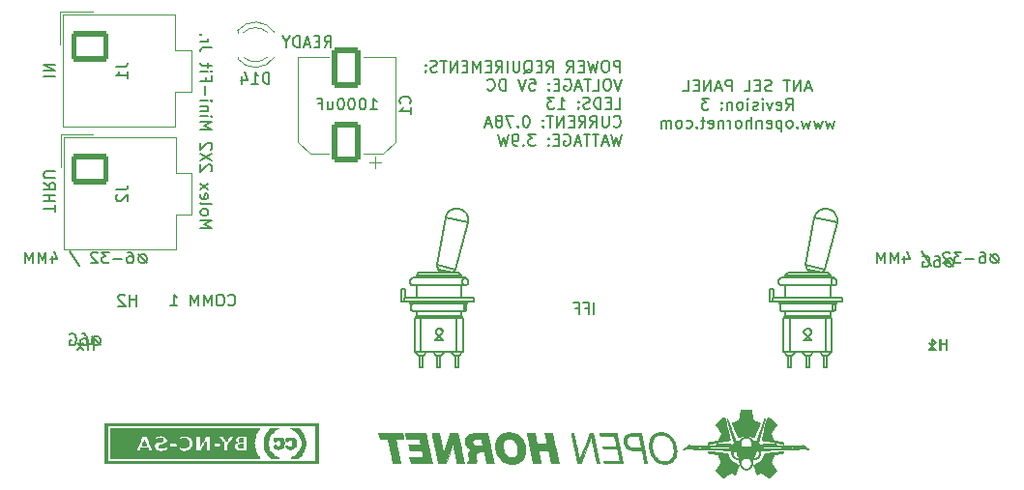
<source format=gbr>
%TF.GenerationSoftware,KiCad,Pcbnew,(6.0.9)*%
%TF.CreationDate,2023-03-29T17:42:22-08:00*%
%TF.ProjectId,ANT SEL PANEL,414e5420-5345-44c2-9050-414e454c2e6b,3*%
%TF.SameCoordinates,Original*%
%TF.FileFunction,Legend,Bot*%
%TF.FilePolarity,Positive*%
%FSLAX46Y46*%
G04 Gerber Fmt 4.6, Leading zero omitted, Abs format (unit mm)*
G04 Created by KiCad (PCBNEW (6.0.9)) date 2023-03-29 17:42:22*
%MOMM*%
%LPD*%
G01*
G04 APERTURE LIST*
G04 Aperture macros list*
%AMRoundRect*
0 Rectangle with rounded corners*
0 $1 Rounding radius*
0 $2 $3 $4 $5 $6 $7 $8 $9 X,Y pos of 4 corners*
0 Add a 4 corners polygon primitive as box body*
4,1,4,$2,$3,$4,$5,$6,$7,$8,$9,$2,$3,0*
0 Add four circle primitives for the rounded corners*
1,1,$1+$1,$2,$3*
1,1,$1+$1,$4,$5*
1,1,$1+$1,$6,$7*
1,1,$1+$1,$8,$9*
0 Add four rect primitives between the rounded corners*
20,1,$1+$1,$2,$3,$4,$5,0*
20,1,$1+$1,$4,$5,$6,$7,0*
20,1,$1+$1,$6,$7,$8,$9,0*
20,1,$1+$1,$8,$9,$2,$3,0*%
G04 Aperture macros list end*
%ADD10C,0.150000*%
%ADD11C,0.200000*%
%ADD12C,0.120000*%
%ADD13C,0.010000*%
%ADD14C,12.700000*%
%ADD15C,3.572000*%
%ADD16C,4.300000*%
%ADD17RoundRect,0.250000X1.000000X-1.500000X1.000000X1.500000X-1.000000X1.500000X-1.000000X-1.500000X0*%
%ADD18RoundRect,0.250001X-1.399999X1.099999X-1.399999X-1.099999X1.399999X-1.099999X1.399999X1.099999X0*%
%ADD19O,3.300000X2.700000*%
%ADD20R,1.800000X1.800000*%
%ADD21C,1.800000*%
G04 APERTURE END LIST*
D10*
X126536342Y-65374780D02*
X126536342Y-64374780D01*
X125726819Y-64850971D02*
X126060152Y-64850971D01*
X126060152Y-65374780D02*
X126060152Y-64374780D01*
X125583961Y-64374780D01*
X124869676Y-64850971D02*
X125203009Y-64850971D01*
X125203009Y-65374780D02*
X125203009Y-64374780D01*
X124726819Y-64374780D01*
X106923809Y-47427380D02*
X107495238Y-47427380D01*
X107209523Y-47427380D02*
X107209523Y-46427380D01*
X107304761Y-46570238D01*
X107400000Y-46665476D01*
X107495238Y-46713095D01*
X106304761Y-46427380D02*
X106209523Y-46427380D01*
X106114285Y-46475000D01*
X106066666Y-46522619D01*
X106019047Y-46617857D01*
X105971428Y-46808333D01*
X105971428Y-47046428D01*
X106019047Y-47236904D01*
X106066666Y-47332142D01*
X106114285Y-47379761D01*
X106209523Y-47427380D01*
X106304761Y-47427380D01*
X106400000Y-47379761D01*
X106447619Y-47332142D01*
X106495238Y-47236904D01*
X106542857Y-47046428D01*
X106542857Y-46808333D01*
X106495238Y-46617857D01*
X106447619Y-46522619D01*
X106400000Y-46475000D01*
X106304761Y-46427380D01*
X105352380Y-46427380D02*
X105257142Y-46427380D01*
X105161904Y-46475000D01*
X105114285Y-46522619D01*
X105066666Y-46617857D01*
X105019047Y-46808333D01*
X105019047Y-47046428D01*
X105066666Y-47236904D01*
X105114285Y-47332142D01*
X105161904Y-47379761D01*
X105257142Y-47427380D01*
X105352380Y-47427380D01*
X105447619Y-47379761D01*
X105495238Y-47332142D01*
X105542857Y-47236904D01*
X105590476Y-47046428D01*
X105590476Y-46808333D01*
X105542857Y-46617857D01*
X105495238Y-46522619D01*
X105447619Y-46475000D01*
X105352380Y-46427380D01*
X104400000Y-46427380D02*
X104304761Y-46427380D01*
X104209523Y-46475000D01*
X104161904Y-46522619D01*
X104114285Y-46617857D01*
X104066666Y-46808333D01*
X104066666Y-47046428D01*
X104114285Y-47236904D01*
X104161904Y-47332142D01*
X104209523Y-47379761D01*
X104304761Y-47427380D01*
X104400000Y-47427380D01*
X104495238Y-47379761D01*
X104542857Y-47332142D01*
X104590476Y-47236904D01*
X104638095Y-47046428D01*
X104638095Y-46808333D01*
X104590476Y-46617857D01*
X104542857Y-46522619D01*
X104495238Y-46475000D01*
X104400000Y-46427380D01*
X103209523Y-46760714D02*
X103209523Y-47427380D01*
X103638095Y-46760714D02*
X103638095Y-47284523D01*
X103590476Y-47379761D01*
X103495238Y-47427380D01*
X103352380Y-47427380D01*
X103257142Y-47379761D01*
X103209523Y-47332142D01*
X102400000Y-46903571D02*
X102733333Y-46903571D01*
X102733333Y-47427380D02*
X102733333Y-46427380D01*
X102257142Y-46427380D01*
X79323179Y-56377293D02*
X79323179Y-55805864D01*
X78323179Y-56091579D02*
X79323179Y-56091579D01*
X78323179Y-55472531D02*
X79323179Y-55472531D01*
X78846988Y-55472531D02*
X78846988Y-54901102D01*
X78323179Y-54901102D02*
X79323179Y-54901102D01*
X78323179Y-53853483D02*
X78799369Y-54186817D01*
X78323179Y-54424912D02*
X79323179Y-54424912D01*
X79323179Y-54043960D01*
X79275560Y-53948721D01*
X79227940Y-53901102D01*
X79132702Y-53853483D01*
X78989845Y-53853483D01*
X78894607Y-53901102D01*
X78846988Y-53948721D01*
X78799369Y-54043960D01*
X78799369Y-54424912D01*
X79323179Y-53424912D02*
X78513655Y-53424912D01*
X78418417Y-53377293D01*
X78370798Y-53329674D01*
X78323179Y-53234436D01*
X78323179Y-53043960D01*
X78370798Y-52948721D01*
X78418417Y-52901102D01*
X78513655Y-52853483D01*
X79323179Y-52853483D01*
X102925000Y-41977380D02*
X103258333Y-41501190D01*
X103496428Y-41977380D02*
X103496428Y-40977380D01*
X103115476Y-40977380D01*
X103020238Y-41025000D01*
X102972619Y-41072619D01*
X102925000Y-41167857D01*
X102925000Y-41310714D01*
X102972619Y-41405952D01*
X103020238Y-41453571D01*
X103115476Y-41501190D01*
X103496428Y-41501190D01*
X102496428Y-41453571D02*
X102163095Y-41453571D01*
X102020238Y-41977380D02*
X102496428Y-41977380D01*
X102496428Y-40977380D01*
X102020238Y-40977380D01*
X101639285Y-41691666D02*
X101163095Y-41691666D01*
X101734523Y-41977380D02*
X101401190Y-40977380D01*
X101067857Y-41977380D01*
X100734523Y-41977380D02*
X100734523Y-40977380D01*
X100496428Y-40977380D01*
X100353571Y-41025000D01*
X100258333Y-41120238D01*
X100210714Y-41215476D01*
X100163095Y-41405952D01*
X100163095Y-41548809D01*
X100210714Y-41739285D01*
X100258333Y-41834523D01*
X100353571Y-41929761D01*
X100496428Y-41977380D01*
X100734523Y-41977380D01*
X99544047Y-41501190D02*
X99544047Y-41977380D01*
X99877380Y-40977380D02*
X99544047Y-41501190D01*
X99210714Y-40977380D01*
X128823404Y-44146180D02*
X128823404Y-43146180D01*
X128442452Y-43146180D01*
X128347214Y-43193800D01*
X128299595Y-43241419D01*
X128251976Y-43336657D01*
X128251976Y-43479514D01*
X128299595Y-43574752D01*
X128347214Y-43622371D01*
X128442452Y-43669990D01*
X128823404Y-43669990D01*
X127632928Y-43146180D02*
X127442452Y-43146180D01*
X127347214Y-43193800D01*
X127251976Y-43289038D01*
X127204357Y-43479514D01*
X127204357Y-43812847D01*
X127251976Y-44003323D01*
X127347214Y-44098561D01*
X127442452Y-44146180D01*
X127632928Y-44146180D01*
X127728166Y-44098561D01*
X127823404Y-44003323D01*
X127871023Y-43812847D01*
X127871023Y-43479514D01*
X127823404Y-43289038D01*
X127728166Y-43193800D01*
X127632928Y-43146180D01*
X126871023Y-43146180D02*
X126632928Y-44146180D01*
X126442452Y-43431895D01*
X126251976Y-44146180D01*
X126013880Y-43146180D01*
X125632928Y-43622371D02*
X125299595Y-43622371D01*
X125156738Y-44146180D02*
X125632928Y-44146180D01*
X125632928Y-43146180D01*
X125156738Y-43146180D01*
X124156738Y-44146180D02*
X124490071Y-43669990D01*
X124728166Y-44146180D02*
X124728166Y-43146180D01*
X124347214Y-43146180D01*
X124251976Y-43193800D01*
X124204357Y-43241419D01*
X124156738Y-43336657D01*
X124156738Y-43479514D01*
X124204357Y-43574752D01*
X124251976Y-43622371D01*
X124347214Y-43669990D01*
X124728166Y-43669990D01*
X122394833Y-44146180D02*
X122728166Y-43669990D01*
X122966261Y-44146180D02*
X122966261Y-43146180D01*
X122585309Y-43146180D01*
X122490071Y-43193800D01*
X122442452Y-43241419D01*
X122394833Y-43336657D01*
X122394833Y-43479514D01*
X122442452Y-43574752D01*
X122490071Y-43622371D01*
X122585309Y-43669990D01*
X122966261Y-43669990D01*
X121966261Y-43622371D02*
X121632928Y-43622371D01*
X121490071Y-44146180D02*
X121966261Y-44146180D01*
X121966261Y-43146180D01*
X121490071Y-43146180D01*
X120394833Y-44241419D02*
X120490071Y-44193800D01*
X120585309Y-44098561D01*
X120728166Y-43955704D01*
X120823404Y-43908085D01*
X120918642Y-43908085D01*
X120871023Y-44146180D02*
X120966261Y-44098561D01*
X121061500Y-44003323D01*
X121109119Y-43812847D01*
X121109119Y-43479514D01*
X121061500Y-43289038D01*
X120966261Y-43193800D01*
X120871023Y-43146180D01*
X120680547Y-43146180D01*
X120585309Y-43193800D01*
X120490071Y-43289038D01*
X120442452Y-43479514D01*
X120442452Y-43812847D01*
X120490071Y-44003323D01*
X120585309Y-44098561D01*
X120680547Y-44146180D01*
X120871023Y-44146180D01*
X120013880Y-43146180D02*
X120013880Y-43955704D01*
X119966261Y-44050942D01*
X119918642Y-44098561D01*
X119823404Y-44146180D01*
X119632928Y-44146180D01*
X119537690Y-44098561D01*
X119490071Y-44050942D01*
X119442452Y-43955704D01*
X119442452Y-43146180D01*
X118966261Y-44146180D02*
X118966261Y-43146180D01*
X117918642Y-44146180D02*
X118251976Y-43669990D01*
X118490071Y-44146180D02*
X118490071Y-43146180D01*
X118109119Y-43146180D01*
X118013880Y-43193800D01*
X117966261Y-43241419D01*
X117918642Y-43336657D01*
X117918642Y-43479514D01*
X117966261Y-43574752D01*
X118013880Y-43622371D01*
X118109119Y-43669990D01*
X118490071Y-43669990D01*
X117490071Y-43622371D02*
X117156738Y-43622371D01*
X117013880Y-44146180D02*
X117490071Y-44146180D01*
X117490071Y-43146180D01*
X117013880Y-43146180D01*
X116585309Y-44146180D02*
X116585309Y-43146180D01*
X116251976Y-43860466D01*
X115918642Y-43146180D01*
X115918642Y-44146180D01*
X115442452Y-43622371D02*
X115109119Y-43622371D01*
X114966261Y-44146180D02*
X115442452Y-44146180D01*
X115442452Y-43146180D01*
X114966261Y-43146180D01*
X114537690Y-44146180D02*
X114537690Y-43146180D01*
X113966261Y-44146180D01*
X113966261Y-43146180D01*
X113632928Y-43146180D02*
X113061500Y-43146180D01*
X113347214Y-44146180D02*
X113347214Y-43146180D01*
X112775785Y-44098561D02*
X112632928Y-44146180D01*
X112394833Y-44146180D01*
X112299595Y-44098561D01*
X112251976Y-44050942D01*
X112204357Y-43955704D01*
X112204357Y-43860466D01*
X112251976Y-43765228D01*
X112299595Y-43717609D01*
X112394833Y-43669990D01*
X112585309Y-43622371D01*
X112680547Y-43574752D01*
X112728166Y-43527133D01*
X112775785Y-43431895D01*
X112775785Y-43336657D01*
X112728166Y-43241419D01*
X112680547Y-43193800D01*
X112585309Y-43146180D01*
X112347214Y-43146180D01*
X112204357Y-43193800D01*
X111775785Y-44050942D02*
X111728166Y-44098561D01*
X111775785Y-44146180D01*
X111823404Y-44098561D01*
X111775785Y-44050942D01*
X111775785Y-44146180D01*
X111775785Y-43527133D02*
X111728166Y-43574752D01*
X111775785Y-43622371D01*
X111823404Y-43574752D01*
X111775785Y-43527133D01*
X111775785Y-43622371D01*
X128966261Y-44756180D02*
X128632928Y-45756180D01*
X128299595Y-44756180D01*
X127775785Y-44756180D02*
X127585309Y-44756180D01*
X127490071Y-44803800D01*
X127394833Y-44899038D01*
X127347214Y-45089514D01*
X127347214Y-45422847D01*
X127394833Y-45613323D01*
X127490071Y-45708561D01*
X127585309Y-45756180D01*
X127775785Y-45756180D01*
X127871023Y-45708561D01*
X127966261Y-45613323D01*
X128013880Y-45422847D01*
X128013880Y-45089514D01*
X127966261Y-44899038D01*
X127871023Y-44803800D01*
X127775785Y-44756180D01*
X126442452Y-45756180D02*
X126918642Y-45756180D01*
X126918642Y-44756180D01*
X126251976Y-44756180D02*
X125680547Y-44756180D01*
X125966261Y-45756180D02*
X125966261Y-44756180D01*
X125394833Y-45470466D02*
X124918642Y-45470466D01*
X125490071Y-45756180D02*
X125156738Y-44756180D01*
X124823404Y-45756180D01*
X123966261Y-44803800D02*
X124061500Y-44756180D01*
X124204357Y-44756180D01*
X124347214Y-44803800D01*
X124442452Y-44899038D01*
X124490071Y-44994276D01*
X124537690Y-45184752D01*
X124537690Y-45327609D01*
X124490071Y-45518085D01*
X124442452Y-45613323D01*
X124347214Y-45708561D01*
X124204357Y-45756180D01*
X124109119Y-45756180D01*
X123966261Y-45708561D01*
X123918642Y-45660942D01*
X123918642Y-45327609D01*
X124109119Y-45327609D01*
X123490071Y-45232371D02*
X123156738Y-45232371D01*
X123013880Y-45756180D02*
X123490071Y-45756180D01*
X123490071Y-44756180D01*
X123013880Y-44756180D01*
X122585309Y-45660942D02*
X122537690Y-45708561D01*
X122585309Y-45756180D01*
X122632928Y-45708561D01*
X122585309Y-45660942D01*
X122585309Y-45756180D01*
X122585309Y-45137133D02*
X122537690Y-45184752D01*
X122585309Y-45232371D01*
X122632928Y-45184752D01*
X122585309Y-45137133D01*
X122585309Y-45232371D01*
X120871023Y-44756180D02*
X121347214Y-44756180D01*
X121394833Y-45232371D01*
X121347214Y-45184752D01*
X121251976Y-45137133D01*
X121013880Y-45137133D01*
X120918642Y-45184752D01*
X120871023Y-45232371D01*
X120823404Y-45327609D01*
X120823404Y-45565704D01*
X120871023Y-45660942D01*
X120918642Y-45708561D01*
X121013880Y-45756180D01*
X121251976Y-45756180D01*
X121347214Y-45708561D01*
X121394833Y-45660942D01*
X120537690Y-44756180D02*
X120204357Y-45756180D01*
X119871023Y-44756180D01*
X118775785Y-45756180D02*
X118775785Y-44756180D01*
X118537690Y-44756180D01*
X118394833Y-44803800D01*
X118299595Y-44899038D01*
X118251976Y-44994276D01*
X118204357Y-45184752D01*
X118204357Y-45327609D01*
X118251976Y-45518085D01*
X118299595Y-45613323D01*
X118394833Y-45708561D01*
X118537690Y-45756180D01*
X118775785Y-45756180D01*
X117204357Y-45660942D02*
X117251976Y-45708561D01*
X117394833Y-45756180D01*
X117490071Y-45756180D01*
X117632928Y-45708561D01*
X117728166Y-45613323D01*
X117775785Y-45518085D01*
X117823404Y-45327609D01*
X117823404Y-45184752D01*
X117775785Y-44994276D01*
X117728166Y-44899038D01*
X117632928Y-44803800D01*
X117490071Y-44756180D01*
X117394833Y-44756180D01*
X117251976Y-44803800D01*
X117204357Y-44851419D01*
X128347214Y-47366180D02*
X128823404Y-47366180D01*
X128823404Y-46366180D01*
X128013880Y-46842371D02*
X127680547Y-46842371D01*
X127537690Y-47366180D02*
X128013880Y-47366180D01*
X128013880Y-46366180D01*
X127537690Y-46366180D01*
X127109119Y-47366180D02*
X127109119Y-46366180D01*
X126871023Y-46366180D01*
X126728166Y-46413800D01*
X126632928Y-46509038D01*
X126585309Y-46604276D01*
X126537690Y-46794752D01*
X126537690Y-46937609D01*
X126585309Y-47128085D01*
X126632928Y-47223323D01*
X126728166Y-47318561D01*
X126871023Y-47366180D01*
X127109119Y-47366180D01*
X126156738Y-47318561D02*
X126013880Y-47366180D01*
X125775785Y-47366180D01*
X125680547Y-47318561D01*
X125632928Y-47270942D01*
X125585309Y-47175704D01*
X125585309Y-47080466D01*
X125632928Y-46985228D01*
X125680547Y-46937609D01*
X125775785Y-46889990D01*
X125966261Y-46842371D01*
X126061500Y-46794752D01*
X126109119Y-46747133D01*
X126156738Y-46651895D01*
X126156738Y-46556657D01*
X126109119Y-46461419D01*
X126061500Y-46413800D01*
X125966261Y-46366180D01*
X125728166Y-46366180D01*
X125585309Y-46413800D01*
X125156738Y-47270942D02*
X125109119Y-47318561D01*
X125156738Y-47366180D01*
X125204357Y-47318561D01*
X125156738Y-47270942D01*
X125156738Y-47366180D01*
X125156738Y-46747133D02*
X125109119Y-46794752D01*
X125156738Y-46842371D01*
X125204357Y-46794752D01*
X125156738Y-46747133D01*
X125156738Y-46842371D01*
X123394833Y-47366180D02*
X123966261Y-47366180D01*
X123680547Y-47366180D02*
X123680547Y-46366180D01*
X123775785Y-46509038D01*
X123871023Y-46604276D01*
X123966261Y-46651895D01*
X123061500Y-46366180D02*
X122442452Y-46366180D01*
X122775785Y-46747133D01*
X122632928Y-46747133D01*
X122537690Y-46794752D01*
X122490071Y-46842371D01*
X122442452Y-46937609D01*
X122442452Y-47175704D01*
X122490071Y-47270942D01*
X122537690Y-47318561D01*
X122632928Y-47366180D01*
X122918642Y-47366180D01*
X123013880Y-47318561D01*
X123061500Y-47270942D01*
X128251976Y-48880942D02*
X128299595Y-48928561D01*
X128442452Y-48976180D01*
X128537690Y-48976180D01*
X128680547Y-48928561D01*
X128775785Y-48833323D01*
X128823404Y-48738085D01*
X128871023Y-48547609D01*
X128871023Y-48404752D01*
X128823404Y-48214276D01*
X128775785Y-48119038D01*
X128680547Y-48023800D01*
X128537690Y-47976180D01*
X128442452Y-47976180D01*
X128299595Y-48023800D01*
X128251976Y-48071419D01*
X127823404Y-47976180D02*
X127823404Y-48785704D01*
X127775785Y-48880942D01*
X127728166Y-48928561D01*
X127632928Y-48976180D01*
X127442452Y-48976180D01*
X127347214Y-48928561D01*
X127299595Y-48880942D01*
X127251976Y-48785704D01*
X127251976Y-47976180D01*
X126204357Y-48976180D02*
X126537690Y-48499990D01*
X126775785Y-48976180D02*
X126775785Y-47976180D01*
X126394833Y-47976180D01*
X126299595Y-48023800D01*
X126251976Y-48071419D01*
X126204357Y-48166657D01*
X126204357Y-48309514D01*
X126251976Y-48404752D01*
X126299595Y-48452371D01*
X126394833Y-48499990D01*
X126775785Y-48499990D01*
X125204357Y-48976180D02*
X125537690Y-48499990D01*
X125775785Y-48976180D02*
X125775785Y-47976180D01*
X125394833Y-47976180D01*
X125299595Y-48023800D01*
X125251976Y-48071419D01*
X125204357Y-48166657D01*
X125204357Y-48309514D01*
X125251976Y-48404752D01*
X125299595Y-48452371D01*
X125394833Y-48499990D01*
X125775785Y-48499990D01*
X124775785Y-48452371D02*
X124442452Y-48452371D01*
X124299595Y-48976180D02*
X124775785Y-48976180D01*
X124775785Y-47976180D01*
X124299595Y-47976180D01*
X123871023Y-48976180D02*
X123871023Y-47976180D01*
X123299595Y-48976180D01*
X123299595Y-47976180D01*
X122966261Y-47976180D02*
X122394833Y-47976180D01*
X122680547Y-48976180D02*
X122680547Y-47976180D01*
X122061500Y-48880942D02*
X122013880Y-48928561D01*
X122061500Y-48976180D01*
X122109119Y-48928561D01*
X122061500Y-48880942D01*
X122061500Y-48976180D01*
X122061500Y-48357133D02*
X122013880Y-48404752D01*
X122061500Y-48452371D01*
X122109119Y-48404752D01*
X122061500Y-48357133D01*
X122061500Y-48452371D01*
X120632928Y-47976180D02*
X120537690Y-47976180D01*
X120442452Y-48023800D01*
X120394833Y-48071419D01*
X120347214Y-48166657D01*
X120299595Y-48357133D01*
X120299595Y-48595228D01*
X120347214Y-48785704D01*
X120394833Y-48880942D01*
X120442452Y-48928561D01*
X120537690Y-48976180D01*
X120632928Y-48976180D01*
X120728166Y-48928561D01*
X120775785Y-48880942D01*
X120823404Y-48785704D01*
X120871023Y-48595228D01*
X120871023Y-48357133D01*
X120823404Y-48166657D01*
X120775785Y-48071419D01*
X120728166Y-48023800D01*
X120632928Y-47976180D01*
X119871023Y-48880942D02*
X119823404Y-48928561D01*
X119871023Y-48976180D01*
X119918642Y-48928561D01*
X119871023Y-48880942D01*
X119871023Y-48976180D01*
X119490071Y-47976180D02*
X118823404Y-47976180D01*
X119251976Y-48976180D01*
X118299595Y-48404752D02*
X118394833Y-48357133D01*
X118442452Y-48309514D01*
X118490071Y-48214276D01*
X118490071Y-48166657D01*
X118442452Y-48071419D01*
X118394833Y-48023800D01*
X118299595Y-47976180D01*
X118109119Y-47976180D01*
X118013880Y-48023800D01*
X117966261Y-48071419D01*
X117918642Y-48166657D01*
X117918642Y-48214276D01*
X117966261Y-48309514D01*
X118013880Y-48357133D01*
X118109119Y-48404752D01*
X118299595Y-48404752D01*
X118394833Y-48452371D01*
X118442452Y-48499990D01*
X118490071Y-48595228D01*
X118490071Y-48785704D01*
X118442452Y-48880942D01*
X118394833Y-48928561D01*
X118299595Y-48976180D01*
X118109119Y-48976180D01*
X118013880Y-48928561D01*
X117966261Y-48880942D01*
X117918642Y-48785704D01*
X117918642Y-48595228D01*
X117966261Y-48499990D01*
X118013880Y-48452371D01*
X118109119Y-48404752D01*
X117537690Y-48690466D02*
X117061500Y-48690466D01*
X117632928Y-48976180D02*
X117299595Y-47976180D01*
X116966261Y-48976180D01*
X128918642Y-49586180D02*
X128680547Y-50586180D01*
X128490071Y-49871895D01*
X128299595Y-50586180D01*
X128061500Y-49586180D01*
X127728166Y-50300466D02*
X127251976Y-50300466D01*
X127823404Y-50586180D02*
X127490071Y-49586180D01*
X127156738Y-50586180D01*
X126966261Y-49586180D02*
X126394833Y-49586180D01*
X126680547Y-50586180D02*
X126680547Y-49586180D01*
X126204357Y-49586180D02*
X125632928Y-49586180D01*
X125918642Y-50586180D02*
X125918642Y-49586180D01*
X125347214Y-50300466D02*
X124871023Y-50300466D01*
X125442452Y-50586180D02*
X125109119Y-49586180D01*
X124775785Y-50586180D01*
X123918642Y-49633800D02*
X124013880Y-49586180D01*
X124156738Y-49586180D01*
X124299595Y-49633800D01*
X124394833Y-49729038D01*
X124442452Y-49824276D01*
X124490071Y-50014752D01*
X124490071Y-50157609D01*
X124442452Y-50348085D01*
X124394833Y-50443323D01*
X124299595Y-50538561D01*
X124156738Y-50586180D01*
X124061500Y-50586180D01*
X123918642Y-50538561D01*
X123871023Y-50490942D01*
X123871023Y-50157609D01*
X124061500Y-50157609D01*
X123442452Y-50062371D02*
X123109119Y-50062371D01*
X122966261Y-50586180D02*
X123442452Y-50586180D01*
X123442452Y-49586180D01*
X122966261Y-49586180D01*
X122537690Y-50490942D02*
X122490071Y-50538561D01*
X122537690Y-50586180D01*
X122585309Y-50538561D01*
X122537690Y-50490942D01*
X122537690Y-50586180D01*
X122537690Y-49967133D02*
X122490071Y-50014752D01*
X122537690Y-50062371D01*
X122585309Y-50014752D01*
X122537690Y-49967133D01*
X122537690Y-50062371D01*
X121394833Y-49586180D02*
X120775785Y-49586180D01*
X121109119Y-49967133D01*
X120966261Y-49967133D01*
X120871023Y-50014752D01*
X120823404Y-50062371D01*
X120775785Y-50157609D01*
X120775785Y-50395704D01*
X120823404Y-50490942D01*
X120871023Y-50538561D01*
X120966261Y-50586180D01*
X121251976Y-50586180D01*
X121347214Y-50538561D01*
X121394833Y-50490942D01*
X120347214Y-50490942D02*
X120299595Y-50538561D01*
X120347214Y-50586180D01*
X120394833Y-50538561D01*
X120347214Y-50490942D01*
X120347214Y-50586180D01*
X119823404Y-50586180D02*
X119632928Y-50586180D01*
X119537690Y-50538561D01*
X119490071Y-50490942D01*
X119394833Y-50348085D01*
X119347214Y-50157609D01*
X119347214Y-49776657D01*
X119394833Y-49681419D01*
X119442452Y-49633800D01*
X119537690Y-49586180D01*
X119728166Y-49586180D01*
X119823404Y-49633800D01*
X119871023Y-49681419D01*
X119918642Y-49776657D01*
X119918642Y-50014752D01*
X119871023Y-50109990D01*
X119823404Y-50157609D01*
X119728166Y-50205228D01*
X119537690Y-50205228D01*
X119442452Y-50157609D01*
X119394833Y-50109990D01*
X119347214Y-50014752D01*
X119013880Y-49586180D02*
X118775785Y-50586180D01*
X118585309Y-49871895D01*
X118394833Y-50586180D01*
X118156738Y-49586180D01*
X145501619Y-45546666D02*
X145025428Y-45546666D01*
X145596857Y-45832380D02*
X145263523Y-44832380D01*
X144930190Y-45832380D01*
X144596857Y-45832380D02*
X144596857Y-44832380D01*
X144025428Y-45832380D01*
X144025428Y-44832380D01*
X143692095Y-44832380D02*
X143120666Y-44832380D01*
X143406380Y-45832380D02*
X143406380Y-44832380D01*
X142073047Y-45784761D02*
X141930190Y-45832380D01*
X141692095Y-45832380D01*
X141596857Y-45784761D01*
X141549238Y-45737142D01*
X141501619Y-45641904D01*
X141501619Y-45546666D01*
X141549238Y-45451428D01*
X141596857Y-45403809D01*
X141692095Y-45356190D01*
X141882571Y-45308571D01*
X141977809Y-45260952D01*
X142025428Y-45213333D01*
X142073047Y-45118095D01*
X142073047Y-45022857D01*
X142025428Y-44927619D01*
X141977809Y-44880000D01*
X141882571Y-44832380D01*
X141644476Y-44832380D01*
X141501619Y-44880000D01*
X141073047Y-45308571D02*
X140739714Y-45308571D01*
X140596857Y-45832380D02*
X141073047Y-45832380D01*
X141073047Y-44832380D01*
X140596857Y-44832380D01*
X139692095Y-45832380D02*
X140168285Y-45832380D01*
X140168285Y-44832380D01*
X138596857Y-45832380D02*
X138596857Y-44832380D01*
X138215904Y-44832380D01*
X138120666Y-44880000D01*
X138073047Y-44927619D01*
X138025428Y-45022857D01*
X138025428Y-45165714D01*
X138073047Y-45260952D01*
X138120666Y-45308571D01*
X138215904Y-45356190D01*
X138596857Y-45356190D01*
X137644476Y-45546666D02*
X137168285Y-45546666D01*
X137739714Y-45832380D02*
X137406380Y-44832380D01*
X137073047Y-45832380D01*
X136739714Y-45832380D02*
X136739714Y-44832380D01*
X136168285Y-45832380D01*
X136168285Y-44832380D01*
X135692095Y-45308571D02*
X135358761Y-45308571D01*
X135215904Y-45832380D02*
X135692095Y-45832380D01*
X135692095Y-44832380D01*
X135215904Y-44832380D01*
X134311142Y-45832380D02*
X134787333Y-45832380D01*
X134787333Y-44832380D01*
X143334952Y-47442380D02*
X143668285Y-46966190D01*
X143906380Y-47442380D02*
X143906380Y-46442380D01*
X143525428Y-46442380D01*
X143430190Y-46490000D01*
X143382571Y-46537619D01*
X143334952Y-46632857D01*
X143334952Y-46775714D01*
X143382571Y-46870952D01*
X143430190Y-46918571D01*
X143525428Y-46966190D01*
X143906380Y-46966190D01*
X142525428Y-47394761D02*
X142620666Y-47442380D01*
X142811142Y-47442380D01*
X142906380Y-47394761D01*
X142954000Y-47299523D01*
X142954000Y-46918571D01*
X142906380Y-46823333D01*
X142811142Y-46775714D01*
X142620666Y-46775714D01*
X142525428Y-46823333D01*
X142477809Y-46918571D01*
X142477809Y-47013809D01*
X142954000Y-47109047D01*
X142144476Y-46775714D02*
X141906380Y-47442380D01*
X141668285Y-46775714D01*
X141287333Y-47442380D02*
X141287333Y-46775714D01*
X141287333Y-46442380D02*
X141334952Y-46490000D01*
X141287333Y-46537619D01*
X141239714Y-46490000D01*
X141287333Y-46442380D01*
X141287333Y-46537619D01*
X140858761Y-47394761D02*
X140763523Y-47442380D01*
X140573047Y-47442380D01*
X140477809Y-47394761D01*
X140430190Y-47299523D01*
X140430190Y-47251904D01*
X140477809Y-47156666D01*
X140573047Y-47109047D01*
X140715904Y-47109047D01*
X140811142Y-47061428D01*
X140858761Y-46966190D01*
X140858761Y-46918571D01*
X140811142Y-46823333D01*
X140715904Y-46775714D01*
X140573047Y-46775714D01*
X140477809Y-46823333D01*
X140001619Y-47442380D02*
X140001619Y-46775714D01*
X140001619Y-46442380D02*
X140049238Y-46490000D01*
X140001619Y-46537619D01*
X139954000Y-46490000D01*
X140001619Y-46442380D01*
X140001619Y-46537619D01*
X139382571Y-47442380D02*
X139477809Y-47394761D01*
X139525428Y-47347142D01*
X139573047Y-47251904D01*
X139573047Y-46966190D01*
X139525428Y-46870952D01*
X139477809Y-46823333D01*
X139382571Y-46775714D01*
X139239714Y-46775714D01*
X139144476Y-46823333D01*
X139096857Y-46870952D01*
X139049238Y-46966190D01*
X139049238Y-47251904D01*
X139096857Y-47347142D01*
X139144476Y-47394761D01*
X139239714Y-47442380D01*
X139382571Y-47442380D01*
X138620666Y-46775714D02*
X138620666Y-47442380D01*
X138620666Y-46870952D02*
X138573047Y-46823333D01*
X138477809Y-46775714D01*
X138334952Y-46775714D01*
X138239714Y-46823333D01*
X138192095Y-46918571D01*
X138192095Y-47442380D01*
X137715904Y-47347142D02*
X137668285Y-47394761D01*
X137715904Y-47442380D01*
X137763523Y-47394761D01*
X137715904Y-47347142D01*
X137715904Y-47442380D01*
X137715904Y-46823333D02*
X137668285Y-46870952D01*
X137715904Y-46918571D01*
X137763523Y-46870952D01*
X137715904Y-46823333D01*
X137715904Y-46918571D01*
X136573047Y-46442380D02*
X135954000Y-46442380D01*
X136287333Y-46823333D01*
X136144476Y-46823333D01*
X136049238Y-46870952D01*
X136001619Y-46918571D01*
X135954000Y-47013809D01*
X135954000Y-47251904D01*
X136001619Y-47347142D01*
X136049238Y-47394761D01*
X136144476Y-47442380D01*
X136430190Y-47442380D01*
X136525428Y-47394761D01*
X136573047Y-47347142D01*
X147573047Y-48385714D02*
X147382571Y-49052380D01*
X147192095Y-48576190D01*
X147001619Y-49052380D01*
X146811142Y-48385714D01*
X146525428Y-48385714D02*
X146334952Y-49052380D01*
X146144476Y-48576190D01*
X145954000Y-49052380D01*
X145763523Y-48385714D01*
X145477809Y-48385714D02*
X145287333Y-49052380D01*
X145096857Y-48576190D01*
X144906380Y-49052380D01*
X144715904Y-48385714D01*
X144334952Y-48957142D02*
X144287333Y-49004761D01*
X144334952Y-49052380D01*
X144382571Y-49004761D01*
X144334952Y-48957142D01*
X144334952Y-49052380D01*
X143715904Y-49052380D02*
X143811142Y-49004761D01*
X143858761Y-48957142D01*
X143906380Y-48861904D01*
X143906380Y-48576190D01*
X143858761Y-48480952D01*
X143811142Y-48433333D01*
X143715904Y-48385714D01*
X143573047Y-48385714D01*
X143477809Y-48433333D01*
X143430190Y-48480952D01*
X143382571Y-48576190D01*
X143382571Y-48861904D01*
X143430190Y-48957142D01*
X143477809Y-49004761D01*
X143573047Y-49052380D01*
X143715904Y-49052380D01*
X142954000Y-48385714D02*
X142954000Y-49385714D01*
X142954000Y-48433333D02*
X142858761Y-48385714D01*
X142668285Y-48385714D01*
X142573047Y-48433333D01*
X142525428Y-48480952D01*
X142477809Y-48576190D01*
X142477809Y-48861904D01*
X142525428Y-48957142D01*
X142573047Y-49004761D01*
X142668285Y-49052380D01*
X142858761Y-49052380D01*
X142954000Y-49004761D01*
X141668285Y-49004761D02*
X141763523Y-49052380D01*
X141954000Y-49052380D01*
X142049238Y-49004761D01*
X142096857Y-48909523D01*
X142096857Y-48528571D01*
X142049238Y-48433333D01*
X141954000Y-48385714D01*
X141763523Y-48385714D01*
X141668285Y-48433333D01*
X141620666Y-48528571D01*
X141620666Y-48623809D01*
X142096857Y-48719047D01*
X141192095Y-48385714D02*
X141192095Y-49052380D01*
X141192095Y-48480952D02*
X141144476Y-48433333D01*
X141049238Y-48385714D01*
X140906380Y-48385714D01*
X140811142Y-48433333D01*
X140763523Y-48528571D01*
X140763523Y-49052380D01*
X140287333Y-49052380D02*
X140287333Y-48052380D01*
X139858761Y-49052380D02*
X139858761Y-48528571D01*
X139906380Y-48433333D01*
X140001619Y-48385714D01*
X140144476Y-48385714D01*
X140239714Y-48433333D01*
X140287333Y-48480952D01*
X139239714Y-49052380D02*
X139334952Y-49004761D01*
X139382571Y-48957142D01*
X139430190Y-48861904D01*
X139430190Y-48576190D01*
X139382571Y-48480952D01*
X139334952Y-48433333D01*
X139239714Y-48385714D01*
X139096857Y-48385714D01*
X139001619Y-48433333D01*
X138954000Y-48480952D01*
X138906380Y-48576190D01*
X138906380Y-48861904D01*
X138954000Y-48957142D01*
X139001619Y-49004761D01*
X139096857Y-49052380D01*
X139239714Y-49052380D01*
X138477809Y-49052380D02*
X138477809Y-48385714D01*
X138477809Y-48576190D02*
X138430190Y-48480952D01*
X138382571Y-48433333D01*
X138287333Y-48385714D01*
X138192095Y-48385714D01*
X137858761Y-48385714D02*
X137858761Y-49052380D01*
X137858761Y-48480952D02*
X137811142Y-48433333D01*
X137715904Y-48385714D01*
X137573047Y-48385714D01*
X137477809Y-48433333D01*
X137430190Y-48528571D01*
X137430190Y-49052380D01*
X136573047Y-49004761D02*
X136668285Y-49052380D01*
X136858761Y-49052380D01*
X136954000Y-49004761D01*
X137001619Y-48909523D01*
X137001619Y-48528571D01*
X136954000Y-48433333D01*
X136858761Y-48385714D01*
X136668285Y-48385714D01*
X136573047Y-48433333D01*
X136525428Y-48528571D01*
X136525428Y-48623809D01*
X137001619Y-48719047D01*
X136239714Y-48385714D02*
X135858761Y-48385714D01*
X136096857Y-48052380D02*
X136096857Y-48909523D01*
X136049238Y-49004761D01*
X135954000Y-49052380D01*
X135858761Y-49052380D01*
X135525428Y-48957142D02*
X135477809Y-49004761D01*
X135525428Y-49052380D01*
X135573047Y-49004761D01*
X135525428Y-48957142D01*
X135525428Y-49052380D01*
X134620666Y-49004761D02*
X134715904Y-49052380D01*
X134906380Y-49052380D01*
X135001619Y-49004761D01*
X135049238Y-48957142D01*
X135096857Y-48861904D01*
X135096857Y-48576190D01*
X135049238Y-48480952D01*
X135001619Y-48433333D01*
X134906380Y-48385714D01*
X134715904Y-48385714D01*
X134620666Y-48433333D01*
X134049238Y-49052380D02*
X134144476Y-49004761D01*
X134192095Y-48957142D01*
X134239714Y-48861904D01*
X134239714Y-48576190D01*
X134192095Y-48480952D01*
X134144476Y-48433333D01*
X134049238Y-48385714D01*
X133906380Y-48385714D01*
X133811142Y-48433333D01*
X133763523Y-48480952D01*
X133715904Y-48576190D01*
X133715904Y-48861904D01*
X133763523Y-48957142D01*
X133811142Y-49004761D01*
X133906380Y-49052380D01*
X134049238Y-49052380D01*
X133287333Y-49052380D02*
X133287333Y-48385714D01*
X133287333Y-48480952D02*
X133239714Y-48433333D01*
X133144476Y-48385714D01*
X133001619Y-48385714D01*
X132906380Y-48433333D01*
X132858761Y-48528571D01*
X132858761Y-49052380D01*
X132858761Y-48528571D02*
X132811142Y-48433333D01*
X132715904Y-48385714D01*
X132573047Y-48385714D01*
X132477809Y-48433333D01*
X132430190Y-48528571D01*
X132430190Y-49052380D01*
X113235714Y-66747619D02*
X113188095Y-66700000D01*
X113092857Y-66652380D01*
X112854761Y-66652380D01*
X112759523Y-66700000D01*
X112711904Y-66747619D01*
X112664285Y-66842857D01*
X112664285Y-66938095D01*
X112711904Y-67080952D01*
X113283333Y-67652380D01*
X112664285Y-67652380D01*
X145485714Y-66747619D02*
X145438095Y-66700000D01*
X145342857Y-66652380D01*
X145104761Y-66652380D01*
X145009523Y-66700000D01*
X144961904Y-66747619D01*
X144914285Y-66842857D01*
X144914285Y-66938095D01*
X144961904Y-67080952D01*
X145533333Y-67652380D01*
X144914285Y-67652380D01*
X94505185Y-64530242D02*
X94552804Y-64577861D01*
X94695661Y-64625480D01*
X94790900Y-64625480D01*
X94933757Y-64577861D01*
X95028995Y-64482623D01*
X95076614Y-64387385D01*
X95124233Y-64196909D01*
X95124233Y-64054052D01*
X95076614Y-63863576D01*
X95028995Y-63768338D01*
X94933757Y-63673100D01*
X94790900Y-63625480D01*
X94695661Y-63625480D01*
X94552804Y-63673100D01*
X94505185Y-63720719D01*
X93886138Y-63625480D02*
X93695661Y-63625480D01*
X93600423Y-63673100D01*
X93505185Y-63768338D01*
X93457566Y-63958814D01*
X93457566Y-64292147D01*
X93505185Y-64482623D01*
X93600423Y-64577861D01*
X93695661Y-64625480D01*
X93886138Y-64625480D01*
X93981376Y-64577861D01*
X94076614Y-64482623D01*
X94124233Y-64292147D01*
X94124233Y-63958814D01*
X94076614Y-63768338D01*
X93981376Y-63673100D01*
X93886138Y-63625480D01*
X93028995Y-64625480D02*
X93028995Y-63625480D01*
X92695661Y-64339766D01*
X92362328Y-63625480D01*
X92362328Y-64625480D01*
X91886138Y-64625480D02*
X91886138Y-63625480D01*
X91552804Y-64339766D01*
X91219471Y-63625480D01*
X91219471Y-64625480D01*
X89457566Y-64625480D02*
X90028995Y-64625480D01*
X89743280Y-64625480D02*
X89743280Y-63625480D01*
X89838519Y-63768338D01*
X89933757Y-63863576D01*
X90028995Y-63911195D01*
X78323179Y-44526769D02*
X79323179Y-44526769D01*
X78323179Y-44050579D02*
X79323179Y-44050579D01*
X78323179Y-43479150D01*
X79323179Y-43479150D01*
X92067119Y-57779180D02*
X93067119Y-57779180D01*
X92352833Y-57445847D01*
X93067119Y-57112514D01*
X92067119Y-57112514D01*
X92067119Y-56493466D02*
X92114738Y-56588704D01*
X92162357Y-56636323D01*
X92257595Y-56683942D01*
X92543309Y-56683942D01*
X92638547Y-56636323D01*
X92686166Y-56588704D01*
X92733785Y-56493466D01*
X92733785Y-56350609D01*
X92686166Y-56255371D01*
X92638547Y-56207752D01*
X92543309Y-56160133D01*
X92257595Y-56160133D01*
X92162357Y-56207752D01*
X92114738Y-56255371D01*
X92067119Y-56350609D01*
X92067119Y-56493466D01*
X92067119Y-55588704D02*
X92114738Y-55683942D01*
X92209976Y-55731561D01*
X93067119Y-55731561D01*
X92114738Y-54826800D02*
X92067119Y-54922038D01*
X92067119Y-55112514D01*
X92114738Y-55207752D01*
X92209976Y-55255371D01*
X92590928Y-55255371D01*
X92686166Y-55207752D01*
X92733785Y-55112514D01*
X92733785Y-54922038D01*
X92686166Y-54826800D01*
X92590928Y-54779180D01*
X92495690Y-54779180D01*
X92400452Y-55255371D01*
X92067119Y-54445847D02*
X92733785Y-53922038D01*
X92733785Y-54445847D02*
X92067119Y-53922038D01*
X92971880Y-52826800D02*
X93019500Y-52779180D01*
X93067119Y-52683942D01*
X93067119Y-52445847D01*
X93019500Y-52350609D01*
X92971880Y-52302990D01*
X92876642Y-52255371D01*
X92781404Y-52255371D01*
X92638547Y-52302990D01*
X92067119Y-52874419D01*
X92067119Y-52255371D01*
X93067119Y-51922038D02*
X92067119Y-51255371D01*
X93067119Y-51255371D02*
X92067119Y-51922038D01*
X92971880Y-50922038D02*
X93019500Y-50874419D01*
X93067119Y-50779180D01*
X93067119Y-50541085D01*
X93019500Y-50445847D01*
X92971880Y-50398228D01*
X92876642Y-50350609D01*
X92781404Y-50350609D01*
X92638547Y-50398228D01*
X92067119Y-50969657D01*
X92067119Y-50350609D01*
X92067119Y-49160133D02*
X93067119Y-49160133D01*
X92352833Y-48826800D01*
X93067119Y-48493466D01*
X92067119Y-48493466D01*
X92067119Y-48017276D02*
X92733785Y-48017276D01*
X93067119Y-48017276D02*
X93019500Y-48064895D01*
X92971880Y-48017276D01*
X93019500Y-47969657D01*
X93067119Y-48017276D01*
X92971880Y-48017276D01*
X92733785Y-47541085D02*
X92067119Y-47541085D01*
X92638547Y-47541085D02*
X92686166Y-47493466D01*
X92733785Y-47398228D01*
X92733785Y-47255371D01*
X92686166Y-47160133D01*
X92590928Y-47112514D01*
X92067119Y-47112514D01*
X92067119Y-46636323D02*
X92733785Y-46636323D01*
X93067119Y-46636323D02*
X93019500Y-46683942D01*
X92971880Y-46636323D01*
X93019500Y-46588704D01*
X93067119Y-46636323D01*
X92971880Y-46636323D01*
X92448071Y-46160133D02*
X92448071Y-45398228D01*
X92590928Y-44588704D02*
X92590928Y-44922038D01*
X92067119Y-44922038D02*
X93067119Y-44922038D01*
X93067119Y-44445847D01*
X92067119Y-44064895D02*
X92733785Y-44064895D01*
X93067119Y-44064895D02*
X93019500Y-44112514D01*
X92971880Y-44064895D01*
X93019500Y-44017276D01*
X93067119Y-44064895D01*
X92971880Y-44064895D01*
X92733785Y-43731561D02*
X92733785Y-43350609D01*
X93067119Y-43588704D02*
X92209976Y-43588704D01*
X92114738Y-43541085D01*
X92067119Y-43445847D01*
X92067119Y-43350609D01*
X93067119Y-41969657D02*
X92352833Y-41969657D01*
X92209976Y-42017276D01*
X92114738Y-42112514D01*
X92067119Y-42255371D01*
X92067119Y-42350609D01*
X92067119Y-41493466D02*
X92733785Y-41493466D01*
X92543309Y-41493466D02*
X92638547Y-41445847D01*
X92686166Y-41398228D01*
X92733785Y-41302990D01*
X92733785Y-41207752D01*
X92162357Y-40874419D02*
X92114738Y-40826800D01*
X92067119Y-40874419D01*
X92114738Y-40922038D01*
X92162357Y-40874419D01*
X92067119Y-40874419D01*
%TO.C,*%
X112689285Y-66722619D02*
X112736904Y-66675000D01*
X112832142Y-66627380D01*
X113070238Y-66627380D01*
X113165476Y-66675000D01*
X113213095Y-66722619D01*
X113260714Y-66817857D01*
X113260714Y-66913095D01*
X113213095Y-67055952D01*
X112641666Y-67627380D01*
X113260714Y-67627380D01*
X144989285Y-66722619D02*
X145036904Y-66675000D01*
X145132142Y-66627380D01*
X145370238Y-66627380D01*
X145465476Y-66675000D01*
X145513095Y-66722619D01*
X145560714Y-66817857D01*
X145560714Y-66913095D01*
X145513095Y-67055952D01*
X144941666Y-67627380D01*
X145560714Y-67627380D01*
%TO.C,2*%
X157363546Y-68518053D02*
X157363546Y-67518053D01*
X157363546Y-67994244D02*
X156792117Y-67994244D01*
X156792117Y-68518053D02*
X156792117Y-67518053D01*
X156411165Y-68518053D02*
X155887355Y-67851387D01*
X156411165Y-67851387D02*
X155887355Y-68518053D01*
X157434974Y-68518053D02*
X157434974Y-67518053D01*
X157434974Y-67994244D02*
X156863546Y-67994244D01*
X156863546Y-68518053D02*
X156863546Y-67518053D01*
X155863546Y-68518053D02*
X156434974Y-68518053D01*
X156149260Y-68518053D02*
X156149260Y-67518053D01*
X156244498Y-67660911D01*
X156339736Y-67756149D01*
X156434974Y-67803768D01*
X161720689Y-60136149D02*
X161530212Y-60136149D01*
X161339736Y-60231387D01*
X161244498Y-60421863D01*
X161244498Y-60612339D01*
X161339736Y-60802815D01*
X161530212Y-60898053D01*
X161720689Y-60898053D01*
X161911165Y-60802815D01*
X162006403Y-60612339D01*
X162006403Y-60421863D01*
X161911165Y-60231387D01*
X161720689Y-60136149D01*
X161244498Y-60136149D02*
X162006403Y-60898053D01*
X160339736Y-59898053D02*
X160530212Y-59898053D01*
X160625450Y-59945673D01*
X160673070Y-59993292D01*
X160768308Y-60136149D01*
X160815927Y-60326625D01*
X160815927Y-60707577D01*
X160768308Y-60802815D01*
X160720689Y-60850434D01*
X160625450Y-60898053D01*
X160434974Y-60898053D01*
X160339736Y-60850434D01*
X160292117Y-60802815D01*
X160244498Y-60707577D01*
X160244498Y-60469482D01*
X160292117Y-60374244D01*
X160339736Y-60326625D01*
X160434974Y-60279006D01*
X160625450Y-60279006D01*
X160720689Y-60326625D01*
X160768308Y-60374244D01*
X160815927Y-60469482D01*
X159815927Y-60517101D02*
X159054022Y-60517101D01*
X158673070Y-59898053D02*
X158054022Y-59898053D01*
X158387355Y-60279006D01*
X158244498Y-60279006D01*
X158149260Y-60326625D01*
X158101641Y-60374244D01*
X158054022Y-60469482D01*
X158054022Y-60707577D01*
X158101641Y-60802815D01*
X158149260Y-60850434D01*
X158244498Y-60898053D01*
X158530212Y-60898053D01*
X158625450Y-60850434D01*
X158673070Y-60802815D01*
X157673070Y-59993292D02*
X157625450Y-59945673D01*
X157530212Y-59898053D01*
X157292117Y-59898053D01*
X157196879Y-59945673D01*
X157149260Y-59993292D01*
X157101641Y-60088530D01*
X157101641Y-60183768D01*
X157149260Y-60326625D01*
X157720689Y-60898053D01*
X157101641Y-60898053D01*
X155196879Y-59850434D02*
X156054022Y-61136149D01*
X153673070Y-60231387D02*
X153673070Y-60898053D01*
X153911165Y-59850434D02*
X154149260Y-60564720D01*
X153530212Y-60564720D01*
X153149260Y-60898053D02*
X153149260Y-59898053D01*
X152815927Y-60612339D01*
X152482593Y-59898053D01*
X152482593Y-60898053D01*
X152006403Y-60898053D02*
X152006403Y-59898053D01*
X151673070Y-60612339D01*
X151339736Y-59898053D01*
X151339736Y-60898053D01*
X157748788Y-60472676D02*
X157558312Y-60472676D01*
X157367836Y-60567914D01*
X157272598Y-60758390D01*
X157272598Y-60948866D01*
X157367836Y-61139342D01*
X157558312Y-61234580D01*
X157748788Y-61234580D01*
X157939264Y-61139342D01*
X158034502Y-60948866D01*
X158034502Y-60758390D01*
X157939264Y-60567914D01*
X157748788Y-60472676D01*
X157272598Y-60472676D02*
X158034502Y-61234580D01*
X156367836Y-60234580D02*
X156558312Y-60234580D01*
X156653550Y-60282200D01*
X156701169Y-60329819D01*
X156796407Y-60472676D01*
X156844026Y-60663152D01*
X156844026Y-61044104D01*
X156796407Y-61139342D01*
X156748788Y-61186961D01*
X156653550Y-61234580D01*
X156463074Y-61234580D01*
X156367836Y-61186961D01*
X156320217Y-61139342D01*
X156272598Y-61044104D01*
X156272598Y-60806009D01*
X156320217Y-60710771D01*
X156367836Y-60663152D01*
X156463074Y-60615533D01*
X156653550Y-60615533D01*
X156748788Y-60663152D01*
X156796407Y-60710771D01*
X156844026Y-60806009D01*
X155320217Y-60282200D02*
X155415455Y-60234580D01*
X155558312Y-60234580D01*
X155701169Y-60282200D01*
X155796407Y-60377438D01*
X155844026Y-60472676D01*
X155891645Y-60663152D01*
X155891645Y-60806009D01*
X155844026Y-60996485D01*
X155796407Y-61091723D01*
X155701169Y-61186961D01*
X155558312Y-61234580D01*
X155463074Y-61234580D01*
X155320217Y-61186961D01*
X155272598Y-61139342D01*
X155272598Y-60806009D01*
X155463074Y-60806009D01*
%TO.C,1*%
X82751046Y-68518053D02*
X82751046Y-67518053D01*
X82751046Y-67994244D02*
X82179617Y-67994244D01*
X82179617Y-68518053D02*
X82179617Y-67518053D01*
X81798665Y-68518053D02*
X81274855Y-67851387D01*
X81798665Y-67851387D02*
X81274855Y-68518053D01*
X87108189Y-60136149D02*
X86917712Y-60136149D01*
X86727236Y-60231387D01*
X86631998Y-60421863D01*
X86631998Y-60612339D01*
X86727236Y-60802815D01*
X86917712Y-60898053D01*
X87108189Y-60898053D01*
X87298665Y-60802815D01*
X87393903Y-60612339D01*
X87393903Y-60421863D01*
X87298665Y-60231387D01*
X87108189Y-60136149D01*
X86631998Y-60136149D02*
X87393903Y-60898053D01*
X85727236Y-59898053D02*
X85917712Y-59898053D01*
X86012950Y-59945673D01*
X86060570Y-59993292D01*
X86155808Y-60136149D01*
X86203427Y-60326625D01*
X86203427Y-60707577D01*
X86155808Y-60802815D01*
X86108189Y-60850434D01*
X86012950Y-60898053D01*
X85822474Y-60898053D01*
X85727236Y-60850434D01*
X85679617Y-60802815D01*
X85631998Y-60707577D01*
X85631998Y-60469482D01*
X85679617Y-60374244D01*
X85727236Y-60326625D01*
X85822474Y-60279006D01*
X86012950Y-60279006D01*
X86108189Y-60326625D01*
X86155808Y-60374244D01*
X86203427Y-60469482D01*
X85203427Y-60517101D02*
X84441522Y-60517101D01*
X84060570Y-59898053D02*
X83441522Y-59898053D01*
X83774855Y-60279006D01*
X83631998Y-60279006D01*
X83536760Y-60326625D01*
X83489141Y-60374244D01*
X83441522Y-60469482D01*
X83441522Y-60707577D01*
X83489141Y-60802815D01*
X83536760Y-60850434D01*
X83631998Y-60898053D01*
X83917712Y-60898053D01*
X84012950Y-60850434D01*
X84060570Y-60802815D01*
X83060570Y-59993292D02*
X83012950Y-59945673D01*
X82917712Y-59898053D01*
X82679617Y-59898053D01*
X82584379Y-59945673D01*
X82536760Y-59993292D01*
X82489141Y-60088530D01*
X82489141Y-60183768D01*
X82536760Y-60326625D01*
X83108189Y-60898053D01*
X82489141Y-60898053D01*
X80584379Y-59850434D02*
X81441522Y-61136149D01*
X79060570Y-60231387D02*
X79060570Y-60898053D01*
X79298665Y-59850434D02*
X79536760Y-60564720D01*
X78917712Y-60564720D01*
X78536760Y-60898053D02*
X78536760Y-59898053D01*
X78203427Y-60612339D01*
X77870093Y-59898053D01*
X77870093Y-60898053D01*
X77393903Y-60898053D02*
X77393903Y-59898053D01*
X77060570Y-60612339D01*
X76727236Y-59898053D01*
X76727236Y-60898053D01*
X83055008Y-67317976D02*
X82864532Y-67317976D01*
X82674056Y-67413214D01*
X82578818Y-67603690D01*
X82578818Y-67794166D01*
X82674056Y-67984642D01*
X82864532Y-68079880D01*
X83055008Y-68079880D01*
X83245484Y-67984642D01*
X83340722Y-67794166D01*
X83340722Y-67603690D01*
X83245484Y-67413214D01*
X83055008Y-67317976D01*
X82578818Y-67317976D02*
X83340722Y-68079880D01*
X81674056Y-67079880D02*
X81864532Y-67079880D01*
X81959770Y-67127500D01*
X82007389Y-67175119D01*
X82102627Y-67317976D01*
X82150246Y-67508452D01*
X82150246Y-67889404D01*
X82102627Y-67984642D01*
X82055008Y-68032261D01*
X81959770Y-68079880D01*
X81769294Y-68079880D01*
X81674056Y-68032261D01*
X81626437Y-67984642D01*
X81578818Y-67889404D01*
X81578818Y-67651309D01*
X81626437Y-67556071D01*
X81674056Y-67508452D01*
X81769294Y-67460833D01*
X81959770Y-67460833D01*
X82055008Y-67508452D01*
X82102627Y-67556071D01*
X82150246Y-67651309D01*
X80626437Y-67127500D02*
X80721675Y-67079880D01*
X80864532Y-67079880D01*
X81007389Y-67127500D01*
X81102627Y-67222738D01*
X81150246Y-67317976D01*
X81197865Y-67508452D01*
X81197865Y-67651309D01*
X81150246Y-67841785D01*
X81102627Y-67937023D01*
X81007389Y-68032261D01*
X80864532Y-68079880D01*
X80769294Y-68079880D01*
X80626437Y-68032261D01*
X80578818Y-67984642D01*
X80578818Y-67651309D01*
X80769294Y-67651309D01*
X86436104Y-64633100D02*
X86436104Y-63633100D01*
X86436104Y-64109291D02*
X85864676Y-64109291D01*
X85864676Y-64633100D02*
X85864676Y-63633100D01*
X85436104Y-63728339D02*
X85388485Y-63680720D01*
X85293247Y-63633100D01*
X85055152Y-63633100D01*
X84959914Y-63680720D01*
X84912295Y-63728339D01*
X84864676Y-63823577D01*
X84864676Y-63918815D01*
X84912295Y-64061672D01*
X85483723Y-64633100D01*
X84864676Y-64633100D01*
%TO.C,C1*%
X110407142Y-46883333D02*
X110454761Y-46835714D01*
X110502380Y-46692857D01*
X110502380Y-46597619D01*
X110454761Y-46454761D01*
X110359523Y-46359523D01*
X110264285Y-46311904D01*
X110073809Y-46264285D01*
X109930952Y-46264285D01*
X109740476Y-46311904D01*
X109645238Y-46359523D01*
X109550000Y-46454761D01*
X109502380Y-46597619D01*
X109502380Y-46692857D01*
X109550000Y-46835714D01*
X109597619Y-46883333D01*
X110502380Y-47835714D02*
X110502380Y-47264285D01*
X110502380Y-47550000D02*
X109502380Y-47550000D01*
X109645238Y-47454761D01*
X109740476Y-47359523D01*
X109788095Y-47264285D01*
%TO.C,J1*%
X84678224Y-43704606D02*
X85392510Y-43704606D01*
X85535367Y-43656987D01*
X85630605Y-43561749D01*
X85678224Y-43418892D01*
X85678224Y-43323654D01*
X85678224Y-44704606D02*
X85678224Y-44133178D01*
X85678224Y-44418892D02*
X84678224Y-44418892D01*
X84821082Y-44323654D01*
X84916320Y-44228416D01*
X84963939Y-44133178D01*
%TO.C,J2*%
X84703624Y-54456426D02*
X85417910Y-54456426D01*
X85560767Y-54408807D01*
X85656005Y-54313569D01*
X85703624Y-54170712D01*
X85703624Y-54075474D01*
X84798863Y-54884998D02*
X84751244Y-54932617D01*
X84703624Y-55027855D01*
X84703624Y-55265950D01*
X84751244Y-55361188D01*
X84798863Y-55408807D01*
X84894101Y-55456426D01*
X84989339Y-55456426D01*
X85132196Y-55408807D01*
X85703624Y-54837379D01*
X85703624Y-55456426D01*
%TO.C,D14*%
X98094285Y-45162380D02*
X98094285Y-44162380D01*
X97856190Y-44162380D01*
X97713333Y-44210000D01*
X97618095Y-44305238D01*
X97570476Y-44400476D01*
X97522857Y-44590952D01*
X97522857Y-44733809D01*
X97570476Y-44924285D01*
X97618095Y-45019523D01*
X97713333Y-45114761D01*
X97856190Y-45162380D01*
X98094285Y-45162380D01*
X96570476Y-45162380D02*
X97141904Y-45162380D01*
X96856190Y-45162380D02*
X96856190Y-44162380D01*
X96951428Y-44305238D01*
X97046666Y-44400476D01*
X97141904Y-44448095D01*
X95713333Y-44495714D02*
X95713333Y-45162380D01*
X95951428Y-44114761D02*
X96189523Y-44829047D01*
X95570476Y-44829047D01*
D11*
%TO.C,*%
X115203616Y-62833667D02*
X112553403Y-62833667D01*
X111240200Y-69729934D02*
X111240200Y-69009934D01*
X111350200Y-68676600D02*
X111916867Y-68676600D01*
X115007655Y-62327348D02*
X115007655Y-62679586D01*
X115499793Y-57340479D02*
X113517912Y-56901106D01*
X109640000Y-63130000D02*
X109978667Y-63130000D01*
X114908533Y-63892000D02*
X114908533Y-62833667D01*
X112751460Y-65077334D02*
X110663451Y-65077334D01*
X114516867Y-68676600D02*
X115050200Y-68676600D01*
X115299507Y-62208168D02*
X115203616Y-62173267D01*
X111240200Y-69996600D02*
X111493533Y-69996600D01*
X111493533Y-69729934D02*
X111493533Y-69996600D01*
X111097913Y-65713267D02*
X114769153Y-65713267D01*
X110423167Y-64416934D02*
X115443900Y-64416934D01*
X109906099Y-63892000D02*
X109906099Y-64230667D01*
X113789881Y-61749934D02*
X113816581Y-61629498D01*
X115203616Y-65077334D02*
X112751460Y-65077334D01*
X115443900Y-64416934D02*
X115443900Y-64230667D01*
X110423167Y-64230667D02*
X110423167Y-64416934D01*
X112872828Y-61420273D02*
X114174556Y-61708860D01*
X111916867Y-68676600D02*
X111978682Y-68676600D01*
X114362095Y-69009934D02*
X114638305Y-69009934D01*
X112553403Y-62173267D02*
X110663451Y-62173267D01*
X110977772Y-61986600D02*
X110977772Y-62173267D01*
X112782258Y-61058768D02*
X114409418Y-61419501D01*
X115273639Y-64442420D02*
X115203616Y-64416934D01*
X111350200Y-65883267D02*
X111350200Y-68676600D01*
X115203616Y-62173267D02*
X112553403Y-62173267D01*
X115203616Y-62833667D02*
X115299507Y-62798765D01*
X114908533Y-62173267D02*
X114908533Y-61986600D01*
X111978682Y-68676600D02*
X112406867Y-68676600D01*
X115203616Y-65077334D02*
X115273639Y-65051847D01*
X114626867Y-69009934D02*
X114626867Y-69729934D01*
X110816867Y-68676600D02*
X111350200Y-68676600D01*
X110977772Y-65077334D02*
X110977772Y-65543267D01*
X114373533Y-69996600D02*
X114626867Y-69996600D01*
X111228762Y-69009934D02*
X111504971Y-69009934D01*
X115366598Y-64571014D02*
X115366598Y-64923253D01*
X110816867Y-68676600D02*
X110816867Y-65883267D01*
X114373533Y-69729934D02*
X114373533Y-69009934D01*
X114516867Y-68443267D02*
X114516867Y-65966600D01*
X112500200Y-68676600D02*
X113366867Y-68676600D01*
X110663451Y-64416934D02*
X110593428Y-64442420D01*
X115050200Y-65713267D02*
X114769153Y-65713267D01*
X113060200Y-69729934D02*
X113060200Y-69996600D01*
X114908533Y-61986600D02*
X110977772Y-61986600D01*
X111893533Y-68676600D02*
X111599252Y-68970881D01*
X111350200Y-68443267D02*
X111350200Y-65966600D01*
X110977772Y-61986600D02*
X111217090Y-61749934D01*
X110408393Y-62327348D02*
X110408393Y-62679586D01*
X113460200Y-68676600D02*
X113165919Y-68970881D01*
X115458674Y-62327348D02*
X115458674Y-62679586D01*
X111134481Y-68970881D02*
X110840200Y-68676600D01*
X114409418Y-61419501D02*
X115499793Y-57340479D01*
X112806867Y-69996600D02*
X113060200Y-69996600D01*
X112448969Y-68676600D02*
X112406867Y-68676600D01*
X110977772Y-62833667D02*
X110977772Y-63892000D01*
X110500468Y-64571014D02*
X110500468Y-64923253D01*
X114908533Y-61986600D02*
X114671867Y-61749934D01*
X114516867Y-65883267D02*
X114516867Y-65713267D01*
X110816867Y-65883267D02*
X110816867Y-65713267D01*
X112782258Y-61058768D02*
X112872828Y-61420273D01*
X114908533Y-65543267D02*
X114908533Y-65077334D01*
X109640000Y-64230667D02*
X109906099Y-64230667D01*
X114516867Y-68676600D02*
X114516867Y-65883267D01*
X112701147Y-68970881D02*
X112406867Y-68676600D01*
X109906099Y-64230667D02*
X115973067Y-64230667D01*
X114174556Y-61708860D02*
X114409418Y-61419501D01*
X113418097Y-68676600D02*
X113366867Y-68676600D01*
X109978667Y-63130000D02*
X109978667Y-63892000D01*
X113517912Y-56901106D02*
X112782258Y-61058768D01*
X114671867Y-61749934D02*
X111217090Y-61749934D01*
X115150572Y-64571014D02*
X115150572Y-64923253D01*
X114267814Y-68970881D02*
X113973533Y-68676600D01*
X114373533Y-69996600D02*
X114373533Y-69729934D01*
X115973067Y-64230667D02*
X115973067Y-63892000D01*
X109906099Y-63892000D02*
X115973067Y-63892000D01*
X115026867Y-68676600D02*
X114732586Y-68970881D01*
X115050200Y-65883267D02*
X115050200Y-65713267D01*
X110663451Y-62173267D02*
X110567559Y-62208168D01*
X113950200Y-68676600D02*
X113888385Y-68676600D01*
X112448969Y-68676600D02*
X112500200Y-68676600D01*
X113230803Y-61499635D02*
X113175313Y-61749934D01*
X113994737Y-61749934D02*
X114011840Y-61672786D01*
X113035544Y-61456347D02*
X112970457Y-61749934D01*
X109640000Y-63130000D02*
X109640000Y-64230667D01*
X111350200Y-65713267D02*
X111350200Y-65883267D01*
X110912154Y-65543267D02*
X114973533Y-65543267D01*
X113460200Y-68676600D02*
X113418097Y-68676600D01*
X112553403Y-62833667D02*
X110663451Y-62833667D01*
X114973533Y-65713267D02*
X114973533Y-65543267D01*
X111097913Y-65713267D02*
X110816867Y-65713267D01*
X112795428Y-69009934D02*
X113071638Y-69009934D01*
X111240200Y-69996600D02*
X111240200Y-69729934D01*
X113950200Y-68676600D02*
X114516867Y-68676600D01*
X113460200Y-68676600D02*
X113888385Y-68676600D01*
X112806867Y-69729934D02*
X112806867Y-69009934D01*
X111493533Y-69009934D02*
X111493533Y-69729934D01*
X110912154Y-65713267D02*
X110912154Y-65543267D01*
X114626867Y-69729934D02*
X114626867Y-69996600D01*
X115050200Y-68676600D02*
X115050200Y-65883267D01*
X112806867Y-69996600D02*
X112806867Y-69729934D01*
X110567559Y-62798765D02*
X110663451Y-62833667D01*
X110593428Y-65051847D02*
X110663451Y-65077334D01*
X113060200Y-69009934D02*
X113060200Y-69729934D01*
X114638305Y-69009937D02*
G75*
G03*
X114732586Y-68970881I-5J133337D01*
G01*
X112701147Y-68970881D02*
G75*
G03*
X112795428Y-69009933I94281J94281D01*
G01*
X113071638Y-69009934D02*
G75*
G03*
X113165919Y-68970881I-1J133335D01*
G01*
X111134481Y-68970881D02*
G75*
G03*
X111228762Y-69009933I94281J94281D01*
G01*
X115499793Y-57340479D02*
G75*
G03*
X113517913Y-56901107I-990940J219686D01*
G01*
X114267817Y-68970878D02*
G75*
G03*
X114362095Y-69009933I94283J94278D01*
G01*
X111504971Y-69009934D02*
G75*
G03*
X111599252Y-68970881I-1J133335D01*
G01*
X110527720Y-64978864D02*
X110558209Y-65024210D01*
X115363790Y-64929563D02*
X115333434Y-64989026D01*
X115322099Y-62217934D02*
X115387675Y-62260185D01*
X115192210Y-62200952D02*
X115256292Y-62197496D01*
X115389434Y-62745359D02*
X115325638Y-62787287D01*
X115302878Y-65030954D02*
X115272211Y-65052343D01*
X110559055Y-64469104D02*
X110527720Y-64515403D01*
X115150572Y-64571014D02*
X115177824Y-64515403D01*
X110465289Y-62271737D02*
X110408393Y-62327348D01*
X115269663Y-64441163D02*
X115301183Y-64461600D01*
X110465289Y-62735197D02*
X110528944Y-62780544D01*
X115333434Y-64989026D02*
X115302878Y-65030954D01*
X115256292Y-62197496D02*
X115322099Y-62217934D01*
X110408393Y-62679586D02*
X110465289Y-62735197D01*
X110500468Y-64923253D02*
X110527720Y-64978864D01*
X110528944Y-62780544D02*
X110567653Y-62795929D01*
X115261612Y-62808676D02*
X115195757Y-62806713D01*
X115458674Y-62679586D02*
X115452810Y-62685896D01*
X110593444Y-64443708D02*
X110590564Y-64443888D01*
X115240668Y-65050380D02*
X115209159Y-65025163D01*
X115177824Y-64978864D02*
X115150572Y-64923253D01*
X115272211Y-65052343D02*
X115240668Y-65050380D01*
X115007655Y-62327348D02*
X115064552Y-62271737D01*
X115195757Y-62806713D02*
X115129972Y-62781496D01*
X110588865Y-65049649D02*
X110593444Y-65050164D01*
X115064552Y-62735197D02*
X115007655Y-62679586D01*
X110530710Y-62225438D02*
X110465289Y-62271737D01*
X110567651Y-62211277D02*
X110530710Y-62225438D01*
X115064552Y-62271737D02*
X115128207Y-62226390D01*
X115128207Y-62226390D02*
X115192210Y-62200952D01*
X115452810Y-62685896D02*
X115389434Y-62745359D01*
X110590564Y-64443888D02*
X110559055Y-64469104D01*
X115209159Y-65025163D02*
X115177824Y-64978864D01*
X115325638Y-62787287D02*
X115261612Y-62808676D01*
X115208313Y-64470057D02*
X115238969Y-64444619D01*
X115332592Y-64503851D02*
X115363790Y-64564705D01*
X115129972Y-62781496D02*
X115064552Y-62735197D01*
X115452810Y-62321038D02*
X115458674Y-62327348D01*
X115363790Y-64564705D02*
X115366598Y-64571014D01*
X115366598Y-64923253D02*
X115363790Y-64929563D01*
X115238969Y-64444619D02*
X115269663Y-64441163D01*
X115387675Y-62260185D02*
X115452810Y-62321038D01*
X115177824Y-64515403D02*
X115208313Y-64470057D01*
X110558209Y-65024210D02*
X110588865Y-65049649D01*
X110527720Y-64515403D02*
X110500468Y-64571014D01*
X115301183Y-64461600D02*
X115332592Y-64503851D01*
X143528762Y-69009934D02*
X143804971Y-69009934D01*
X147666598Y-64571014D02*
X147666598Y-64923253D01*
X144748969Y-68676600D02*
X144706867Y-68676600D01*
X143650200Y-68676600D02*
X144216867Y-68676600D01*
X146816867Y-65883267D02*
X146816867Y-65713267D01*
X143212154Y-65713267D02*
X143212154Y-65543267D01*
X147208533Y-61986600D02*
X143277772Y-61986600D01*
X145106867Y-69729934D02*
X145106867Y-69009934D01*
X145095428Y-69009934D02*
X145371638Y-69009934D01*
X143116867Y-65883267D02*
X143116867Y-65713267D01*
X147573639Y-64442420D02*
X147503616Y-64416934D01*
X143277772Y-62833667D02*
X143277772Y-63892000D01*
X147350200Y-68676600D02*
X147350200Y-65883267D01*
X147450572Y-64571014D02*
X147450572Y-64923253D01*
X146662095Y-69009934D02*
X146938305Y-69009934D01*
X143650200Y-65713267D02*
X143650200Y-65883267D01*
X147350200Y-65713267D02*
X147069153Y-65713267D01*
X143212154Y-65543267D02*
X147273533Y-65543267D01*
X144278682Y-68676600D02*
X144706867Y-68676600D01*
X142867559Y-62798765D02*
X142963451Y-62833667D01*
X147326867Y-68676600D02*
X147032586Y-68970881D01*
X145817912Y-56901106D02*
X145082258Y-61058768D01*
X147503616Y-62833667D02*
X147599507Y-62798765D01*
X147307655Y-62327348D02*
X147307655Y-62679586D01*
X146673533Y-69996600D02*
X146926867Y-69996600D01*
X142206099Y-63892000D02*
X142206099Y-64230667D01*
X147758674Y-62327348D02*
X147758674Y-62679586D01*
X143277772Y-65077334D02*
X143277772Y-65543267D01*
X147599507Y-62208168D02*
X147503616Y-62173267D01*
X142963451Y-64416934D02*
X142893428Y-64442420D01*
X146250200Y-68676600D02*
X146188385Y-68676600D01*
X147208533Y-65543267D02*
X147208533Y-65077334D01*
X147503616Y-62833667D02*
X144853403Y-62833667D01*
X145106867Y-69996600D02*
X145106867Y-69729934D01*
X145335544Y-61456347D02*
X145270457Y-61749934D01*
X142963451Y-62173267D02*
X142867559Y-62208168D01*
X142723167Y-64230667D02*
X142723167Y-64416934D01*
X146926867Y-69729934D02*
X146926867Y-69996600D01*
X142206099Y-64230667D02*
X148273067Y-64230667D01*
X147350200Y-65883267D02*
X147350200Y-65713267D01*
X146709418Y-61419501D02*
X147799793Y-57340479D01*
X142723167Y-64416934D02*
X147743900Y-64416934D01*
X144853403Y-62833667D02*
X142963451Y-62833667D01*
X145718097Y-68676600D02*
X145666867Y-68676600D01*
X143793533Y-69729934D02*
X143793533Y-69996600D01*
X146567814Y-68970881D02*
X146273533Y-68676600D01*
X142278667Y-63130000D02*
X142278667Y-63892000D01*
X143116867Y-68676600D02*
X143650200Y-68676600D01*
X147273533Y-65713267D02*
X147273533Y-65543267D01*
X147208533Y-62173267D02*
X147208533Y-61986600D01*
X141940000Y-64230667D02*
X142206099Y-64230667D01*
X142800468Y-64571014D02*
X142800468Y-64923253D01*
X148273067Y-64230667D02*
X148273067Y-63892000D01*
X143116867Y-68676600D02*
X143116867Y-65883267D01*
X143650200Y-65883267D02*
X143650200Y-68676600D01*
X145051460Y-65077334D02*
X142963451Y-65077334D01*
X142206099Y-63892000D02*
X148273067Y-63892000D01*
X147503616Y-65077334D02*
X147573639Y-65051847D01*
X143540200Y-69996600D02*
X143540200Y-69729934D01*
X145360200Y-69009934D02*
X145360200Y-69729934D01*
X143540200Y-69729934D02*
X143540200Y-69009934D01*
X147799793Y-57340479D02*
X145817912Y-56901106D01*
X144853403Y-62173267D02*
X142963451Y-62173267D01*
X143650200Y-68443267D02*
X143650200Y-65966600D01*
X145172828Y-61420273D02*
X146474556Y-61708860D01*
X146926867Y-69009934D02*
X146926867Y-69729934D01*
X145760200Y-68676600D02*
X145465919Y-68970881D01*
X145082258Y-61058768D02*
X145172828Y-61420273D01*
X145530803Y-61499635D02*
X145475313Y-61749934D01*
X146089881Y-61749934D02*
X146116581Y-61629498D01*
X147208533Y-61986600D02*
X146971867Y-61749934D01*
X147503616Y-62173267D02*
X144853403Y-62173267D01*
X146816867Y-68676600D02*
X147350200Y-68676600D01*
X146971867Y-61749934D02*
X143517090Y-61749934D01*
X144800200Y-68676600D02*
X145666867Y-68676600D01*
X145360200Y-69729934D02*
X145360200Y-69996600D01*
X146673533Y-69996600D02*
X146673533Y-69729934D01*
X146250200Y-68676600D02*
X146816867Y-68676600D01*
X146294737Y-61749934D02*
X146311840Y-61672786D01*
X145001147Y-68970881D02*
X144706867Y-68676600D01*
X143793533Y-69009934D02*
X143793533Y-69729934D01*
X143277772Y-61986600D02*
X143517090Y-61749934D01*
X143540200Y-69996600D02*
X143793533Y-69996600D01*
X144216867Y-68676600D02*
X144278682Y-68676600D01*
X147503616Y-65077334D02*
X145051460Y-65077334D01*
X146673533Y-69729934D02*
X146673533Y-69009934D01*
X147208533Y-63892000D02*
X147208533Y-62833667D01*
X147743900Y-64416934D02*
X147743900Y-64230667D01*
X146816867Y-68676600D02*
X146816867Y-65883267D01*
X146474556Y-61708860D02*
X146709418Y-61419501D01*
X145760200Y-68676600D02*
X146188385Y-68676600D01*
X144748969Y-68676600D02*
X144800200Y-68676600D01*
X145760200Y-68676600D02*
X145718097Y-68676600D01*
X144193533Y-68676600D02*
X143899252Y-68970881D01*
X143397913Y-65713267D02*
X143116867Y-65713267D01*
X145082258Y-61058768D02*
X146709418Y-61419501D01*
X141940000Y-63130000D02*
X142278667Y-63130000D01*
X142708393Y-62327348D02*
X142708393Y-62679586D01*
X143397913Y-65713267D02*
X147069153Y-65713267D01*
X146816867Y-68443267D02*
X146816867Y-65966600D01*
X141940000Y-63130000D02*
X141940000Y-64230667D01*
X145106867Y-69996600D02*
X145360200Y-69996600D01*
X143434481Y-68970881D02*
X143140200Y-68676600D01*
X143277772Y-61986600D02*
X143277772Y-62173267D01*
X142893428Y-65051847D02*
X142963451Y-65077334D01*
X145371638Y-69009934D02*
G75*
G03*
X145465919Y-68970881I-1J133335D01*
G01*
X147799793Y-57340479D02*
G75*
G03*
X145817913Y-56901107I-990940J219686D01*
G01*
X146938305Y-69009937D02*
G75*
G03*
X147032586Y-68970881I-5J133337D01*
G01*
X143434481Y-68970881D02*
G75*
G03*
X143528762Y-69009933I94281J94281D01*
G01*
X143804971Y-69009934D02*
G75*
G03*
X143899252Y-68970881I-1J133335D01*
G01*
X146567817Y-68970878D02*
G75*
G03*
X146662095Y-69009933I94283J94278D01*
G01*
X145001147Y-68970881D02*
G75*
G03*
X145095428Y-69009933I94281J94281D01*
G01*
X147477824Y-64515403D02*
X147508313Y-64470057D01*
X147572211Y-65052343D02*
X147540668Y-65050380D01*
X142827720Y-64978864D02*
X142858209Y-65024210D01*
X147602878Y-65030954D02*
X147572211Y-65052343D01*
X147752810Y-62685896D02*
X147689434Y-62745359D01*
X142765289Y-62735197D02*
X142828944Y-62780544D01*
X147561612Y-62808676D02*
X147495757Y-62806713D01*
X147364552Y-62271737D02*
X147428207Y-62226390D01*
X147364552Y-62735197D02*
X147307655Y-62679586D01*
X147429972Y-62781496D02*
X147364552Y-62735197D01*
X147752810Y-62321038D02*
X147758674Y-62327348D01*
X147663790Y-64929563D02*
X147633434Y-64989026D01*
X142708393Y-62679586D02*
X142765289Y-62735197D01*
X142830710Y-62225438D02*
X142765289Y-62271737D01*
X147495757Y-62806713D02*
X147429972Y-62781496D01*
X147758674Y-62679586D02*
X147752810Y-62685896D01*
X147492210Y-62200952D02*
X147556292Y-62197496D01*
X147601183Y-64461600D02*
X147632592Y-64503851D01*
X142888865Y-65049649D02*
X142893444Y-65050164D01*
X147687675Y-62260185D02*
X147752810Y-62321038D01*
X147666598Y-64923253D02*
X147663790Y-64929563D01*
X147307655Y-62327348D02*
X147364552Y-62271737D01*
X147509159Y-65025163D02*
X147477824Y-64978864D01*
X142765289Y-62271737D02*
X142708393Y-62327348D01*
X142858209Y-65024210D02*
X142888865Y-65049649D01*
X147622099Y-62217934D02*
X147687675Y-62260185D01*
X142828944Y-62780544D02*
X142867653Y-62795929D01*
X147625638Y-62787287D02*
X147561612Y-62808676D01*
X147556292Y-62197496D02*
X147622099Y-62217934D01*
X147569663Y-64441163D02*
X147601183Y-64461600D01*
X147540668Y-65050380D02*
X147509159Y-65025163D01*
X147663790Y-64564705D02*
X147666598Y-64571014D01*
X147450572Y-64571014D02*
X147477824Y-64515403D01*
X142867651Y-62211277D02*
X142830710Y-62225438D01*
X147477824Y-64978864D02*
X147450572Y-64923253D01*
X142890564Y-64443888D02*
X142859055Y-64469104D01*
X142800468Y-64923253D02*
X142827720Y-64978864D01*
X147689434Y-62745359D02*
X147625638Y-62787287D01*
X142827720Y-64515403D02*
X142800468Y-64571014D01*
X142859055Y-64469104D02*
X142827720Y-64515403D01*
X147632592Y-64503851D02*
X147663790Y-64564705D01*
X147508313Y-64470057D02*
X147538969Y-64444619D01*
X147633434Y-64989026D02*
X147602878Y-65030954D01*
X147538969Y-64444619D02*
X147569663Y-64441163D01*
X142893444Y-64443708D02*
X142890564Y-64443888D01*
X147428207Y-62226390D02*
X147492210Y-62200952D01*
D12*
%TO.C,C1*%
X100590000Y-42790000D02*
X103340000Y-42790000D01*
X107360000Y-52550000D02*
X107360000Y-51550000D01*
X109110000Y-42790000D02*
X106360000Y-42790000D01*
X107860000Y-52050000D02*
X106860000Y-52050000D01*
X109110000Y-50245563D02*
X109110000Y-42790000D01*
X101654437Y-51310000D02*
X103340000Y-51310000D01*
X108045563Y-51310000D02*
X109110000Y-50245563D01*
X101654437Y-51310000D02*
X100590000Y-50245563D01*
X108045563Y-51310000D02*
X106360000Y-51310000D01*
X100590000Y-50245563D02*
X100590000Y-42790000D01*
%TO.C,J1*%
X80045220Y-48947940D02*
X89865220Y-48947940D01*
X91265220Y-42227940D02*
X91265220Y-44037940D01*
X80045220Y-44037940D02*
X80045220Y-48947940D01*
X80045220Y-39127940D02*
X89865220Y-39127940D01*
X91265220Y-45847940D02*
X91265220Y-44037940D01*
X79805220Y-38887940D02*
X82655220Y-38887940D01*
X89865220Y-39127940D02*
X89865220Y-42227940D01*
X80045220Y-44037940D02*
X80045220Y-39127940D01*
X89865220Y-42227940D02*
X91265220Y-42227940D01*
X89865220Y-48947940D02*
X89865220Y-45847940D01*
X89865220Y-45847940D02*
X91265220Y-45847940D01*
X79805220Y-41737940D02*
X79805220Y-38887940D01*
%TO.C,J2*%
X80070620Y-49879760D02*
X89890620Y-49879760D01*
X80070620Y-59699760D02*
X89890620Y-59699760D01*
X80070620Y-54789760D02*
X80070620Y-49879760D01*
X89890620Y-56599760D02*
X91290620Y-56599760D01*
X89890620Y-49879760D02*
X89890620Y-52979760D01*
X89890620Y-52979760D02*
X91290620Y-52979760D01*
X91290620Y-56599760D02*
X91290620Y-54789760D01*
X91290620Y-52979760D02*
X91290620Y-54789760D01*
X89890620Y-59699760D02*
X89890620Y-56599760D01*
X80070620Y-54789760D02*
X80070620Y-59699760D01*
X79830620Y-49639760D02*
X82680620Y-49639760D01*
X79830620Y-52489760D02*
X79830620Y-49639760D01*
%TO.C,D14*%
X95320000Y-40670000D02*
X95320000Y-40514000D01*
X95320000Y-42986000D02*
X95320000Y-42830000D01*
X98552335Y-40671392D02*
G75*
G03*
X95320000Y-40514484I-1672335J-1078608D01*
G01*
X95320000Y-42985516D02*
G75*
G03*
X98552335Y-42828608I1560000J1235516D01*
G01*
X95839039Y-42830000D02*
G75*
G03*
X97921130Y-42829837I1040961J1080000D01*
G01*
X97921130Y-40670163D02*
G75*
G03*
X95839039Y-40670000I-1041130J-1079837D01*
G01*
%TO.C,*%
G36*
X143119050Y-77355955D02*
G01*
X143121751Y-77357706D01*
X143123426Y-77362347D01*
X143124317Y-77371274D01*
X143124663Y-77385880D01*
X143124704Y-77407558D01*
X143124570Y-77423686D01*
X143123654Y-77445212D01*
X143121513Y-77460782D01*
X143117733Y-77471963D01*
X143111900Y-77480321D01*
X143103600Y-77487424D01*
X143102862Y-77487854D01*
X143096843Y-77489975D01*
X143085418Y-77492985D01*
X143068293Y-77496942D01*
X143045175Y-77501905D01*
X143015772Y-77507931D01*
X142979789Y-77515079D01*
X142936934Y-77523408D01*
X142886914Y-77532976D01*
X142829435Y-77543841D01*
X142764205Y-77556062D01*
X142690931Y-77569698D01*
X142668003Y-77573957D01*
X142611578Y-77584472D01*
X142557675Y-77594565D01*
X142506875Y-77604126D01*
X142459757Y-77613042D01*
X142416903Y-77621203D01*
X142378893Y-77628497D01*
X142346306Y-77634814D01*
X142319725Y-77640042D01*
X142299728Y-77644069D01*
X142286897Y-77646785D01*
X142281812Y-77648078D01*
X142280857Y-77648643D01*
X142273022Y-77655095D01*
X142264261Y-77664343D01*
X142262350Y-77667575D01*
X142257169Y-77678431D01*
X142249414Y-77695917D01*
X142239376Y-77719311D01*
X142227343Y-77747890D01*
X142213607Y-77780930D01*
X142198456Y-77817709D01*
X142182182Y-77857503D01*
X142165074Y-77899591D01*
X142147421Y-77943249D01*
X142129515Y-77987753D01*
X142111644Y-78032382D01*
X142094099Y-78076412D01*
X142077170Y-78119120D01*
X142061146Y-78159783D01*
X142046319Y-78197679D01*
X142032977Y-78232084D01*
X142021410Y-78262275D01*
X142011909Y-78287530D01*
X142004764Y-78307125D01*
X142000264Y-78320339D01*
X141998700Y-78326447D01*
X142000391Y-78338636D01*
X142004493Y-78351727D01*
X142004621Y-78352005D01*
X142008399Y-78358331D01*
X142016559Y-78370995D01*
X142028717Y-78389427D01*
X142044489Y-78413056D01*
X142063490Y-78441312D01*
X142085336Y-78473626D01*
X142109642Y-78509427D01*
X142136024Y-78548144D01*
X142164098Y-78589209D01*
X142193479Y-78632050D01*
X142220433Y-78671296D01*
X142250648Y-78715311D01*
X142280021Y-78758115D01*
X142308056Y-78798987D01*
X142334261Y-78837208D01*
X142358140Y-78872055D01*
X142379199Y-78902807D01*
X142396945Y-78928745D01*
X142410883Y-78949148D01*
X142420520Y-78963293D01*
X142422643Y-78966422D01*
X142439174Y-78991225D01*
X142451169Y-79010509D01*
X142459061Y-79025445D01*
X142463285Y-79037203D01*
X142464274Y-79046954D01*
X142462465Y-79055869D01*
X142458289Y-79065118D01*
X142458270Y-79065153D01*
X142454368Y-79069775D01*
X142444956Y-79079844D01*
X142430534Y-79094860D01*
X142411598Y-79114327D01*
X142388648Y-79137745D01*
X142362182Y-79164616D01*
X142332699Y-79194442D01*
X142300695Y-79226724D01*
X142266671Y-79260965D01*
X142231124Y-79296665D01*
X142194553Y-79333328D01*
X142157455Y-79370453D01*
X142120330Y-79407544D01*
X142083675Y-79444101D01*
X142047990Y-79479627D01*
X142013772Y-79513622D01*
X141981519Y-79545590D01*
X141951730Y-79575031D01*
X141924904Y-79601447D01*
X141901538Y-79624340D01*
X141882132Y-79643212D01*
X141867183Y-79657564D01*
X141857189Y-79666898D01*
X141852650Y-79670715D01*
X141851763Y-79671197D01*
X141847898Y-79673195D01*
X141844043Y-79674648D01*
X141839760Y-79675291D01*
X141834612Y-79674859D01*
X141828163Y-79673086D01*
X141819974Y-79669708D01*
X141809610Y-79664458D01*
X141796634Y-79657073D01*
X141780607Y-79647286D01*
X141761094Y-79634833D01*
X141737657Y-79619448D01*
X141709859Y-79600866D01*
X141677264Y-79578821D01*
X141639434Y-79553050D01*
X141595932Y-79523285D01*
X141546322Y-79489263D01*
X141490166Y-79450718D01*
X141479423Y-79443345D01*
X141432400Y-79411110D01*
X141387340Y-79380282D01*
X141344744Y-79351199D01*
X141305113Y-79324201D01*
X141268949Y-79299628D01*
X141236752Y-79277819D01*
X141209024Y-79259113D01*
X141186265Y-79243851D01*
X141168977Y-79232371D01*
X141157660Y-79225014D01*
X141152816Y-79222118D01*
X141148622Y-79220639D01*
X141142150Y-79219131D01*
X141135076Y-79218866D01*
X141126640Y-79220154D01*
X141116084Y-79223306D01*
X141102646Y-79228633D01*
X141085568Y-79236448D01*
X141064090Y-79247061D01*
X141037452Y-79260782D01*
X141004894Y-79277925D01*
X140965657Y-79298800D01*
X140954591Y-79304687D01*
X140921869Y-79321910D01*
X140891458Y-79337652D01*
X140864213Y-79351486D01*
X140840988Y-79362987D01*
X140822640Y-79371729D01*
X140810024Y-79377286D01*
X140803996Y-79379233D01*
X140795067Y-79377542D01*
X140784187Y-79371825D01*
X140783505Y-79370997D01*
X140779302Y-79363289D01*
X140772055Y-79347995D01*
X140761850Y-79325320D01*
X140748774Y-79295467D01*
X140732916Y-79258642D01*
X140714362Y-79215048D01*
X140693201Y-79164889D01*
X140669520Y-79108369D01*
X140643406Y-79045694D01*
X140614948Y-78977066D01*
X140454659Y-78589716D01*
X140473527Y-78579917D01*
X140478806Y-78577114D01*
X140494392Y-78568526D01*
X140515698Y-78556515D01*
X140541996Y-78541506D01*
X140572564Y-78523925D01*
X140606675Y-78504198D01*
X140643606Y-78482750D01*
X140682630Y-78460008D01*
X140723024Y-78436396D01*
X140764063Y-78412341D01*
X140805021Y-78388269D01*
X140845174Y-78364605D01*
X140883797Y-78341775D01*
X140920165Y-78320204D01*
X140953554Y-78300319D01*
X140983238Y-78282545D01*
X141008493Y-78267308D01*
X141028594Y-78255033D01*
X141042815Y-78246146D01*
X141050433Y-78241074D01*
X141050926Y-78240708D01*
X141084685Y-78213202D01*
X141119893Y-78180259D01*
X141155110Y-78143530D01*
X141188899Y-78104670D01*
X141219821Y-78065331D01*
X141246436Y-78027167D01*
X141267307Y-77991832D01*
X141271241Y-77984074D01*
X141279267Y-77967513D01*
X141289667Y-77945490D01*
X141302047Y-77918883D01*
X141316013Y-77888568D01*
X141331171Y-77855422D01*
X141347125Y-77820321D01*
X141363483Y-77784144D01*
X141379850Y-77747766D01*
X141395832Y-77712065D01*
X141411034Y-77677917D01*
X141425062Y-77646200D01*
X141437522Y-77617790D01*
X141448020Y-77593563D01*
X141456162Y-77574398D01*
X141461553Y-77561171D01*
X141463800Y-77554758D01*
X141466389Y-77547150D01*
X141472177Y-77542787D01*
X141483738Y-77540329D01*
X141486794Y-77539935D01*
X141498442Y-77538536D01*
X141517584Y-77536293D01*
X141543721Y-77533265D01*
X141576358Y-77529506D01*
X141614998Y-77525074D01*
X141659142Y-77520024D01*
X141708295Y-77514413D01*
X141761959Y-77508296D01*
X141819637Y-77501731D01*
X141880832Y-77494773D01*
X141945047Y-77487478D01*
X142011784Y-77479904D01*
X142080548Y-77472105D01*
X142150840Y-77464139D01*
X142222164Y-77456061D01*
X142294022Y-77447928D01*
X142365919Y-77439796D01*
X142437355Y-77431721D01*
X142507835Y-77423760D01*
X142576862Y-77415968D01*
X142643938Y-77408402D01*
X142708566Y-77401118D01*
X142770249Y-77394173D01*
X142828491Y-77387622D01*
X142882793Y-77381522D01*
X142932660Y-77375929D01*
X142977594Y-77370899D01*
X143017097Y-77366489D01*
X143050674Y-77362755D01*
X143077826Y-77359753D01*
X143098057Y-77357538D01*
X143110870Y-77356169D01*
X143115767Y-77355699D01*
X143119050Y-77355955D01*
G37*
D13*
X143119050Y-77355955D02*
X143121751Y-77357706D01*
X143123426Y-77362347D01*
X143124317Y-77371274D01*
X143124663Y-77385880D01*
X143124704Y-77407558D01*
X143124570Y-77423686D01*
X143123654Y-77445212D01*
X143121513Y-77460782D01*
X143117733Y-77471963D01*
X143111900Y-77480321D01*
X143103600Y-77487424D01*
X143102862Y-77487854D01*
X143096843Y-77489975D01*
X143085418Y-77492985D01*
X143068293Y-77496942D01*
X143045175Y-77501905D01*
X143015772Y-77507931D01*
X142979789Y-77515079D01*
X142936934Y-77523408D01*
X142886914Y-77532976D01*
X142829435Y-77543841D01*
X142764205Y-77556062D01*
X142690931Y-77569698D01*
X142668003Y-77573957D01*
X142611578Y-77584472D01*
X142557675Y-77594565D01*
X142506875Y-77604126D01*
X142459757Y-77613042D01*
X142416903Y-77621203D01*
X142378893Y-77628497D01*
X142346306Y-77634814D01*
X142319725Y-77640042D01*
X142299728Y-77644069D01*
X142286897Y-77646785D01*
X142281812Y-77648078D01*
X142280857Y-77648643D01*
X142273022Y-77655095D01*
X142264261Y-77664343D01*
X142262350Y-77667575D01*
X142257169Y-77678431D01*
X142249414Y-77695917D01*
X142239376Y-77719311D01*
X142227343Y-77747890D01*
X142213607Y-77780930D01*
X142198456Y-77817709D01*
X142182182Y-77857503D01*
X142165074Y-77899591D01*
X142147421Y-77943249D01*
X142129515Y-77987753D01*
X142111644Y-78032382D01*
X142094099Y-78076412D01*
X142077170Y-78119120D01*
X142061146Y-78159783D01*
X142046319Y-78197679D01*
X142032977Y-78232084D01*
X142021410Y-78262275D01*
X142011909Y-78287530D01*
X142004764Y-78307125D01*
X142000264Y-78320339D01*
X141998700Y-78326447D01*
X142000391Y-78338636D01*
X142004493Y-78351727D01*
X142004621Y-78352005D01*
X142008399Y-78358331D01*
X142016559Y-78370995D01*
X142028717Y-78389427D01*
X142044489Y-78413056D01*
X142063490Y-78441312D01*
X142085336Y-78473626D01*
X142109642Y-78509427D01*
X142136024Y-78548144D01*
X142164098Y-78589209D01*
X142193479Y-78632050D01*
X142220433Y-78671296D01*
X142250648Y-78715311D01*
X142280021Y-78758115D01*
X142308056Y-78798987D01*
X142334261Y-78837208D01*
X142358140Y-78872055D01*
X142379199Y-78902807D01*
X142396945Y-78928745D01*
X142410883Y-78949148D01*
X142420520Y-78963293D01*
X142422643Y-78966422D01*
X142439174Y-78991225D01*
X142451169Y-79010509D01*
X142459061Y-79025445D01*
X142463285Y-79037203D01*
X142464274Y-79046954D01*
X142462465Y-79055869D01*
X142458289Y-79065118D01*
X142458270Y-79065153D01*
X142454368Y-79069775D01*
X142444956Y-79079844D01*
X142430534Y-79094860D01*
X142411598Y-79114327D01*
X142388648Y-79137745D01*
X142362182Y-79164616D01*
X142332699Y-79194442D01*
X142300695Y-79226724D01*
X142266671Y-79260965D01*
X142231124Y-79296665D01*
X142194553Y-79333328D01*
X142157455Y-79370453D01*
X142120330Y-79407544D01*
X142083675Y-79444101D01*
X142047990Y-79479627D01*
X142013772Y-79513622D01*
X141981519Y-79545590D01*
X141951730Y-79575031D01*
X141924904Y-79601447D01*
X141901538Y-79624340D01*
X141882132Y-79643212D01*
X141867183Y-79657564D01*
X141857189Y-79666898D01*
X141852650Y-79670715D01*
X141851763Y-79671197D01*
X141847898Y-79673195D01*
X141844043Y-79674648D01*
X141839760Y-79675291D01*
X141834612Y-79674859D01*
X141828163Y-79673086D01*
X141819974Y-79669708D01*
X141809610Y-79664458D01*
X141796634Y-79657073D01*
X141780607Y-79647286D01*
X141761094Y-79634833D01*
X141737657Y-79619448D01*
X141709859Y-79600866D01*
X141677264Y-79578821D01*
X141639434Y-79553050D01*
X141595932Y-79523285D01*
X141546322Y-79489263D01*
X141490166Y-79450718D01*
X141479423Y-79443345D01*
X141432400Y-79411110D01*
X141387340Y-79380282D01*
X141344744Y-79351199D01*
X141305113Y-79324201D01*
X141268949Y-79299628D01*
X141236752Y-79277819D01*
X141209024Y-79259113D01*
X141186265Y-79243851D01*
X141168977Y-79232371D01*
X141157660Y-79225014D01*
X141152816Y-79222118D01*
X141148622Y-79220639D01*
X141142150Y-79219131D01*
X141135076Y-79218866D01*
X141126640Y-79220154D01*
X141116084Y-79223306D01*
X141102646Y-79228633D01*
X141085568Y-79236448D01*
X141064090Y-79247061D01*
X141037452Y-79260782D01*
X141004894Y-79277925D01*
X140965657Y-79298800D01*
X140954591Y-79304687D01*
X140921869Y-79321910D01*
X140891458Y-79337652D01*
X140864213Y-79351486D01*
X140840988Y-79362987D01*
X140822640Y-79371729D01*
X140810024Y-79377286D01*
X140803996Y-79379233D01*
X140795067Y-79377542D01*
X140784187Y-79371825D01*
X140783505Y-79370997D01*
X140779302Y-79363289D01*
X140772055Y-79347995D01*
X140761850Y-79325320D01*
X140748774Y-79295467D01*
X140732916Y-79258642D01*
X140714362Y-79215048D01*
X140693201Y-79164889D01*
X140669520Y-79108369D01*
X140643406Y-79045694D01*
X140614948Y-78977066D01*
X140454659Y-78589716D01*
X140473527Y-78579917D01*
X140478806Y-78577114D01*
X140494392Y-78568526D01*
X140515698Y-78556515D01*
X140541996Y-78541506D01*
X140572564Y-78523925D01*
X140606675Y-78504198D01*
X140643606Y-78482750D01*
X140682630Y-78460008D01*
X140723024Y-78436396D01*
X140764063Y-78412341D01*
X140805021Y-78388269D01*
X140845174Y-78364605D01*
X140883797Y-78341775D01*
X140920165Y-78320204D01*
X140953554Y-78300319D01*
X140983238Y-78282545D01*
X141008493Y-78267308D01*
X141028594Y-78255033D01*
X141042815Y-78246146D01*
X141050433Y-78241074D01*
X141050926Y-78240708D01*
X141084685Y-78213202D01*
X141119893Y-78180259D01*
X141155110Y-78143530D01*
X141188899Y-78104670D01*
X141219821Y-78065331D01*
X141246436Y-78027167D01*
X141267307Y-77991832D01*
X141271241Y-77984074D01*
X141279267Y-77967513D01*
X141289667Y-77945490D01*
X141302047Y-77918883D01*
X141316013Y-77888568D01*
X141331171Y-77855422D01*
X141347125Y-77820321D01*
X141363483Y-77784144D01*
X141379850Y-77747766D01*
X141395832Y-77712065D01*
X141411034Y-77677917D01*
X141425062Y-77646200D01*
X141437522Y-77617790D01*
X141448020Y-77593563D01*
X141456162Y-77574398D01*
X141461553Y-77561171D01*
X141463800Y-77554758D01*
X141466389Y-77547150D01*
X141472177Y-77542787D01*
X141483738Y-77540329D01*
X141486794Y-77539935D01*
X141498442Y-77538536D01*
X141517584Y-77536293D01*
X141543721Y-77533265D01*
X141576358Y-77529506D01*
X141614998Y-77525074D01*
X141659142Y-77520024D01*
X141708295Y-77514413D01*
X141761959Y-77508296D01*
X141819637Y-77501731D01*
X141880832Y-77494773D01*
X141945047Y-77487478D01*
X142011784Y-77479904D01*
X142080548Y-77472105D01*
X142150840Y-77464139D01*
X142222164Y-77456061D01*
X142294022Y-77447928D01*
X142365919Y-77439796D01*
X142437355Y-77431721D01*
X142507835Y-77423760D01*
X142576862Y-77415968D01*
X142643938Y-77408402D01*
X142708566Y-77401118D01*
X142770249Y-77394173D01*
X142828491Y-77387622D01*
X142882793Y-77381522D01*
X142932660Y-77375929D01*
X142977594Y-77370899D01*
X143017097Y-77366489D01*
X143050674Y-77362755D01*
X143077826Y-77359753D01*
X143098057Y-77357538D01*
X143110870Y-77356169D01*
X143115767Y-77355699D01*
X143119050Y-77355955D01*
G36*
X110979625Y-75776668D02*
G01*
X111075022Y-75776677D01*
X111162597Y-75776695D01*
X111242686Y-75776725D01*
X111315622Y-75776770D01*
X111381740Y-75776832D01*
X111441374Y-75776915D01*
X111494858Y-75777020D01*
X111542526Y-75777152D01*
X111584713Y-75777311D01*
X111621753Y-75777502D01*
X111653981Y-75777727D01*
X111681729Y-75777989D01*
X111705334Y-75778290D01*
X111725128Y-75778634D01*
X111741446Y-75779022D01*
X111754623Y-75779458D01*
X111764992Y-75779944D01*
X111772889Y-75780484D01*
X111778646Y-75781079D01*
X111782599Y-75781733D01*
X111785081Y-75782449D01*
X111786427Y-75783228D01*
X111786971Y-75784074D01*
X111787245Y-75785265D01*
X111789091Y-75793734D01*
X111792596Y-75810019D01*
X111797695Y-75833803D01*
X111804318Y-75864769D01*
X111812400Y-75902600D01*
X111821872Y-75946980D01*
X111832668Y-75997591D01*
X111844718Y-76054117D01*
X111857957Y-76116240D01*
X111872316Y-76183644D01*
X111887727Y-76256013D01*
X111904125Y-76333028D01*
X111921440Y-76414373D01*
X111939605Y-76499732D01*
X111958554Y-76588787D01*
X111978218Y-76681221D01*
X111998530Y-76776718D01*
X112019422Y-76874961D01*
X112040827Y-76975633D01*
X112062678Y-77078416D01*
X112072923Y-77126612D01*
X112094579Y-77228480D01*
X112115759Y-77328101D01*
X112136396Y-77425156D01*
X112156421Y-77519329D01*
X112175768Y-77610301D01*
X112194368Y-77697755D01*
X112212154Y-77781374D01*
X112229059Y-77860839D01*
X112245015Y-77935833D01*
X112259954Y-78006040D01*
X112273809Y-78071140D01*
X112286513Y-78130817D01*
X112297996Y-78184752D01*
X112308193Y-78232629D01*
X112317036Y-78274130D01*
X112324456Y-78308937D01*
X112330386Y-78336732D01*
X112334759Y-78357199D01*
X112337508Y-78370019D01*
X112338563Y-78374875D01*
X112340884Y-78384400D01*
X110466567Y-78384400D01*
X110412376Y-78131458D01*
X110411857Y-78129038D01*
X110402192Y-78083966D01*
X110393021Y-78041278D01*
X110384505Y-78001710D01*
X110376802Y-77966000D01*
X110370073Y-77934884D01*
X110364476Y-77909100D01*
X110360171Y-77889385D01*
X110357317Y-77876475D01*
X110356074Y-77871108D01*
X110356003Y-77870413D01*
X110356587Y-77869457D01*
X110358357Y-77868597D01*
X110361715Y-77867827D01*
X110367068Y-77867141D01*
X110374819Y-77866536D01*
X110385373Y-77866006D01*
X110399136Y-77865546D01*
X110416510Y-77865151D01*
X110437901Y-77864817D01*
X110463713Y-77864538D01*
X110494351Y-77864309D01*
X110530220Y-77864126D01*
X110571723Y-77863983D01*
X110619266Y-77863876D01*
X110673253Y-77863799D01*
X110734089Y-77863748D01*
X110802177Y-77863718D01*
X110877923Y-77863703D01*
X110961731Y-77863699D01*
X111022567Y-77863686D01*
X111105537Y-77863621D01*
X111182433Y-77863501D01*
X111253038Y-77863330D01*
X111317135Y-77863108D01*
X111374506Y-77862837D01*
X111424934Y-77862519D01*
X111468200Y-77862153D01*
X111504088Y-77861743D01*
X111532379Y-77861290D01*
X111552857Y-77860794D01*
X111565303Y-77860258D01*
X111569500Y-77859683D01*
X111569253Y-77858217D01*
X111567556Y-77849562D01*
X111564395Y-77833894D01*
X111559942Y-77812042D01*
X111554368Y-77784834D01*
X111547845Y-77753100D01*
X111540545Y-77717667D01*
X111532639Y-77679364D01*
X111524299Y-77639020D01*
X111515697Y-77597464D01*
X111507004Y-77555523D01*
X111498392Y-77514027D01*
X111490033Y-77473804D01*
X111482099Y-77435683D01*
X111474760Y-77400492D01*
X111468190Y-77369060D01*
X111462558Y-77342215D01*
X111458038Y-77320786D01*
X111454801Y-77305602D01*
X111453018Y-77297491D01*
X111450805Y-77287966D01*
X110921719Y-77287966D01*
X110856226Y-77287939D01*
X110792404Y-77287859D01*
X110731472Y-77287730D01*
X110673936Y-77287554D01*
X110620305Y-77287335D01*
X110571085Y-77287077D01*
X110526782Y-77286783D01*
X110487905Y-77286456D01*
X110454959Y-77286100D01*
X110428452Y-77285718D01*
X110408891Y-77285313D01*
X110396782Y-77284889D01*
X110392633Y-77284449D01*
X110392019Y-77280990D01*
X110389802Y-77269872D01*
X110386118Y-77251841D01*
X110381120Y-77227637D01*
X110374961Y-77198002D01*
X110367797Y-77163678D01*
X110359782Y-77125404D01*
X110351068Y-77083922D01*
X110341812Y-77039974D01*
X110334183Y-77003804D01*
X110325222Y-76961312D01*
X110316865Y-76921681D01*
X110309275Y-76885687D01*
X110302617Y-76854104D01*
X110297053Y-76827706D01*
X110292746Y-76807269D01*
X110289860Y-76793567D01*
X110288559Y-76787375D01*
X110286127Y-76775733D01*
X110813513Y-76775733D01*
X110882092Y-76775722D01*
X110955766Y-76775679D01*
X111021659Y-76775599D01*
X111080143Y-76775479D01*
X111131589Y-76775315D01*
X111176370Y-76775104D01*
X111214856Y-76774841D01*
X111247420Y-76774523D01*
X111274434Y-76774146D01*
X111296268Y-76773707D01*
X111313295Y-76773201D01*
X111325886Y-76772626D01*
X111334413Y-76771976D01*
X111339248Y-76771249D01*
X111340762Y-76770441D01*
X111340326Y-76767802D01*
X111338299Y-76757499D01*
X111334764Y-76740207D01*
X111329880Y-76716687D01*
X111323807Y-76687700D01*
X111316705Y-76654008D01*
X111308733Y-76616373D01*
X111300051Y-76575555D01*
X111290819Y-76532316D01*
X111241013Y-76299483D01*
X110664423Y-76298409D01*
X110625444Y-76298329D01*
X110557571Y-76298149D01*
X110492337Y-76297926D01*
X110430227Y-76297665D01*
X110371729Y-76297368D01*
X110317326Y-76297041D01*
X110267504Y-76296687D01*
X110222750Y-76296309D01*
X110183549Y-76295912D01*
X110150386Y-76295500D01*
X110123748Y-76295077D01*
X110104119Y-76294645D01*
X110091986Y-76294210D01*
X110087833Y-76293776D01*
X110087828Y-76293703D01*
X110086861Y-76288435D01*
X110084318Y-76275658D01*
X110080350Y-76256092D01*
X110075104Y-76230462D01*
X110068730Y-76199488D01*
X110061376Y-76163895D01*
X110053190Y-76124403D01*
X110044321Y-76081736D01*
X110034919Y-76036616D01*
X110034178Y-76033067D01*
X110024813Y-75988124D01*
X110015993Y-75945701D01*
X110007867Y-75906518D01*
X110000583Y-75871296D01*
X109994291Y-75840757D01*
X109989138Y-75815621D01*
X109985273Y-75796609D01*
X109982845Y-75784442D01*
X109982002Y-75779841D01*
X109985803Y-75779549D01*
X109997692Y-75779252D01*
X110017288Y-75778963D01*
X110044203Y-75778685D01*
X110078049Y-75778419D01*
X110118437Y-75778167D01*
X110164979Y-75777929D01*
X110217286Y-75777708D01*
X110274971Y-75777504D01*
X110337644Y-75777319D01*
X110404918Y-75777154D01*
X110476403Y-75777010D01*
X110551712Y-75776890D01*
X110630456Y-75776794D01*
X110712247Y-75776724D01*
X110796696Y-75776681D01*
X110883415Y-75776666D01*
X110979625Y-75776668D01*
G37*
X110979625Y-75776668D02*
X111075022Y-75776677D01*
X111162597Y-75776695D01*
X111242686Y-75776725D01*
X111315622Y-75776770D01*
X111381740Y-75776832D01*
X111441374Y-75776915D01*
X111494858Y-75777020D01*
X111542526Y-75777152D01*
X111584713Y-75777311D01*
X111621753Y-75777502D01*
X111653981Y-75777727D01*
X111681729Y-75777989D01*
X111705334Y-75778290D01*
X111725128Y-75778634D01*
X111741446Y-75779022D01*
X111754623Y-75779458D01*
X111764992Y-75779944D01*
X111772889Y-75780484D01*
X111778646Y-75781079D01*
X111782599Y-75781733D01*
X111785081Y-75782449D01*
X111786427Y-75783228D01*
X111786971Y-75784074D01*
X111787245Y-75785265D01*
X111789091Y-75793734D01*
X111792596Y-75810019D01*
X111797695Y-75833803D01*
X111804318Y-75864769D01*
X111812400Y-75902600D01*
X111821872Y-75946980D01*
X111832668Y-75997591D01*
X111844718Y-76054117D01*
X111857957Y-76116240D01*
X111872316Y-76183644D01*
X111887727Y-76256013D01*
X111904125Y-76333028D01*
X111921440Y-76414373D01*
X111939605Y-76499732D01*
X111958554Y-76588787D01*
X111978218Y-76681221D01*
X111998530Y-76776718D01*
X112019422Y-76874961D01*
X112040827Y-76975633D01*
X112062678Y-77078416D01*
X112072923Y-77126612D01*
X112094579Y-77228480D01*
X112115759Y-77328101D01*
X112136396Y-77425156D01*
X112156421Y-77519329D01*
X112175768Y-77610301D01*
X112194368Y-77697755D01*
X112212154Y-77781374D01*
X112229059Y-77860839D01*
X112245015Y-77935833D01*
X112259954Y-78006040D01*
X112273809Y-78071140D01*
X112286513Y-78130817D01*
X112297996Y-78184752D01*
X112308193Y-78232629D01*
X112317036Y-78274130D01*
X112324456Y-78308937D01*
X112330386Y-78336732D01*
X112334759Y-78357199D01*
X112337508Y-78370019D01*
X112338563Y-78374875D01*
X112340884Y-78384400D01*
X110466567Y-78384400D01*
X110412376Y-78131458D01*
X110411857Y-78129038D01*
X110402192Y-78083966D01*
X110393021Y-78041278D01*
X110384505Y-78001710D01*
X110376802Y-77966000D01*
X110370073Y-77934884D01*
X110364476Y-77909100D01*
X110360171Y-77889385D01*
X110357317Y-77876475D01*
X110356074Y-77871108D01*
X110356003Y-77870413D01*
X110356587Y-77869457D01*
X110358357Y-77868597D01*
X110361715Y-77867827D01*
X110367068Y-77867141D01*
X110374819Y-77866536D01*
X110385373Y-77866006D01*
X110399136Y-77865546D01*
X110416510Y-77865151D01*
X110437901Y-77864817D01*
X110463713Y-77864538D01*
X110494351Y-77864309D01*
X110530220Y-77864126D01*
X110571723Y-77863983D01*
X110619266Y-77863876D01*
X110673253Y-77863799D01*
X110734089Y-77863748D01*
X110802177Y-77863718D01*
X110877923Y-77863703D01*
X110961731Y-77863699D01*
X111022567Y-77863686D01*
X111105537Y-77863621D01*
X111182433Y-77863501D01*
X111253038Y-77863330D01*
X111317135Y-77863108D01*
X111374506Y-77862837D01*
X111424934Y-77862519D01*
X111468200Y-77862153D01*
X111504088Y-77861743D01*
X111532379Y-77861290D01*
X111552857Y-77860794D01*
X111565303Y-77860258D01*
X111569500Y-77859683D01*
X111569253Y-77858217D01*
X111567556Y-77849562D01*
X111564395Y-77833894D01*
X111559942Y-77812042D01*
X111554368Y-77784834D01*
X111547845Y-77753100D01*
X111540545Y-77717667D01*
X111532639Y-77679364D01*
X111524299Y-77639020D01*
X111515697Y-77597464D01*
X111507004Y-77555523D01*
X111498392Y-77514027D01*
X111490033Y-77473804D01*
X111482099Y-77435683D01*
X111474760Y-77400492D01*
X111468190Y-77369060D01*
X111462558Y-77342215D01*
X111458038Y-77320786D01*
X111454801Y-77305602D01*
X111453018Y-77297491D01*
X111450805Y-77287966D01*
X110921719Y-77287966D01*
X110856226Y-77287939D01*
X110792404Y-77287859D01*
X110731472Y-77287730D01*
X110673936Y-77287554D01*
X110620305Y-77287335D01*
X110571085Y-77287077D01*
X110526782Y-77286783D01*
X110487905Y-77286456D01*
X110454959Y-77286100D01*
X110428452Y-77285718D01*
X110408891Y-77285313D01*
X110396782Y-77284889D01*
X110392633Y-77284449D01*
X110392019Y-77280990D01*
X110389802Y-77269872D01*
X110386118Y-77251841D01*
X110381120Y-77227637D01*
X110374961Y-77198002D01*
X110367797Y-77163678D01*
X110359782Y-77125404D01*
X110351068Y-77083922D01*
X110341812Y-77039974D01*
X110334183Y-77003804D01*
X110325222Y-76961312D01*
X110316865Y-76921681D01*
X110309275Y-76885687D01*
X110302617Y-76854104D01*
X110297053Y-76827706D01*
X110292746Y-76807269D01*
X110289860Y-76793567D01*
X110288559Y-76787375D01*
X110286127Y-76775733D01*
X110813513Y-76775733D01*
X110882092Y-76775722D01*
X110955766Y-76775679D01*
X111021659Y-76775599D01*
X111080143Y-76775479D01*
X111131589Y-76775315D01*
X111176370Y-76775104D01*
X111214856Y-76774841D01*
X111247420Y-76774523D01*
X111274434Y-76774146D01*
X111296268Y-76773707D01*
X111313295Y-76773201D01*
X111325886Y-76772626D01*
X111334413Y-76771976D01*
X111339248Y-76771249D01*
X111340762Y-76770441D01*
X111340326Y-76767802D01*
X111338299Y-76757499D01*
X111334764Y-76740207D01*
X111329880Y-76716687D01*
X111323807Y-76687700D01*
X111316705Y-76654008D01*
X111308733Y-76616373D01*
X111300051Y-76575555D01*
X111290819Y-76532316D01*
X111241013Y-76299483D01*
X110664423Y-76298409D01*
X110625444Y-76298329D01*
X110557571Y-76298149D01*
X110492337Y-76297926D01*
X110430227Y-76297665D01*
X110371729Y-76297368D01*
X110317326Y-76297041D01*
X110267504Y-76296687D01*
X110222750Y-76296309D01*
X110183549Y-76295912D01*
X110150386Y-76295500D01*
X110123748Y-76295077D01*
X110104119Y-76294645D01*
X110091986Y-76294210D01*
X110087833Y-76293776D01*
X110087828Y-76293703D01*
X110086861Y-76288435D01*
X110084318Y-76275658D01*
X110080350Y-76256092D01*
X110075104Y-76230462D01*
X110068730Y-76199488D01*
X110061376Y-76163895D01*
X110053190Y-76124403D01*
X110044321Y-76081736D01*
X110034919Y-76036616D01*
X110034178Y-76033067D01*
X110024813Y-75988124D01*
X110015993Y-75945701D01*
X110007867Y-75906518D01*
X110000583Y-75871296D01*
X109994291Y-75840757D01*
X109989138Y-75815621D01*
X109985273Y-75796609D01*
X109982845Y-75784442D01*
X109982002Y-75779841D01*
X109985803Y-75779549D01*
X109997692Y-75779252D01*
X110017288Y-75778963D01*
X110044203Y-75778685D01*
X110078049Y-75778419D01*
X110118437Y-75778167D01*
X110164979Y-75777929D01*
X110217286Y-75777708D01*
X110274971Y-75777504D01*
X110337644Y-75777319D01*
X110404918Y-75777154D01*
X110476403Y-75777010D01*
X110551712Y-75776890D01*
X110630456Y-75776794D01*
X110712247Y-75776724D01*
X110796696Y-75776681D01*
X110883415Y-75776666D01*
X110979625Y-75776668D01*
G36*
X130910705Y-77131937D02*
G01*
X130931310Y-77234126D01*
X130951445Y-77334018D01*
X130971048Y-77431297D01*
X130990054Y-77525646D01*
X131008401Y-77616751D01*
X131026024Y-77704294D01*
X131042861Y-77787961D01*
X131058848Y-77867435D01*
X131073921Y-77942400D01*
X131088017Y-78012541D01*
X131101073Y-78077542D01*
X131113024Y-78137086D01*
X131123809Y-78190858D01*
X131133362Y-78238542D01*
X131141620Y-78279822D01*
X131148521Y-78314383D01*
X131154001Y-78341907D01*
X131157995Y-78362080D01*
X131160441Y-78374586D01*
X131161276Y-78379108D01*
X131159705Y-78380620D01*
X131154055Y-78381906D01*
X131143588Y-78382888D01*
X131127573Y-78383597D01*
X131105282Y-78384064D01*
X131075984Y-78384321D01*
X131038951Y-78384400D01*
X130916535Y-78384400D01*
X130912405Y-78364291D01*
X130912298Y-78363763D01*
X130910751Y-78355850D01*
X130907729Y-78340218D01*
X130903332Y-78317383D01*
X130897658Y-78287858D01*
X130890805Y-78252158D01*
X130882873Y-78210795D01*
X130873959Y-78164285D01*
X130864162Y-78113140D01*
X130853581Y-78057876D01*
X130842314Y-77999005D01*
X130830460Y-77937043D01*
X130818117Y-77872502D01*
X130805383Y-77805897D01*
X130702490Y-77267611D01*
X130338203Y-77265614D01*
X130296085Y-77265374D01*
X130230854Y-77264951D01*
X130173040Y-77264487D01*
X130121983Y-77263962D01*
X130077021Y-77263350D01*
X130037493Y-77262630D01*
X130002740Y-77261779D01*
X129972100Y-77260772D01*
X129944912Y-77259588D01*
X129920516Y-77258204D01*
X129898251Y-77256595D01*
X129877456Y-77254740D01*
X129857470Y-77252615D01*
X129837633Y-77250197D01*
X129817283Y-77247464D01*
X129814255Y-77247038D01*
X129728737Y-77231715D01*
X129648157Y-77210753D01*
X129572995Y-77184321D01*
X129503730Y-77152585D01*
X129440843Y-77115714D01*
X129436904Y-77113065D01*
X129407168Y-77090741D01*
X129375388Y-77063398D01*
X129343433Y-77032896D01*
X129313174Y-77001094D01*
X129286480Y-76969853D01*
X129265222Y-76941033D01*
X129255650Y-76926240D01*
X129219959Y-76862885D01*
X129190437Y-76795648D01*
X129166932Y-76724003D01*
X129149291Y-76647423D01*
X129137361Y-76565380D01*
X129130991Y-76477350D01*
X129130120Y-76436707D01*
X129130477Y-76427535D01*
X129367437Y-76427535D01*
X129367690Y-76485750D01*
X129368790Y-76510364D01*
X129375957Y-76584305D01*
X129388804Y-76652091D01*
X129407442Y-76713915D01*
X129431983Y-76769968D01*
X129462535Y-76820442D01*
X129499210Y-76865528D01*
X129542119Y-76905420D01*
X129591372Y-76940308D01*
X129647079Y-76970385D01*
X129665252Y-76978605D01*
X129720343Y-76999767D01*
X129779366Y-77016932D01*
X129843305Y-77030321D01*
X129913145Y-77040152D01*
X129989872Y-77046645D01*
X130006792Y-77047466D01*
X130031418Y-77048275D01*
X130061459Y-77048979D01*
X130096144Y-77049578D01*
X130134701Y-77050073D01*
X130176360Y-77050466D01*
X130220349Y-77050757D01*
X130265896Y-77050947D01*
X130312232Y-77051038D01*
X130358584Y-77051030D01*
X130404182Y-77050925D01*
X130448254Y-77050723D01*
X130490030Y-77050426D01*
X130528737Y-77050035D01*
X130563605Y-77049550D01*
X130593863Y-77048973D01*
X130618739Y-77048304D01*
X130637462Y-77047545D01*
X130649262Y-77046697D01*
X130653367Y-77045760D01*
X130653365Y-77045724D01*
X130652471Y-77040658D01*
X130650002Y-77027816D01*
X130646058Y-77007699D01*
X130640739Y-76980808D01*
X130634146Y-76947643D01*
X130626378Y-76908706D01*
X130617536Y-76864497D01*
X130607720Y-76815516D01*
X130597030Y-76762265D01*
X130585566Y-76705245D01*
X130573429Y-76644955D01*
X130560718Y-76581897D01*
X130547533Y-76516573D01*
X130546855Y-76513213D01*
X130533699Y-76448049D01*
X130521021Y-76385216D01*
X130508921Y-76325209D01*
X130497499Y-76268528D01*
X130486854Y-76215668D01*
X130477088Y-76167128D01*
X130468299Y-76123406D01*
X130460588Y-76084997D01*
X130454055Y-76052400D01*
X130448800Y-76026113D01*
X130444922Y-76006632D01*
X130442522Y-75994455D01*
X130441700Y-75990079D01*
X130441146Y-75989833D01*
X130434167Y-75989258D01*
X130419822Y-75988828D01*
X130398919Y-75988535D01*
X130372264Y-75988371D01*
X130340662Y-75988326D01*
X130304922Y-75988394D01*
X130265848Y-75988565D01*
X130224247Y-75988831D01*
X130180927Y-75989184D01*
X130136692Y-75989617D01*
X130092351Y-75990119D01*
X130048709Y-75990684D01*
X130006572Y-75991303D01*
X129966748Y-75991967D01*
X129930042Y-75992669D01*
X129897261Y-75993399D01*
X129869212Y-75994151D01*
X129846700Y-75994915D01*
X129830533Y-75995683D01*
X129821517Y-75996447D01*
X129771412Y-76004830D01*
X129702738Y-76020342D01*
X129641282Y-76039590D01*
X129586727Y-76062760D01*
X129538759Y-76090043D01*
X129497061Y-76121625D01*
X129461316Y-76157697D01*
X129431210Y-76198446D01*
X129406426Y-76244060D01*
X129405729Y-76245577D01*
X129389842Y-76286045D01*
X129378304Y-76328989D01*
X129370905Y-76375717D01*
X129367437Y-76427535D01*
X129130477Y-76427535D01*
X129133189Y-76357771D01*
X129142819Y-76283999D01*
X129159078Y-76215182D01*
X129182034Y-76151111D01*
X129211756Y-76091579D01*
X129248311Y-76036376D01*
X129291767Y-75985296D01*
X129314370Y-75962713D01*
X129357973Y-75924937D01*
X129404280Y-75892393D01*
X129454172Y-75864674D01*
X129508530Y-75841375D01*
X129568236Y-75822089D01*
X129634171Y-75806411D01*
X129707217Y-75793934D01*
X129711355Y-75793345D01*
X129732591Y-75790449D01*
X129753283Y-75787898D01*
X129774075Y-75785673D01*
X129795610Y-75783755D01*
X129818533Y-75782126D01*
X129843486Y-75780765D01*
X129871114Y-75779656D01*
X129902059Y-75778778D01*
X129936966Y-75778113D01*
X129976477Y-75777641D01*
X130021237Y-75777345D01*
X130071890Y-75777204D01*
X130129077Y-75777200D01*
X130193444Y-75777315D01*
X130265634Y-75777529D01*
X130637784Y-75778783D01*
X130893326Y-77045760D01*
X130899485Y-77076299D01*
X130910705Y-77131937D01*
G37*
X130910705Y-77131937D02*
X130931310Y-77234126D01*
X130951445Y-77334018D01*
X130971048Y-77431297D01*
X130990054Y-77525646D01*
X131008401Y-77616751D01*
X131026024Y-77704294D01*
X131042861Y-77787961D01*
X131058848Y-77867435D01*
X131073921Y-77942400D01*
X131088017Y-78012541D01*
X131101073Y-78077542D01*
X131113024Y-78137086D01*
X131123809Y-78190858D01*
X131133362Y-78238542D01*
X131141620Y-78279822D01*
X131148521Y-78314383D01*
X131154001Y-78341907D01*
X131157995Y-78362080D01*
X131160441Y-78374586D01*
X131161276Y-78379108D01*
X131159705Y-78380620D01*
X131154055Y-78381906D01*
X131143588Y-78382888D01*
X131127573Y-78383597D01*
X131105282Y-78384064D01*
X131075984Y-78384321D01*
X131038951Y-78384400D01*
X130916535Y-78384400D01*
X130912405Y-78364291D01*
X130912298Y-78363763D01*
X130910751Y-78355850D01*
X130907729Y-78340218D01*
X130903332Y-78317383D01*
X130897658Y-78287858D01*
X130890805Y-78252158D01*
X130882873Y-78210795D01*
X130873959Y-78164285D01*
X130864162Y-78113140D01*
X130853581Y-78057876D01*
X130842314Y-77999005D01*
X130830460Y-77937043D01*
X130818117Y-77872502D01*
X130805383Y-77805897D01*
X130702490Y-77267611D01*
X130338203Y-77265614D01*
X130296085Y-77265374D01*
X130230854Y-77264951D01*
X130173040Y-77264487D01*
X130121983Y-77263962D01*
X130077021Y-77263350D01*
X130037493Y-77262630D01*
X130002740Y-77261779D01*
X129972100Y-77260772D01*
X129944912Y-77259588D01*
X129920516Y-77258204D01*
X129898251Y-77256595D01*
X129877456Y-77254740D01*
X129857470Y-77252615D01*
X129837633Y-77250197D01*
X129817283Y-77247464D01*
X129814255Y-77247038D01*
X129728737Y-77231715D01*
X129648157Y-77210753D01*
X129572995Y-77184321D01*
X129503730Y-77152585D01*
X129440843Y-77115714D01*
X129436904Y-77113065D01*
X129407168Y-77090741D01*
X129375388Y-77063398D01*
X129343433Y-77032896D01*
X129313174Y-77001094D01*
X129286480Y-76969853D01*
X129265222Y-76941033D01*
X129255650Y-76926240D01*
X129219959Y-76862885D01*
X129190437Y-76795648D01*
X129166932Y-76724003D01*
X129149291Y-76647423D01*
X129137361Y-76565380D01*
X129130991Y-76477350D01*
X129130120Y-76436707D01*
X129130477Y-76427535D01*
X129367437Y-76427535D01*
X129367690Y-76485750D01*
X129368790Y-76510364D01*
X129375957Y-76584305D01*
X129388804Y-76652091D01*
X129407442Y-76713915D01*
X129431983Y-76769968D01*
X129462535Y-76820442D01*
X129499210Y-76865528D01*
X129542119Y-76905420D01*
X129591372Y-76940308D01*
X129647079Y-76970385D01*
X129665252Y-76978605D01*
X129720343Y-76999767D01*
X129779366Y-77016932D01*
X129843305Y-77030321D01*
X129913145Y-77040152D01*
X129989872Y-77046645D01*
X130006792Y-77047466D01*
X130031418Y-77048275D01*
X130061459Y-77048979D01*
X130096144Y-77049578D01*
X130134701Y-77050073D01*
X130176360Y-77050466D01*
X130220349Y-77050757D01*
X130265896Y-77050947D01*
X130312232Y-77051038D01*
X130358584Y-77051030D01*
X130404182Y-77050925D01*
X130448254Y-77050723D01*
X130490030Y-77050426D01*
X130528737Y-77050035D01*
X130563605Y-77049550D01*
X130593863Y-77048973D01*
X130618739Y-77048304D01*
X130637462Y-77047545D01*
X130649262Y-77046697D01*
X130653367Y-77045760D01*
X130653365Y-77045724D01*
X130652471Y-77040658D01*
X130650002Y-77027816D01*
X130646058Y-77007699D01*
X130640739Y-76980808D01*
X130634146Y-76947643D01*
X130626378Y-76908706D01*
X130617536Y-76864497D01*
X130607720Y-76815516D01*
X130597030Y-76762265D01*
X130585566Y-76705245D01*
X130573429Y-76644955D01*
X130560718Y-76581897D01*
X130547533Y-76516573D01*
X130546855Y-76513213D01*
X130533699Y-76448049D01*
X130521021Y-76385216D01*
X130508921Y-76325209D01*
X130497499Y-76268528D01*
X130486854Y-76215668D01*
X130477088Y-76167128D01*
X130468299Y-76123406D01*
X130460588Y-76084997D01*
X130454055Y-76052400D01*
X130448800Y-76026113D01*
X130444922Y-76006632D01*
X130442522Y-75994455D01*
X130441700Y-75990079D01*
X130441146Y-75989833D01*
X130434167Y-75989258D01*
X130419822Y-75988828D01*
X130398919Y-75988535D01*
X130372264Y-75988371D01*
X130340662Y-75988326D01*
X130304922Y-75988394D01*
X130265848Y-75988565D01*
X130224247Y-75988831D01*
X130180927Y-75989184D01*
X130136692Y-75989617D01*
X130092351Y-75990119D01*
X130048709Y-75990684D01*
X130006572Y-75991303D01*
X129966748Y-75991967D01*
X129930042Y-75992669D01*
X129897261Y-75993399D01*
X129869212Y-75994151D01*
X129846700Y-75994915D01*
X129830533Y-75995683D01*
X129821517Y-75996447D01*
X129771412Y-76004830D01*
X129702738Y-76020342D01*
X129641282Y-76039590D01*
X129586727Y-76062760D01*
X129538759Y-76090043D01*
X129497061Y-76121625D01*
X129461316Y-76157697D01*
X129431210Y-76198446D01*
X129406426Y-76244060D01*
X129405729Y-76245577D01*
X129389842Y-76286045D01*
X129378304Y-76328989D01*
X129370905Y-76375717D01*
X129367437Y-76427535D01*
X129130477Y-76427535D01*
X129133189Y-76357771D01*
X129142819Y-76283999D01*
X129159078Y-76215182D01*
X129182034Y-76151111D01*
X129211756Y-76091579D01*
X129248311Y-76036376D01*
X129291767Y-75985296D01*
X129314370Y-75962713D01*
X129357973Y-75924937D01*
X129404280Y-75892393D01*
X129454172Y-75864674D01*
X129508530Y-75841375D01*
X129568236Y-75822089D01*
X129634171Y-75806411D01*
X129707217Y-75793934D01*
X129711355Y-75793345D01*
X129732591Y-75790449D01*
X129753283Y-75787898D01*
X129774075Y-75785673D01*
X129795610Y-75783755D01*
X129818533Y-75782126D01*
X129843486Y-75780765D01*
X129871114Y-75779656D01*
X129902059Y-75778778D01*
X129936966Y-75778113D01*
X129976477Y-75777641D01*
X130021237Y-75777345D01*
X130071890Y-75777204D01*
X130129077Y-75777200D01*
X130193444Y-75777315D01*
X130265634Y-75777529D01*
X130637784Y-75778783D01*
X130893326Y-77045760D01*
X130899485Y-77076299D01*
X130910705Y-77131937D01*
G36*
X127790595Y-75776668D02*
G01*
X127868441Y-75776690D01*
X127943801Y-75776734D01*
X128016247Y-75776799D01*
X128085352Y-75776884D01*
X128150688Y-75776988D01*
X128211830Y-75777109D01*
X128268348Y-75777246D01*
X128319818Y-75777399D01*
X128365810Y-75777566D01*
X128405898Y-75777745D01*
X128439656Y-75777936D01*
X128466655Y-75778136D01*
X128486469Y-75778346D01*
X128498671Y-75778564D01*
X128502833Y-75778788D01*
X128503045Y-75779889D01*
X128504734Y-75788152D01*
X128508054Y-75804232D01*
X128512940Y-75827813D01*
X128519326Y-75858579D01*
X128527147Y-75896217D01*
X128536336Y-75940411D01*
X128546829Y-75990845D01*
X128558559Y-76047205D01*
X128571461Y-76109176D01*
X128585470Y-76176442D01*
X128600519Y-76248688D01*
X128616543Y-76325599D01*
X128633477Y-76406860D01*
X128651254Y-76492156D01*
X128669810Y-76581171D01*
X128689078Y-76673591D01*
X128708993Y-76769100D01*
X128729489Y-76867384D01*
X128750501Y-76968126D01*
X128771963Y-77071013D01*
X128782325Y-77120683D01*
X128803610Y-77222722D01*
X128824428Y-77322519D01*
X128844711Y-77419756D01*
X128864393Y-77514115D01*
X128883408Y-77605278D01*
X128901689Y-77692926D01*
X128919170Y-77776741D01*
X128935785Y-77856406D01*
X128951467Y-77931601D01*
X128966150Y-78002009D01*
X128979767Y-78067311D01*
X128992252Y-78127188D01*
X129003540Y-78181324D01*
X129013562Y-78229399D01*
X129022254Y-78271096D01*
X129029548Y-78306095D01*
X129035379Y-78334079D01*
X129039680Y-78354730D01*
X129042384Y-78367729D01*
X129043425Y-78372758D01*
X129045758Y-78384400D01*
X127398094Y-78384400D01*
X127395899Y-78374875D01*
X127395192Y-78371602D01*
X127392803Y-78359322D01*
X127389557Y-78341638D01*
X127385715Y-78320076D01*
X127381539Y-78296162D01*
X127377288Y-78271424D01*
X127373224Y-78247387D01*
X127369610Y-78225578D01*
X127366704Y-78207523D01*
X127364769Y-78194750D01*
X127364066Y-78188784D01*
X127364087Y-78188474D01*
X127364546Y-78187524D01*
X127365897Y-78186661D01*
X127368518Y-78185880D01*
X127372787Y-78185177D01*
X127379085Y-78184548D01*
X127387789Y-78183989D01*
X127399278Y-78183495D01*
X127413931Y-78183063D01*
X127432127Y-78182689D01*
X127454244Y-78182369D01*
X127480662Y-78182097D01*
X127511759Y-78181871D01*
X127547914Y-78181687D01*
X127589505Y-78181539D01*
X127636911Y-78181424D01*
X127690512Y-78181339D01*
X127750685Y-78181278D01*
X127817811Y-78181237D01*
X127892266Y-78181214D01*
X127974431Y-78181202D01*
X128064683Y-78181200D01*
X128085517Y-78181199D01*
X128183680Y-78181170D01*
X128273570Y-78181101D01*
X128355346Y-78180990D01*
X128429169Y-78180835D01*
X128495200Y-78180637D01*
X128553599Y-78180393D01*
X128604527Y-78180103D01*
X128648144Y-78179766D01*
X128684610Y-78179380D01*
X128714086Y-78178945D01*
X128736733Y-78178460D01*
X128752710Y-78177924D01*
X128762179Y-78177335D01*
X128765300Y-78176693D01*
X128764517Y-78172407D01*
X128762101Y-78160300D01*
X128758152Y-78140891D01*
X128752777Y-78114682D01*
X128746078Y-78082177D01*
X128738159Y-78043877D01*
X128729127Y-78000286D01*
X128719083Y-77951906D01*
X128708133Y-77899240D01*
X128696380Y-77842791D01*
X128683929Y-77783061D01*
X128670885Y-77720553D01*
X128657350Y-77655770D01*
X128644277Y-77593218D01*
X128631220Y-77530715D01*
X128618753Y-77471006D01*
X128606980Y-77414591D01*
X128596005Y-77361970D01*
X128585931Y-77313641D01*
X128576863Y-77270104D01*
X128568905Y-77231858D01*
X128562160Y-77199403D01*
X128556734Y-77173238D01*
X128552729Y-77153862D01*
X128550249Y-77141774D01*
X128549400Y-77137474D01*
X128545447Y-77137254D01*
X128533489Y-77137021D01*
X128513995Y-77136784D01*
X128487437Y-77136544D01*
X128454285Y-77136305D01*
X128415011Y-77136067D01*
X128370086Y-77135835D01*
X128319980Y-77135609D01*
X128265166Y-77135392D01*
X128206115Y-77135186D01*
X128143297Y-77134994D01*
X128077184Y-77134818D01*
X128008248Y-77134660D01*
X127936958Y-77134522D01*
X127324517Y-77133449D01*
X127304296Y-77036083D01*
X127300871Y-77019501D01*
X127295454Y-76992870D01*
X127290798Y-76969472D01*
X127287148Y-76950571D01*
X127284751Y-76937428D01*
X127283854Y-76931308D01*
X127283952Y-76930645D01*
X127284763Y-76929686D01*
X127286735Y-76928822D01*
X127290273Y-76928049D01*
X127295783Y-76927361D01*
X127303672Y-76926753D01*
X127314344Y-76926220D01*
X127328206Y-76925758D01*
X127345665Y-76925361D01*
X127367124Y-76925025D01*
X127392992Y-76924744D01*
X127423673Y-76924514D01*
X127459573Y-76924330D01*
X127501099Y-76924186D01*
X127548656Y-76924078D01*
X127602650Y-76924000D01*
X127663488Y-76923949D01*
X127731574Y-76923918D01*
X127807315Y-76923903D01*
X127891116Y-76923900D01*
X128498600Y-76923900D01*
X128498437Y-76914375D01*
X128498406Y-76914011D01*
X128497226Y-76907243D01*
X128494427Y-76892832D01*
X128490123Y-76871318D01*
X128484425Y-76843246D01*
X128477444Y-76809157D01*
X128469293Y-76769594D01*
X128460084Y-76725100D01*
X128449929Y-76676218D01*
X128438940Y-76623489D01*
X128427228Y-76567456D01*
X128414907Y-76508662D01*
X128402087Y-76447650D01*
X128305899Y-75990450D01*
X127684980Y-75989377D01*
X127617762Y-75989259D01*
X127539326Y-75989111D01*
X127468637Y-75988962D01*
X127405293Y-75988806D01*
X127348890Y-75988638D01*
X127299026Y-75988452D01*
X127255298Y-75988243D01*
X127217302Y-75988004D01*
X127184637Y-75987732D01*
X127156898Y-75987420D01*
X127133683Y-75987063D01*
X127114588Y-75986655D01*
X127099212Y-75986191D01*
X127087151Y-75985665D01*
X127078002Y-75985072D01*
X127071361Y-75984407D01*
X127066827Y-75983664D01*
X127063996Y-75982837D01*
X127062465Y-75981921D01*
X127061831Y-75980910D01*
X127061393Y-75979305D01*
X127059096Y-75970140D01*
X127055310Y-75954572D01*
X127050347Y-75933906D01*
X127044523Y-75909447D01*
X127038150Y-75882500D01*
X127035489Y-75871223D01*
X127029299Y-75845137D01*
X127023781Y-75822075D01*
X127019252Y-75803340D01*
X127016024Y-75790238D01*
X127014414Y-75784075D01*
X127014366Y-75783327D01*
X127015039Y-75782465D01*
X127016869Y-75781680D01*
X127020220Y-75780970D01*
X127025459Y-75780329D01*
X127032951Y-75779755D01*
X127043061Y-75779245D01*
X127056156Y-75778793D01*
X127072600Y-75778398D01*
X127092758Y-75778054D01*
X127116998Y-75777759D01*
X127145683Y-75777508D01*
X127179180Y-75777299D01*
X127217854Y-75777128D01*
X127262071Y-75776990D01*
X127312195Y-75776882D01*
X127368593Y-75776801D01*
X127431631Y-75776743D01*
X127501673Y-75776704D01*
X127579085Y-75776680D01*
X127664232Y-75776669D01*
X127757481Y-75776666D01*
X127790595Y-75776668D01*
G37*
X127790595Y-75776668D02*
X127868441Y-75776690D01*
X127943801Y-75776734D01*
X128016247Y-75776799D01*
X128085352Y-75776884D01*
X128150688Y-75776988D01*
X128211830Y-75777109D01*
X128268348Y-75777246D01*
X128319818Y-75777399D01*
X128365810Y-75777566D01*
X128405898Y-75777745D01*
X128439656Y-75777936D01*
X128466655Y-75778136D01*
X128486469Y-75778346D01*
X128498671Y-75778564D01*
X128502833Y-75778788D01*
X128503045Y-75779889D01*
X128504734Y-75788152D01*
X128508054Y-75804232D01*
X128512940Y-75827813D01*
X128519326Y-75858579D01*
X128527147Y-75896217D01*
X128536336Y-75940411D01*
X128546829Y-75990845D01*
X128558559Y-76047205D01*
X128571461Y-76109176D01*
X128585470Y-76176442D01*
X128600519Y-76248688D01*
X128616543Y-76325599D01*
X128633477Y-76406860D01*
X128651254Y-76492156D01*
X128669810Y-76581171D01*
X128689078Y-76673591D01*
X128708993Y-76769100D01*
X128729489Y-76867384D01*
X128750501Y-76968126D01*
X128771963Y-77071013D01*
X128782325Y-77120683D01*
X128803610Y-77222722D01*
X128824428Y-77322519D01*
X128844711Y-77419756D01*
X128864393Y-77514115D01*
X128883408Y-77605278D01*
X128901689Y-77692926D01*
X128919170Y-77776741D01*
X128935785Y-77856406D01*
X128951467Y-77931601D01*
X128966150Y-78002009D01*
X128979767Y-78067311D01*
X128992252Y-78127188D01*
X129003540Y-78181324D01*
X129013562Y-78229399D01*
X129022254Y-78271096D01*
X129029548Y-78306095D01*
X129035379Y-78334079D01*
X129039680Y-78354730D01*
X129042384Y-78367729D01*
X129043425Y-78372758D01*
X129045758Y-78384400D01*
X127398094Y-78384400D01*
X127395899Y-78374875D01*
X127395192Y-78371602D01*
X127392803Y-78359322D01*
X127389557Y-78341638D01*
X127385715Y-78320076D01*
X127381539Y-78296162D01*
X127377288Y-78271424D01*
X127373224Y-78247387D01*
X127369610Y-78225578D01*
X127366704Y-78207523D01*
X127364769Y-78194750D01*
X127364066Y-78188784D01*
X127364087Y-78188474D01*
X127364546Y-78187524D01*
X127365897Y-78186661D01*
X127368518Y-78185880D01*
X127372787Y-78185177D01*
X127379085Y-78184548D01*
X127387789Y-78183989D01*
X127399278Y-78183495D01*
X127413931Y-78183063D01*
X127432127Y-78182689D01*
X127454244Y-78182369D01*
X127480662Y-78182097D01*
X127511759Y-78181871D01*
X127547914Y-78181687D01*
X127589505Y-78181539D01*
X127636911Y-78181424D01*
X127690512Y-78181339D01*
X127750685Y-78181278D01*
X127817811Y-78181237D01*
X127892266Y-78181214D01*
X127974431Y-78181202D01*
X128064683Y-78181200D01*
X128085517Y-78181199D01*
X128183680Y-78181170D01*
X128273570Y-78181101D01*
X128355346Y-78180990D01*
X128429169Y-78180835D01*
X128495200Y-78180637D01*
X128553599Y-78180393D01*
X128604527Y-78180103D01*
X128648144Y-78179766D01*
X128684610Y-78179380D01*
X128714086Y-78178945D01*
X128736733Y-78178460D01*
X128752710Y-78177924D01*
X128762179Y-78177335D01*
X128765300Y-78176693D01*
X128764517Y-78172407D01*
X128762101Y-78160300D01*
X128758152Y-78140891D01*
X128752777Y-78114682D01*
X128746078Y-78082177D01*
X128738159Y-78043877D01*
X128729127Y-78000286D01*
X128719083Y-77951906D01*
X128708133Y-77899240D01*
X128696380Y-77842791D01*
X128683929Y-77783061D01*
X128670885Y-77720553D01*
X128657350Y-77655770D01*
X128644277Y-77593218D01*
X128631220Y-77530715D01*
X128618753Y-77471006D01*
X128606980Y-77414591D01*
X128596005Y-77361970D01*
X128585931Y-77313641D01*
X128576863Y-77270104D01*
X128568905Y-77231858D01*
X128562160Y-77199403D01*
X128556734Y-77173238D01*
X128552729Y-77153862D01*
X128550249Y-77141774D01*
X128549400Y-77137474D01*
X128545447Y-77137254D01*
X128533489Y-77137021D01*
X128513995Y-77136784D01*
X128487437Y-77136544D01*
X128454285Y-77136305D01*
X128415011Y-77136067D01*
X128370086Y-77135835D01*
X128319980Y-77135609D01*
X128265166Y-77135392D01*
X128206115Y-77135186D01*
X128143297Y-77134994D01*
X128077184Y-77134818D01*
X128008248Y-77134660D01*
X127936958Y-77134522D01*
X127324517Y-77133449D01*
X127304296Y-77036083D01*
X127300871Y-77019501D01*
X127295454Y-76992870D01*
X127290798Y-76969472D01*
X127287148Y-76950571D01*
X127284751Y-76937428D01*
X127283854Y-76931308D01*
X127283952Y-76930645D01*
X127284763Y-76929686D01*
X127286735Y-76928822D01*
X127290273Y-76928049D01*
X127295783Y-76927361D01*
X127303672Y-76926753D01*
X127314344Y-76926220D01*
X127328206Y-76925758D01*
X127345665Y-76925361D01*
X127367124Y-76925025D01*
X127392992Y-76924744D01*
X127423673Y-76924514D01*
X127459573Y-76924330D01*
X127501099Y-76924186D01*
X127548656Y-76924078D01*
X127602650Y-76924000D01*
X127663488Y-76923949D01*
X127731574Y-76923918D01*
X127807315Y-76923903D01*
X127891116Y-76923900D01*
X128498600Y-76923900D01*
X128498437Y-76914375D01*
X128498406Y-76914011D01*
X128497226Y-76907243D01*
X128494427Y-76892832D01*
X128490123Y-76871318D01*
X128484425Y-76843246D01*
X128477444Y-76809157D01*
X128469293Y-76769594D01*
X128460084Y-76725100D01*
X128449929Y-76676218D01*
X128438940Y-76623489D01*
X128427228Y-76567456D01*
X128414907Y-76508662D01*
X128402087Y-76447650D01*
X128305899Y-75990450D01*
X127684980Y-75989377D01*
X127617762Y-75989259D01*
X127539326Y-75989111D01*
X127468637Y-75988962D01*
X127405293Y-75988806D01*
X127348890Y-75988638D01*
X127299026Y-75988452D01*
X127255298Y-75988243D01*
X127217302Y-75988004D01*
X127184637Y-75987732D01*
X127156898Y-75987420D01*
X127133683Y-75987063D01*
X127114588Y-75986655D01*
X127099212Y-75986191D01*
X127087151Y-75985665D01*
X127078002Y-75985072D01*
X127071361Y-75984407D01*
X127066827Y-75983664D01*
X127063996Y-75982837D01*
X127062465Y-75981921D01*
X127061831Y-75980910D01*
X127061393Y-75979305D01*
X127059096Y-75970140D01*
X127055310Y-75954572D01*
X127050347Y-75933906D01*
X127044523Y-75909447D01*
X127038150Y-75882500D01*
X127035489Y-75871223D01*
X127029299Y-75845137D01*
X127023781Y-75822075D01*
X127019252Y-75803340D01*
X127016024Y-75790238D01*
X127014414Y-75784075D01*
X127014366Y-75783327D01*
X127015039Y-75782465D01*
X127016869Y-75781680D01*
X127020220Y-75780970D01*
X127025459Y-75780329D01*
X127032951Y-75779755D01*
X127043061Y-75779245D01*
X127056156Y-75778793D01*
X127072600Y-75778398D01*
X127092758Y-75778054D01*
X127116998Y-75777759D01*
X127145683Y-75777508D01*
X127179180Y-75777299D01*
X127217854Y-75777128D01*
X127262071Y-75776990D01*
X127312195Y-75776882D01*
X127368593Y-75776801D01*
X127431631Y-75776743D01*
X127501673Y-75776704D01*
X127579085Y-75776680D01*
X127664232Y-75776669D01*
X127757481Y-75776666D01*
X127790595Y-75776668D01*
G36*
X133726676Y-77549023D02*
G01*
X133725222Y-77560022D01*
X133708299Y-77658700D01*
X133685031Y-77753024D01*
X133655566Y-77842672D01*
X133620053Y-77927325D01*
X133578640Y-78006661D01*
X133531476Y-78080361D01*
X133478710Y-78148103D01*
X133420489Y-78209568D01*
X133404206Y-78224761D01*
X133337996Y-78279476D01*
X133267301Y-78327107D01*
X133192052Y-78367684D01*
X133112178Y-78401237D01*
X133027611Y-78427797D01*
X132938281Y-78447393D01*
X132844116Y-78460057D01*
X132824699Y-78461556D01*
X132790900Y-78463127D01*
X132752324Y-78463999D01*
X132711135Y-78464185D01*
X132669497Y-78463699D01*
X132629576Y-78462554D01*
X132593534Y-78460763D01*
X132563538Y-78458340D01*
X132485888Y-78447960D01*
X132386930Y-78427637D01*
X132291770Y-78399751D01*
X132200392Y-78364294D01*
X132112776Y-78321259D01*
X132028907Y-78270640D01*
X131948767Y-78212429D01*
X131928081Y-78195090D01*
X131901873Y-78171351D01*
X131873032Y-78143808D01*
X131842967Y-78113894D01*
X131813089Y-78083040D01*
X131784810Y-78052679D01*
X131759541Y-78024244D01*
X131738692Y-77999166D01*
X131714436Y-77967907D01*
X131643484Y-77867754D01*
X131580350Y-77764413D01*
X131524969Y-77657736D01*
X131477277Y-77547579D01*
X131437207Y-77433795D01*
X131404696Y-77316240D01*
X131379677Y-77194768D01*
X131368271Y-77120356D01*
X131356990Y-77017663D01*
X131350630Y-76914705D01*
X131349172Y-76812689D01*
X131349316Y-76808476D01*
X131600587Y-76808476D01*
X131602135Y-76913807D01*
X131606898Y-77001057D01*
X131618971Y-77118597D01*
X131637429Y-77231039D01*
X131662360Y-77338752D01*
X131693855Y-77442106D01*
X131732001Y-77541471D01*
X131776889Y-77637216D01*
X131796208Y-77673867D01*
X131834873Y-77741162D01*
X131875092Y-77802778D01*
X131918197Y-77860561D01*
X131965519Y-77916357D01*
X132018389Y-77972011D01*
X132047006Y-78000226D01*
X132076331Y-78027772D01*
X132103568Y-78051535D01*
X132130486Y-78072984D01*
X132158852Y-78093585D01*
X132190433Y-78114804D01*
X132247452Y-78148744D01*
X132321876Y-78184719D01*
X132400016Y-78214036D01*
X132480494Y-78236189D01*
X132561930Y-78250675D01*
X132569297Y-78251554D01*
X132601506Y-78254269D01*
X132638934Y-78256027D01*
X132679311Y-78256831D01*
X132720362Y-78256682D01*
X132759817Y-78255581D01*
X132795403Y-78253528D01*
X132824847Y-78250527D01*
X132851998Y-78246407D01*
X132930513Y-78229237D01*
X133004527Y-78204912D01*
X133073938Y-78173505D01*
X133138648Y-78135087D01*
X133198555Y-78089734D01*
X133253559Y-78037517D01*
X133303560Y-77978509D01*
X133348456Y-77912785D01*
X133388149Y-77840416D01*
X133410956Y-77790384D01*
X133435194Y-77726619D01*
X133454985Y-77660367D01*
X133470487Y-77590759D01*
X133481856Y-77516925D01*
X133489251Y-77437994D01*
X133492828Y-77353095D01*
X133492745Y-77261359D01*
X133492177Y-77235942D01*
X133490470Y-77185178D01*
X133487970Y-77139698D01*
X133484481Y-77097325D01*
X133479805Y-77055883D01*
X133473746Y-77013193D01*
X133466105Y-76967080D01*
X133462724Y-76948396D01*
X133438330Y-76839087D01*
X133406767Y-76733328D01*
X133368216Y-76631478D01*
X133322858Y-76533899D01*
X133270876Y-76440950D01*
X133212450Y-76352993D01*
X133147761Y-76270387D01*
X133076991Y-76193493D01*
X133075671Y-76192173D01*
X133014158Y-76134629D01*
X132952153Y-76084671D01*
X132888532Y-76041464D01*
X132822168Y-76004171D01*
X132762922Y-75976384D01*
X132695142Y-75950599D01*
X132626396Y-75931124D01*
X132555209Y-75917623D01*
X132480107Y-75909755D01*
X132399616Y-75907184D01*
X132345110Y-75908218D01*
X132260479Y-75914549D01*
X132181446Y-75926738D01*
X132107585Y-75944897D01*
X132038471Y-75969139D01*
X131973679Y-75999577D01*
X131912783Y-76036324D01*
X131893380Y-76050480D01*
X131863151Y-76075771D01*
X131832130Y-76104964D01*
X131802339Y-76136024D01*
X131775800Y-76166916D01*
X131754533Y-76195605D01*
X131725949Y-76241965D01*
X131692968Y-76306858D01*
X131665124Y-76376558D01*
X131642351Y-76451388D01*
X131624580Y-76531671D01*
X131611741Y-76617732D01*
X131603766Y-76709892D01*
X131600587Y-76808476D01*
X131349316Y-76808476D01*
X131352595Y-76712820D01*
X131360881Y-76616304D01*
X131374010Y-76524348D01*
X131391962Y-76438158D01*
X131414341Y-76357588D01*
X131441659Y-76280323D01*
X131473868Y-76207783D01*
X131511638Y-76138470D01*
X131555636Y-76070883D01*
X131557072Y-76068868D01*
X131573719Y-76047590D01*
X131595345Y-76022679D01*
X131620485Y-75995601D01*
X131647673Y-75967818D01*
X131675443Y-75940798D01*
X131702332Y-75916004D01*
X131726874Y-75894901D01*
X131747604Y-75878954D01*
X131799829Y-75844844D01*
X131867491Y-75807830D01*
X131939087Y-75776413D01*
X132015451Y-75750274D01*
X132097421Y-75729097D01*
X132185833Y-75712563D01*
X132191871Y-75711635D01*
X132209729Y-75709085D01*
X132226704Y-75707079D01*
X132244131Y-75705551D01*
X132263346Y-75704436D01*
X132285685Y-75703669D01*
X132312483Y-75703183D01*
X132345076Y-75702913D01*
X132384800Y-75702793D01*
X132425338Y-75702836D01*
X132463765Y-75703217D01*
X132496546Y-75704074D01*
X132525168Y-75705536D01*
X132551114Y-75707730D01*
X132575871Y-75710785D01*
X132600922Y-75714829D01*
X132627754Y-75719991D01*
X132657850Y-75726399D01*
X132715500Y-75740581D01*
X132806899Y-75769719D01*
X132895150Y-75806393D01*
X132980448Y-75850720D01*
X133062987Y-75902815D01*
X133142961Y-75962793D01*
X133220565Y-76030772D01*
X133295992Y-76106866D01*
X133344856Y-76162591D01*
X133408745Y-76245596D01*
X133468010Y-76334788D01*
X133522333Y-76429449D01*
X133571391Y-76528861D01*
X133614866Y-76632306D01*
X133652437Y-76739067D01*
X133683783Y-76848426D01*
X133708585Y-76959665D01*
X133726523Y-77072066D01*
X133731635Y-77116793D01*
X133739384Y-77224744D01*
X133741141Y-77334495D01*
X133740417Y-77353095D01*
X133736905Y-77443452D01*
X133726676Y-77549023D01*
G37*
X133726676Y-77549023D02*
X133725222Y-77560022D01*
X133708299Y-77658700D01*
X133685031Y-77753024D01*
X133655566Y-77842672D01*
X133620053Y-77927325D01*
X133578640Y-78006661D01*
X133531476Y-78080361D01*
X133478710Y-78148103D01*
X133420489Y-78209568D01*
X133404206Y-78224761D01*
X133337996Y-78279476D01*
X133267301Y-78327107D01*
X133192052Y-78367684D01*
X133112178Y-78401237D01*
X133027611Y-78427797D01*
X132938281Y-78447393D01*
X132844116Y-78460057D01*
X132824699Y-78461556D01*
X132790900Y-78463127D01*
X132752324Y-78463999D01*
X132711135Y-78464185D01*
X132669497Y-78463699D01*
X132629576Y-78462554D01*
X132593534Y-78460763D01*
X132563538Y-78458340D01*
X132485888Y-78447960D01*
X132386930Y-78427637D01*
X132291770Y-78399751D01*
X132200392Y-78364294D01*
X132112776Y-78321259D01*
X132028907Y-78270640D01*
X131948767Y-78212429D01*
X131928081Y-78195090D01*
X131901873Y-78171351D01*
X131873032Y-78143808D01*
X131842967Y-78113894D01*
X131813089Y-78083040D01*
X131784810Y-78052679D01*
X131759541Y-78024244D01*
X131738692Y-77999166D01*
X131714436Y-77967907D01*
X131643484Y-77867754D01*
X131580350Y-77764413D01*
X131524969Y-77657736D01*
X131477277Y-77547579D01*
X131437207Y-77433795D01*
X131404696Y-77316240D01*
X131379677Y-77194768D01*
X131368271Y-77120356D01*
X131356990Y-77017663D01*
X131350630Y-76914705D01*
X131349172Y-76812689D01*
X131349316Y-76808476D01*
X131600587Y-76808476D01*
X131602135Y-76913807D01*
X131606898Y-77001057D01*
X131618971Y-77118597D01*
X131637429Y-77231039D01*
X131662360Y-77338752D01*
X131693855Y-77442106D01*
X131732001Y-77541471D01*
X131776889Y-77637216D01*
X131796208Y-77673867D01*
X131834873Y-77741162D01*
X131875092Y-77802778D01*
X131918197Y-77860561D01*
X131965519Y-77916357D01*
X132018389Y-77972011D01*
X132047006Y-78000226D01*
X132076331Y-78027772D01*
X132103568Y-78051535D01*
X132130486Y-78072984D01*
X132158852Y-78093585D01*
X132190433Y-78114804D01*
X132247452Y-78148744D01*
X132321876Y-78184719D01*
X132400016Y-78214036D01*
X132480494Y-78236189D01*
X132561930Y-78250675D01*
X132569297Y-78251554D01*
X132601506Y-78254269D01*
X132638934Y-78256027D01*
X132679311Y-78256831D01*
X132720362Y-78256682D01*
X132759817Y-78255581D01*
X132795403Y-78253528D01*
X132824847Y-78250527D01*
X132851998Y-78246407D01*
X132930513Y-78229237D01*
X133004527Y-78204912D01*
X133073938Y-78173505D01*
X133138648Y-78135087D01*
X133198555Y-78089734D01*
X133253559Y-78037517D01*
X133303560Y-77978509D01*
X133348456Y-77912785D01*
X133388149Y-77840416D01*
X133410956Y-77790384D01*
X133435194Y-77726619D01*
X133454985Y-77660367D01*
X133470487Y-77590759D01*
X133481856Y-77516925D01*
X133489251Y-77437994D01*
X133492828Y-77353095D01*
X133492745Y-77261359D01*
X133492177Y-77235942D01*
X133490470Y-77185178D01*
X133487970Y-77139698D01*
X133484481Y-77097325D01*
X133479805Y-77055883D01*
X133473746Y-77013193D01*
X133466105Y-76967080D01*
X133462724Y-76948396D01*
X133438330Y-76839087D01*
X133406767Y-76733328D01*
X133368216Y-76631478D01*
X133322858Y-76533899D01*
X133270876Y-76440950D01*
X133212450Y-76352993D01*
X133147761Y-76270387D01*
X133076991Y-76193493D01*
X133075671Y-76192173D01*
X133014158Y-76134629D01*
X132952153Y-76084671D01*
X132888532Y-76041464D01*
X132822168Y-76004171D01*
X132762922Y-75976384D01*
X132695142Y-75950599D01*
X132626396Y-75931124D01*
X132555209Y-75917623D01*
X132480107Y-75909755D01*
X132399616Y-75907184D01*
X132345110Y-75908218D01*
X132260479Y-75914549D01*
X132181446Y-75926738D01*
X132107585Y-75944897D01*
X132038471Y-75969139D01*
X131973679Y-75999577D01*
X131912783Y-76036324D01*
X131893380Y-76050480D01*
X131863151Y-76075771D01*
X131832130Y-76104964D01*
X131802339Y-76136024D01*
X131775800Y-76166916D01*
X131754533Y-76195605D01*
X131725949Y-76241965D01*
X131692968Y-76306858D01*
X131665124Y-76376558D01*
X131642351Y-76451388D01*
X131624580Y-76531671D01*
X131611741Y-76617732D01*
X131603766Y-76709892D01*
X131600587Y-76808476D01*
X131349316Y-76808476D01*
X131352595Y-76712820D01*
X131360881Y-76616304D01*
X131374010Y-76524348D01*
X131391962Y-76438158D01*
X131414341Y-76357588D01*
X131441659Y-76280323D01*
X131473868Y-76207783D01*
X131511638Y-76138470D01*
X131555636Y-76070883D01*
X131557072Y-76068868D01*
X131573719Y-76047590D01*
X131595345Y-76022679D01*
X131620485Y-75995601D01*
X131647673Y-75967818D01*
X131675443Y-75940798D01*
X131702332Y-75916004D01*
X131726874Y-75894901D01*
X131747604Y-75878954D01*
X131799829Y-75844844D01*
X131867491Y-75807830D01*
X131939087Y-75776413D01*
X132015451Y-75750274D01*
X132097421Y-75729097D01*
X132185833Y-75712563D01*
X132191871Y-75711635D01*
X132209729Y-75709085D01*
X132226704Y-75707079D01*
X132244131Y-75705551D01*
X132263346Y-75704436D01*
X132285685Y-75703669D01*
X132312483Y-75703183D01*
X132345076Y-75702913D01*
X132384800Y-75702793D01*
X132425338Y-75702836D01*
X132463765Y-75703217D01*
X132496546Y-75704074D01*
X132525168Y-75705536D01*
X132551114Y-75707730D01*
X132575871Y-75710785D01*
X132600922Y-75714829D01*
X132627754Y-75719991D01*
X132657850Y-75726399D01*
X132715500Y-75740581D01*
X132806899Y-75769719D01*
X132895150Y-75806393D01*
X132980448Y-75850720D01*
X133062987Y-75902815D01*
X133142961Y-75962793D01*
X133220565Y-76030772D01*
X133295992Y-76106866D01*
X133344856Y-76162591D01*
X133408745Y-76245596D01*
X133468010Y-76334788D01*
X133522333Y-76429449D01*
X133571391Y-76528861D01*
X133614866Y-76632306D01*
X133652437Y-76739067D01*
X133683783Y-76848426D01*
X133708585Y-76959665D01*
X133726523Y-77072066D01*
X133731635Y-77116793D01*
X133739384Y-77224744D01*
X133741141Y-77334495D01*
X133740417Y-77353095D01*
X133736905Y-77443452D01*
X133726676Y-77549023D01*
G36*
X121311754Y-75778783D02*
G01*
X121410030Y-76243189D01*
X121413759Y-76260808D01*
X121426649Y-76321648D01*
X121439047Y-76380074D01*
X121450838Y-76435552D01*
X121461908Y-76487549D01*
X121472144Y-76535530D01*
X121481430Y-76578962D01*
X121489653Y-76617312D01*
X121496698Y-76650045D01*
X121502452Y-76676629D01*
X121506799Y-76696530D01*
X121509627Y-76709214D01*
X121510820Y-76714147D01*
X121511655Y-76715066D01*
X121514035Y-76716011D01*
X121518376Y-76716846D01*
X121525145Y-76717577D01*
X121534804Y-76718211D01*
X121547820Y-76718754D01*
X121564657Y-76719214D01*
X121585779Y-76719598D01*
X121611651Y-76719911D01*
X121642737Y-76720160D01*
X121679502Y-76720353D01*
X121722411Y-76720496D01*
X121771929Y-76720595D01*
X121828519Y-76720657D01*
X121892646Y-76720690D01*
X121964776Y-76720700D01*
X122416218Y-76720700D01*
X122413776Y-76710973D01*
X122413000Y-76707488D01*
X122410569Y-76696217D01*
X122406648Y-76677886D01*
X122401372Y-76653134D01*
X122394877Y-76622601D01*
X122387297Y-76586925D01*
X122378768Y-76546747D01*
X122369425Y-76502704D01*
X122359404Y-76455438D01*
X122348839Y-76405586D01*
X122337867Y-76353788D01*
X122326622Y-76300683D01*
X122315240Y-76246911D01*
X122303856Y-76193111D01*
X122292605Y-76139922D01*
X122281622Y-76087983D01*
X122271044Y-76037934D01*
X122261004Y-75990414D01*
X122251639Y-75946063D01*
X122243084Y-75905518D01*
X122235474Y-75869421D01*
X122228944Y-75838410D01*
X122223630Y-75813124D01*
X122219666Y-75794202D01*
X122217189Y-75782285D01*
X122216333Y-75778010D01*
X122216833Y-75777937D01*
X122223733Y-75777730D01*
X122238245Y-75777534D01*
X122259730Y-75777351D01*
X122287552Y-75777185D01*
X122321076Y-75777037D01*
X122359663Y-75776910D01*
X122402679Y-75776807D01*
X122449485Y-75776731D01*
X122499446Y-75776683D01*
X122551925Y-75776666D01*
X122887517Y-75776666D01*
X123149497Y-77015974D01*
X123170578Y-77115703D01*
X123191682Y-77215536D01*
X123212340Y-77313262D01*
X123232480Y-77408539D01*
X123252029Y-77501025D01*
X123270916Y-77590374D01*
X123289067Y-77676245D01*
X123306410Y-77758294D01*
X123322872Y-77836177D01*
X123338381Y-77909553D01*
X123352864Y-77978076D01*
X123366249Y-78041405D01*
X123378463Y-78099196D01*
X123389434Y-78151106D01*
X123399089Y-78196792D01*
X123407355Y-78235910D01*
X123414160Y-78268117D01*
X123419432Y-78293070D01*
X123423098Y-78310426D01*
X123425085Y-78319841D01*
X123438695Y-78384400D01*
X122767584Y-78384400D01*
X122765230Y-78374875D01*
X122765161Y-78374581D01*
X122763743Y-78368059D01*
X122760700Y-78353833D01*
X122756139Y-78332402D01*
X122750166Y-78304268D01*
X122742887Y-78269930D01*
X122734407Y-78229889D01*
X122724832Y-78184645D01*
X122714269Y-78134699D01*
X122702822Y-78080551D01*
X122690599Y-78022702D01*
X122677705Y-77961652D01*
X122664246Y-77897901D01*
X122650328Y-77831949D01*
X122648015Y-77820989D01*
X122634171Y-77755414D01*
X122620805Y-77692150D01*
X122608023Y-77631694D01*
X122595929Y-77574546D01*
X122584630Y-77521201D01*
X122574230Y-77472159D01*
X122564837Y-77427917D01*
X122556556Y-77388972D01*
X122549492Y-77355823D01*
X122543750Y-77328968D01*
X122539438Y-77308904D01*
X122536659Y-77296129D01*
X122535521Y-77291141D01*
X122534983Y-77290143D01*
X122533502Y-77289076D01*
X122530661Y-77288134D01*
X122525984Y-77287310D01*
X122519000Y-77286595D01*
X122509233Y-77285981D01*
X122496210Y-77285462D01*
X122479458Y-77285029D01*
X122458503Y-77284674D01*
X122432871Y-77284390D01*
X122402088Y-77284169D01*
X122365680Y-77284004D01*
X122323175Y-77283885D01*
X122274098Y-77283807D01*
X122217975Y-77283761D01*
X122154333Y-77283738D01*
X122082698Y-77283733D01*
X122034987Y-77283742D01*
X121963920Y-77283796D01*
X121900781Y-77283901D01*
X121845238Y-77284063D01*
X121796957Y-77284284D01*
X121755604Y-77284567D01*
X121720847Y-77284917D01*
X121692351Y-77285338D01*
X121669784Y-77285831D01*
X121652812Y-77286403D01*
X121641101Y-77287055D01*
X121634320Y-77287792D01*
X121632133Y-77288616D01*
X121632195Y-77289071D01*
X121633505Y-77295864D01*
X121636438Y-77310318D01*
X121640891Y-77331943D01*
X121646762Y-77360246D01*
X121653948Y-77394738D01*
X121662346Y-77434928D01*
X121671853Y-77480323D01*
X121682367Y-77530434D01*
X121693784Y-77584769D01*
X121706002Y-77642838D01*
X121718918Y-77704149D01*
X121732429Y-77768211D01*
X121746433Y-77834534D01*
X121750226Y-77852489D01*
X121764107Y-77918244D01*
X121777467Y-77981601D01*
X121790206Y-78042070D01*
X121802218Y-78099161D01*
X121813403Y-78152382D01*
X121823657Y-78201244D01*
X121832877Y-78245255D01*
X121840960Y-78283927D01*
X121847804Y-78316767D01*
X121853307Y-78343286D01*
X121857364Y-78362993D01*
X121859874Y-78375398D01*
X121860733Y-78380010D01*
X121859746Y-78380509D01*
X121852572Y-78381337D01*
X121838310Y-78382033D01*
X121816789Y-78382599D01*
X121787836Y-78383037D01*
X121751278Y-78383349D01*
X121706943Y-78383536D01*
X121654660Y-78383600D01*
X121594255Y-78383543D01*
X121525557Y-78383367D01*
X121190380Y-78382283D01*
X120918317Y-77095349D01*
X120908412Y-77048496D01*
X120886852Y-76946496D01*
X120865763Y-76846703D01*
X120845213Y-76749439D01*
X120825267Y-76655021D01*
X120805994Y-76563771D01*
X120787462Y-76476008D01*
X120769738Y-76392051D01*
X120752888Y-76312221D01*
X120736982Y-76236837D01*
X120722085Y-76166219D01*
X120708267Y-76100686D01*
X120695593Y-76040560D01*
X120684131Y-75986158D01*
X120673950Y-75937802D01*
X120665116Y-75895810D01*
X120657697Y-75860503D01*
X120651760Y-75832200D01*
X120647372Y-75811222D01*
X120644602Y-75797887D01*
X120643517Y-75792516D01*
X120640780Y-75776615D01*
X121311754Y-75778783D01*
G37*
X121311754Y-75778783D02*
X121410030Y-76243189D01*
X121413759Y-76260808D01*
X121426649Y-76321648D01*
X121439047Y-76380074D01*
X121450838Y-76435552D01*
X121461908Y-76487549D01*
X121472144Y-76535530D01*
X121481430Y-76578962D01*
X121489653Y-76617312D01*
X121496698Y-76650045D01*
X121502452Y-76676629D01*
X121506799Y-76696530D01*
X121509627Y-76709214D01*
X121510820Y-76714147D01*
X121511655Y-76715066D01*
X121514035Y-76716011D01*
X121518376Y-76716846D01*
X121525145Y-76717577D01*
X121534804Y-76718211D01*
X121547820Y-76718754D01*
X121564657Y-76719214D01*
X121585779Y-76719598D01*
X121611651Y-76719911D01*
X121642737Y-76720160D01*
X121679502Y-76720353D01*
X121722411Y-76720496D01*
X121771929Y-76720595D01*
X121828519Y-76720657D01*
X121892646Y-76720690D01*
X121964776Y-76720700D01*
X122416218Y-76720700D01*
X122413776Y-76710973D01*
X122413000Y-76707488D01*
X122410569Y-76696217D01*
X122406648Y-76677886D01*
X122401372Y-76653134D01*
X122394877Y-76622601D01*
X122387297Y-76586925D01*
X122378768Y-76546747D01*
X122369425Y-76502704D01*
X122359404Y-76455438D01*
X122348839Y-76405586D01*
X122337867Y-76353788D01*
X122326622Y-76300683D01*
X122315240Y-76246911D01*
X122303856Y-76193111D01*
X122292605Y-76139922D01*
X122281622Y-76087983D01*
X122271044Y-76037934D01*
X122261004Y-75990414D01*
X122251639Y-75946063D01*
X122243084Y-75905518D01*
X122235474Y-75869421D01*
X122228944Y-75838410D01*
X122223630Y-75813124D01*
X122219666Y-75794202D01*
X122217189Y-75782285D01*
X122216333Y-75778010D01*
X122216833Y-75777937D01*
X122223733Y-75777730D01*
X122238245Y-75777534D01*
X122259730Y-75777351D01*
X122287552Y-75777185D01*
X122321076Y-75777037D01*
X122359663Y-75776910D01*
X122402679Y-75776807D01*
X122449485Y-75776731D01*
X122499446Y-75776683D01*
X122551925Y-75776666D01*
X122887517Y-75776666D01*
X123149497Y-77015974D01*
X123170578Y-77115703D01*
X123191682Y-77215536D01*
X123212340Y-77313262D01*
X123232480Y-77408539D01*
X123252029Y-77501025D01*
X123270916Y-77590374D01*
X123289067Y-77676245D01*
X123306410Y-77758294D01*
X123322872Y-77836177D01*
X123338381Y-77909553D01*
X123352864Y-77978076D01*
X123366249Y-78041405D01*
X123378463Y-78099196D01*
X123389434Y-78151106D01*
X123399089Y-78196792D01*
X123407355Y-78235910D01*
X123414160Y-78268117D01*
X123419432Y-78293070D01*
X123423098Y-78310426D01*
X123425085Y-78319841D01*
X123438695Y-78384400D01*
X122767584Y-78384400D01*
X122765230Y-78374875D01*
X122765161Y-78374581D01*
X122763743Y-78368059D01*
X122760700Y-78353833D01*
X122756139Y-78332402D01*
X122750166Y-78304268D01*
X122742887Y-78269930D01*
X122734407Y-78229889D01*
X122724832Y-78184645D01*
X122714269Y-78134699D01*
X122702822Y-78080551D01*
X122690599Y-78022702D01*
X122677705Y-77961652D01*
X122664246Y-77897901D01*
X122650328Y-77831949D01*
X122648015Y-77820989D01*
X122634171Y-77755414D01*
X122620805Y-77692150D01*
X122608023Y-77631694D01*
X122595929Y-77574546D01*
X122584630Y-77521201D01*
X122574230Y-77472159D01*
X122564837Y-77427917D01*
X122556556Y-77388972D01*
X122549492Y-77355823D01*
X122543750Y-77328968D01*
X122539438Y-77308904D01*
X122536659Y-77296129D01*
X122535521Y-77291141D01*
X122534983Y-77290143D01*
X122533502Y-77289076D01*
X122530661Y-77288134D01*
X122525984Y-77287310D01*
X122519000Y-77286595D01*
X122509233Y-77285981D01*
X122496210Y-77285462D01*
X122479458Y-77285029D01*
X122458503Y-77284674D01*
X122432871Y-77284390D01*
X122402088Y-77284169D01*
X122365680Y-77284004D01*
X122323175Y-77283885D01*
X122274098Y-77283807D01*
X122217975Y-77283761D01*
X122154333Y-77283738D01*
X122082698Y-77283733D01*
X122034987Y-77283742D01*
X121963920Y-77283796D01*
X121900781Y-77283901D01*
X121845238Y-77284063D01*
X121796957Y-77284284D01*
X121755604Y-77284567D01*
X121720847Y-77284917D01*
X121692351Y-77285338D01*
X121669784Y-77285831D01*
X121652812Y-77286403D01*
X121641101Y-77287055D01*
X121634320Y-77287792D01*
X121632133Y-77288616D01*
X121632195Y-77289071D01*
X121633505Y-77295864D01*
X121636438Y-77310318D01*
X121640891Y-77331943D01*
X121646762Y-77360246D01*
X121653948Y-77394738D01*
X121662346Y-77434928D01*
X121671853Y-77480323D01*
X121682367Y-77530434D01*
X121693784Y-77584769D01*
X121706002Y-77642838D01*
X121718918Y-77704149D01*
X121732429Y-77768211D01*
X121746433Y-77834534D01*
X121750226Y-77852489D01*
X121764107Y-77918244D01*
X121777467Y-77981601D01*
X121790206Y-78042070D01*
X121802218Y-78099161D01*
X121813403Y-78152382D01*
X121823657Y-78201244D01*
X121832877Y-78245255D01*
X121840960Y-78283927D01*
X121847804Y-78316767D01*
X121853307Y-78343286D01*
X121857364Y-78362993D01*
X121859874Y-78375398D01*
X121860733Y-78380010D01*
X121859746Y-78380509D01*
X121852572Y-78381337D01*
X121838310Y-78382033D01*
X121816789Y-78382599D01*
X121787836Y-78383037D01*
X121751278Y-78383349D01*
X121706943Y-78383536D01*
X121654660Y-78383600D01*
X121594255Y-78383543D01*
X121525557Y-78383367D01*
X121190380Y-78382283D01*
X120918317Y-77095349D01*
X120908412Y-77048496D01*
X120886852Y-76946496D01*
X120865763Y-76846703D01*
X120845213Y-76749439D01*
X120825267Y-76655021D01*
X120805994Y-76563771D01*
X120787462Y-76476008D01*
X120769738Y-76392051D01*
X120752888Y-76312221D01*
X120736982Y-76236837D01*
X120722085Y-76166219D01*
X120708267Y-76100686D01*
X120695593Y-76040560D01*
X120684131Y-75986158D01*
X120673950Y-75937802D01*
X120665116Y-75895810D01*
X120657697Y-75860503D01*
X120651760Y-75832200D01*
X120647372Y-75811222D01*
X120644602Y-75797887D01*
X120643517Y-75792516D01*
X120640780Y-75776615D01*
X121311754Y-75778783D01*
G36*
X136535313Y-77355716D02*
G01*
X136542001Y-77356363D01*
X136556614Y-77357915D01*
X136578741Y-77360326D01*
X136607973Y-77363550D01*
X136643899Y-77367539D01*
X136686109Y-77372250D01*
X136734193Y-77377634D01*
X136787741Y-77383647D01*
X136846342Y-77390242D01*
X136909586Y-77397373D01*
X136977063Y-77404994D01*
X137048363Y-77413059D01*
X137123075Y-77421521D01*
X137200789Y-77430335D01*
X137281096Y-77439454D01*
X137363584Y-77448833D01*
X137380912Y-77450804D01*
X137462809Y-77460121D01*
X137542352Y-77469169D01*
X137619139Y-77477904D01*
X137692764Y-77486278D01*
X137762825Y-77494247D01*
X137828917Y-77501763D01*
X137890635Y-77508781D01*
X137947577Y-77515256D01*
X137999338Y-77521141D01*
X138045515Y-77526391D01*
X138085703Y-77530958D01*
X138119498Y-77534799D01*
X138146496Y-77537866D01*
X138166294Y-77540113D01*
X138178488Y-77541495D01*
X138182673Y-77541966D01*
X138182927Y-77542451D01*
X138184922Y-77548289D01*
X138188115Y-77558617D01*
X138190669Y-77565586D01*
X138196597Y-77580003D01*
X138205330Y-77600406D01*
X138216459Y-77625892D01*
X138229574Y-77655556D01*
X138244263Y-77688496D01*
X138260118Y-77723807D01*
X138276727Y-77760587D01*
X138293679Y-77797930D01*
X138310566Y-77834935D01*
X138326975Y-77870697D01*
X138342498Y-77904312D01*
X138356724Y-77934877D01*
X138369241Y-77961489D01*
X138379641Y-77983243D01*
X138387512Y-77999236D01*
X138392444Y-78008565D01*
X138403690Y-78026839D01*
X138430602Y-78065445D01*
X138462093Y-78105343D01*
X138496549Y-78144731D01*
X138532354Y-78181810D01*
X138567894Y-78214778D01*
X138601555Y-78241835D01*
X138606882Y-78245428D01*
X138619691Y-78253509D01*
X138638368Y-78264961D01*
X138662220Y-78279381D01*
X138690556Y-78296363D01*
X138722683Y-78315502D01*
X138757911Y-78336393D01*
X138795546Y-78358631D01*
X138834897Y-78381810D01*
X138875273Y-78405525D01*
X138915981Y-78429371D01*
X138956330Y-78452944D01*
X138995627Y-78475837D01*
X139033180Y-78497646D01*
X139068299Y-78517966D01*
X139100291Y-78536391D01*
X139128463Y-78552516D01*
X139152125Y-78565936D01*
X139170585Y-78576246D01*
X139183149Y-78583041D01*
X139189128Y-78585915D01*
X139193167Y-78588193D01*
X139194837Y-78593274D01*
X139187442Y-78611339D01*
X139165058Y-78665888D01*
X139142004Y-78721887D01*
X139118510Y-78778790D01*
X139094804Y-78836052D01*
X139071115Y-78893127D01*
X139047673Y-78949468D01*
X139024707Y-79004531D01*
X139002445Y-79057768D01*
X138981117Y-79108636D01*
X138960951Y-79156587D01*
X138942178Y-79201075D01*
X138925025Y-79241556D01*
X138909723Y-79277483D01*
X138896499Y-79308310D01*
X138885584Y-79333492D01*
X138877206Y-79352483D01*
X138871594Y-79364737D01*
X138868977Y-79369708D01*
X138861310Y-79375616D01*
X138848150Y-79379233D01*
X138845253Y-79378652D01*
X138834340Y-79374457D01*
X138816616Y-79366360D01*
X138792442Y-79354541D01*
X138762181Y-79339179D01*
X138726194Y-79320454D01*
X138684846Y-79298543D01*
X138670659Y-79290971D01*
X138635372Y-79272184D01*
X138606500Y-79256933D01*
X138583275Y-79244862D01*
X138564931Y-79235614D01*
X138550702Y-79228835D01*
X138539821Y-79224170D01*
X138531519Y-79221261D01*
X138525032Y-79219755D01*
X138519592Y-79219295D01*
X138514432Y-79219525D01*
X138513290Y-79219649D01*
X138509163Y-79220504D01*
X138504061Y-79222279D01*
X138497523Y-79225275D01*
X138489089Y-79229791D01*
X138478297Y-79236126D01*
X138464687Y-79244578D01*
X138447798Y-79255449D01*
X138427169Y-79269037D01*
X138402340Y-79285641D01*
X138372848Y-79305561D01*
X138338234Y-79329096D01*
X138298037Y-79356545D01*
X138251795Y-79388208D01*
X138199049Y-79424384D01*
X138173299Y-79442054D01*
X138128173Y-79473016D01*
X138084709Y-79502835D01*
X138043500Y-79531104D01*
X138005135Y-79557418D01*
X137970206Y-79581373D01*
X137939303Y-79602563D01*
X137913018Y-79620582D01*
X137891940Y-79635027D01*
X137876662Y-79645490D01*
X137867773Y-79651568D01*
X137860740Y-79656630D01*
X137853417Y-79662325D01*
X137846933Y-79667345D01*
X137840902Y-79671399D01*
X137834943Y-79674196D01*
X137828672Y-79675445D01*
X137821705Y-79674855D01*
X137813659Y-79672137D01*
X137804150Y-79666998D01*
X137792796Y-79659148D01*
X137779214Y-79648296D01*
X137763018Y-79634151D01*
X137743827Y-79616423D01*
X137721257Y-79594821D01*
X137694924Y-79569053D01*
X137664446Y-79538830D01*
X137629438Y-79503859D01*
X137589518Y-79463851D01*
X137544302Y-79418515D01*
X137493407Y-79367559D01*
X137453889Y-79328034D01*
X137408617Y-79282730D01*
X137368732Y-79242767D01*
X137333893Y-79207790D01*
X137303761Y-79177441D01*
X137277994Y-79151362D01*
X137256253Y-79129196D01*
X137238198Y-79110587D01*
X137223487Y-79095176D01*
X137211782Y-79082607D01*
X137202741Y-79072523D01*
X137196025Y-79064565D01*
X137191292Y-79058378D01*
X137188204Y-79053603D01*
X137186419Y-79049884D01*
X137185598Y-79046863D01*
X137185400Y-79044184D01*
X137188833Y-79027565D01*
X137199450Y-79008233D01*
X137203066Y-79002948D01*
X137211390Y-78990799D01*
X137223809Y-78972678D01*
X137239955Y-78949127D01*
X137259455Y-78920686D01*
X137281940Y-78887896D01*
X137307037Y-78851298D01*
X137334377Y-78811432D01*
X137363589Y-78768840D01*
X137394301Y-78724061D01*
X137426143Y-78677638D01*
X137454880Y-78635717D01*
X137485371Y-78591179D01*
X137514253Y-78548931D01*
X137541172Y-78509495D01*
X137565775Y-78473391D01*
X137587706Y-78441140D01*
X137606611Y-78413263D01*
X137622138Y-78390279D01*
X137633931Y-78372712D01*
X137641636Y-78361080D01*
X137644900Y-78355904D01*
X137645199Y-78355313D01*
X137649324Y-78342519D01*
X137651040Y-78328320D01*
X137650757Y-78326033D01*
X137648184Y-78316498D01*
X137642879Y-78300522D01*
X137634775Y-78277931D01*
X137623807Y-78248556D01*
X137609910Y-78212223D01*
X137593018Y-78168761D01*
X137573066Y-78117999D01*
X137549990Y-78059765D01*
X137523722Y-77993887D01*
X137503708Y-77943855D01*
X137482469Y-77890893D01*
X137463919Y-77844866D01*
X137447828Y-77805264D01*
X137433965Y-77771576D01*
X137422099Y-77743291D01*
X137411999Y-77719900D01*
X137403434Y-77700891D01*
X137396173Y-77685753D01*
X137389984Y-77673977D01*
X137384638Y-77665052D01*
X137379902Y-77658467D01*
X137375546Y-77653711D01*
X137371339Y-77650275D01*
X137367049Y-77647647D01*
X137366028Y-77647321D01*
X137357873Y-77645470D01*
X137342199Y-77642238D01*
X137319587Y-77637736D01*
X137290617Y-77632077D01*
X137255869Y-77625371D01*
X137215923Y-77617729D01*
X137171360Y-77609262D01*
X137122759Y-77600082D01*
X137070701Y-77590299D01*
X137015765Y-77580026D01*
X136958532Y-77569372D01*
X136950200Y-77567824D01*
X136890385Y-77556657D01*
X136833613Y-77545967D01*
X136780414Y-77535858D01*
X136731317Y-77526435D01*
X136686850Y-77517802D01*
X136647541Y-77510061D01*
X136613919Y-77503318D01*
X136586512Y-77497676D01*
X136565850Y-77493240D01*
X136552460Y-77490112D01*
X136546871Y-77488398D01*
X136538742Y-77481349D01*
X136532241Y-77470326D01*
X136528001Y-77454679D01*
X136525696Y-77433159D01*
X136525000Y-77404519D01*
X136525033Y-77386481D01*
X136525326Y-77371561D01*
X136526173Y-77362463D01*
X136527867Y-77357746D01*
X136530703Y-77355971D01*
X136534975Y-77355699D01*
X136535313Y-77355716D01*
G37*
X136535313Y-77355716D02*
X136542001Y-77356363D01*
X136556614Y-77357915D01*
X136578741Y-77360326D01*
X136607973Y-77363550D01*
X136643899Y-77367539D01*
X136686109Y-77372250D01*
X136734193Y-77377634D01*
X136787741Y-77383647D01*
X136846342Y-77390242D01*
X136909586Y-77397373D01*
X136977063Y-77404994D01*
X137048363Y-77413059D01*
X137123075Y-77421521D01*
X137200789Y-77430335D01*
X137281096Y-77439454D01*
X137363584Y-77448833D01*
X137380912Y-77450804D01*
X137462809Y-77460121D01*
X137542352Y-77469169D01*
X137619139Y-77477904D01*
X137692764Y-77486278D01*
X137762825Y-77494247D01*
X137828917Y-77501763D01*
X137890635Y-77508781D01*
X137947577Y-77515256D01*
X137999338Y-77521141D01*
X138045515Y-77526391D01*
X138085703Y-77530958D01*
X138119498Y-77534799D01*
X138146496Y-77537866D01*
X138166294Y-77540113D01*
X138178488Y-77541495D01*
X138182673Y-77541966D01*
X138182927Y-77542451D01*
X138184922Y-77548289D01*
X138188115Y-77558617D01*
X138190669Y-77565586D01*
X138196597Y-77580003D01*
X138205330Y-77600406D01*
X138216459Y-77625892D01*
X138229574Y-77655556D01*
X138244263Y-77688496D01*
X138260118Y-77723807D01*
X138276727Y-77760587D01*
X138293679Y-77797930D01*
X138310566Y-77834935D01*
X138326975Y-77870697D01*
X138342498Y-77904312D01*
X138356724Y-77934877D01*
X138369241Y-77961489D01*
X138379641Y-77983243D01*
X138387512Y-77999236D01*
X138392444Y-78008565D01*
X138403690Y-78026839D01*
X138430602Y-78065445D01*
X138462093Y-78105343D01*
X138496549Y-78144731D01*
X138532354Y-78181810D01*
X138567894Y-78214778D01*
X138601555Y-78241835D01*
X138606882Y-78245428D01*
X138619691Y-78253509D01*
X138638368Y-78264961D01*
X138662220Y-78279381D01*
X138690556Y-78296363D01*
X138722683Y-78315502D01*
X138757911Y-78336393D01*
X138795546Y-78358631D01*
X138834897Y-78381810D01*
X138875273Y-78405525D01*
X138915981Y-78429371D01*
X138956330Y-78452944D01*
X138995627Y-78475837D01*
X139033180Y-78497646D01*
X139068299Y-78517966D01*
X139100291Y-78536391D01*
X139128463Y-78552516D01*
X139152125Y-78565936D01*
X139170585Y-78576246D01*
X139183149Y-78583041D01*
X139189128Y-78585915D01*
X139193167Y-78588193D01*
X139194837Y-78593274D01*
X139187442Y-78611339D01*
X139165058Y-78665888D01*
X139142004Y-78721887D01*
X139118510Y-78778790D01*
X139094804Y-78836052D01*
X139071115Y-78893127D01*
X139047673Y-78949468D01*
X139024707Y-79004531D01*
X139002445Y-79057768D01*
X138981117Y-79108636D01*
X138960951Y-79156587D01*
X138942178Y-79201075D01*
X138925025Y-79241556D01*
X138909723Y-79277483D01*
X138896499Y-79308310D01*
X138885584Y-79333492D01*
X138877206Y-79352483D01*
X138871594Y-79364737D01*
X138868977Y-79369708D01*
X138861310Y-79375616D01*
X138848150Y-79379233D01*
X138845253Y-79378652D01*
X138834340Y-79374457D01*
X138816616Y-79366360D01*
X138792442Y-79354541D01*
X138762181Y-79339179D01*
X138726194Y-79320454D01*
X138684846Y-79298543D01*
X138670659Y-79290971D01*
X138635372Y-79272184D01*
X138606500Y-79256933D01*
X138583275Y-79244862D01*
X138564931Y-79235614D01*
X138550702Y-79228835D01*
X138539821Y-79224170D01*
X138531519Y-79221261D01*
X138525032Y-79219755D01*
X138519592Y-79219295D01*
X138514432Y-79219525D01*
X138513290Y-79219649D01*
X138509163Y-79220504D01*
X138504061Y-79222279D01*
X138497523Y-79225275D01*
X138489089Y-79229791D01*
X138478297Y-79236126D01*
X138464687Y-79244578D01*
X138447798Y-79255449D01*
X138427169Y-79269037D01*
X138402340Y-79285641D01*
X138372848Y-79305561D01*
X138338234Y-79329096D01*
X138298037Y-79356545D01*
X138251795Y-79388208D01*
X138199049Y-79424384D01*
X138173299Y-79442054D01*
X138128173Y-79473016D01*
X138084709Y-79502835D01*
X138043500Y-79531104D01*
X138005135Y-79557418D01*
X137970206Y-79581373D01*
X137939303Y-79602563D01*
X137913018Y-79620582D01*
X137891940Y-79635027D01*
X137876662Y-79645490D01*
X137867773Y-79651568D01*
X137860740Y-79656630D01*
X137853417Y-79662325D01*
X137846933Y-79667345D01*
X137840902Y-79671399D01*
X137834943Y-79674196D01*
X137828672Y-79675445D01*
X137821705Y-79674855D01*
X137813659Y-79672137D01*
X137804150Y-79666998D01*
X137792796Y-79659148D01*
X137779214Y-79648296D01*
X137763018Y-79634151D01*
X137743827Y-79616423D01*
X137721257Y-79594821D01*
X137694924Y-79569053D01*
X137664446Y-79538830D01*
X137629438Y-79503859D01*
X137589518Y-79463851D01*
X137544302Y-79418515D01*
X137493407Y-79367559D01*
X137453889Y-79328034D01*
X137408617Y-79282730D01*
X137368732Y-79242767D01*
X137333893Y-79207790D01*
X137303761Y-79177441D01*
X137277994Y-79151362D01*
X137256253Y-79129196D01*
X137238198Y-79110587D01*
X137223487Y-79095176D01*
X137211782Y-79082607D01*
X137202741Y-79072523D01*
X137196025Y-79064565D01*
X137191292Y-79058378D01*
X137188204Y-79053603D01*
X137186419Y-79049884D01*
X137185598Y-79046863D01*
X137185400Y-79044184D01*
X137188833Y-79027565D01*
X137199450Y-79008233D01*
X137203066Y-79002948D01*
X137211390Y-78990799D01*
X137223809Y-78972678D01*
X137239955Y-78949127D01*
X137259455Y-78920686D01*
X137281940Y-78887896D01*
X137307037Y-78851298D01*
X137334377Y-78811432D01*
X137363589Y-78768840D01*
X137394301Y-78724061D01*
X137426143Y-78677638D01*
X137454880Y-78635717D01*
X137485371Y-78591179D01*
X137514253Y-78548931D01*
X137541172Y-78509495D01*
X137565775Y-78473391D01*
X137587706Y-78441140D01*
X137606611Y-78413263D01*
X137622138Y-78390279D01*
X137633931Y-78372712D01*
X137641636Y-78361080D01*
X137644900Y-78355904D01*
X137645199Y-78355313D01*
X137649324Y-78342519D01*
X137651040Y-78328320D01*
X137650757Y-78326033D01*
X137648184Y-78316498D01*
X137642879Y-78300522D01*
X137634775Y-78277931D01*
X137623807Y-78248556D01*
X137609910Y-78212223D01*
X137593018Y-78168761D01*
X137573066Y-78117999D01*
X137549990Y-78059765D01*
X137523722Y-77993887D01*
X137503708Y-77943855D01*
X137482469Y-77890893D01*
X137463919Y-77844866D01*
X137447828Y-77805264D01*
X137433965Y-77771576D01*
X137422099Y-77743291D01*
X137411999Y-77719900D01*
X137403434Y-77700891D01*
X137396173Y-77685753D01*
X137389984Y-77673977D01*
X137384638Y-77665052D01*
X137379902Y-77658467D01*
X137375546Y-77653711D01*
X137371339Y-77650275D01*
X137367049Y-77647647D01*
X137366028Y-77647321D01*
X137357873Y-77645470D01*
X137342199Y-77642238D01*
X137319587Y-77637736D01*
X137290617Y-77632077D01*
X137255869Y-77625371D01*
X137215923Y-77617729D01*
X137171360Y-77609262D01*
X137122759Y-77600082D01*
X137070701Y-77590299D01*
X137015765Y-77580026D01*
X136958532Y-77569372D01*
X136950200Y-77567824D01*
X136890385Y-77556657D01*
X136833613Y-77545967D01*
X136780414Y-77535858D01*
X136731317Y-77526435D01*
X136686850Y-77517802D01*
X136647541Y-77510061D01*
X136613919Y-77503318D01*
X136586512Y-77497676D01*
X136565850Y-77493240D01*
X136552460Y-77490112D01*
X136546871Y-77488398D01*
X136538742Y-77481349D01*
X136532241Y-77470326D01*
X136528001Y-77454679D01*
X136525696Y-77433159D01*
X136525000Y-77404519D01*
X136525033Y-77386481D01*
X136525326Y-77371561D01*
X136526173Y-77362463D01*
X136527867Y-77357746D01*
X136530703Y-77355971D01*
X136534975Y-77355699D01*
X136535313Y-77355716D01*
G36*
X109750929Y-75788308D02*
G01*
X109750933Y-75788331D01*
X109752241Y-75794561D01*
X109755131Y-75808314D01*
X109759444Y-75828832D01*
X109765020Y-75855359D01*
X109771702Y-75887140D01*
X109779329Y-75923418D01*
X109787744Y-75963437D01*
X109796786Y-76006442D01*
X109806298Y-76051676D01*
X109806726Y-76053709D01*
X109816143Y-76098550D01*
X109825015Y-76140899D01*
X109833192Y-76180031D01*
X109840523Y-76215222D01*
X109846858Y-76245750D01*
X109852047Y-76270888D01*
X109855939Y-76289915D01*
X109858385Y-76302105D01*
X109859233Y-76306734D01*
X109856934Y-76307109D01*
X109846905Y-76307595D01*
X109829477Y-76308053D01*
X109805264Y-76308479D01*
X109774880Y-76308866D01*
X109738936Y-76309209D01*
X109698046Y-76309503D01*
X109652823Y-76309741D01*
X109603879Y-76309918D01*
X109551828Y-76310028D01*
X109497283Y-76310066D01*
X109456510Y-76310079D01*
X109403761Y-76310137D01*
X109353962Y-76310237D01*
X109307727Y-76310376D01*
X109265667Y-76310550D01*
X109228397Y-76310756D01*
X109196528Y-76310991D01*
X109170675Y-76311250D01*
X109151449Y-76311531D01*
X109139464Y-76311829D01*
X109135333Y-76312142D01*
X109135427Y-76312645D01*
X109136848Y-76319548D01*
X109139922Y-76334267D01*
X109144577Y-76356449D01*
X109150736Y-76385742D01*
X109158326Y-76421793D01*
X109167273Y-76464250D01*
X109177501Y-76512761D01*
X109188937Y-76566974D01*
X109201506Y-76626535D01*
X109215134Y-76691092D01*
X109229746Y-76760294D01*
X109245269Y-76833787D01*
X109261627Y-76911219D01*
X109278746Y-76992239D01*
X109296553Y-77076493D01*
X109314972Y-77163628D01*
X109333929Y-77253294D01*
X109353350Y-77345137D01*
X109359674Y-77375043D01*
X109378957Y-77466254D01*
X109397753Y-77555188D01*
X109415985Y-77641493D01*
X109433581Y-77724814D01*
X109450465Y-77804799D01*
X109466564Y-77881095D01*
X109481803Y-77953347D01*
X109496106Y-78021203D01*
X109509401Y-78084310D01*
X109521612Y-78142313D01*
X109532666Y-78194860D01*
X109542487Y-78241597D01*
X109551001Y-78282171D01*
X109558134Y-78316228D01*
X109563812Y-78343416D01*
X109567959Y-78363381D01*
X109570502Y-78375769D01*
X109571366Y-78380227D01*
X109571312Y-78380328D01*
X109566155Y-78381162D01*
X109552692Y-78381905D01*
X109531067Y-78382553D01*
X109501424Y-78383105D01*
X109463908Y-78383560D01*
X109418663Y-78383915D01*
X109365832Y-78384169D01*
X109305560Y-78384320D01*
X109237991Y-78384365D01*
X108904616Y-78384331D01*
X108684883Y-77352490D01*
X108678351Y-77321821D01*
X108658916Y-77230578D01*
X108639958Y-77141606D01*
X108621553Y-77055259D01*
X108603777Y-76971889D01*
X108586706Y-76891851D01*
X108570414Y-76815497D01*
X108554978Y-76743183D01*
X108540472Y-76675260D01*
X108526974Y-76612083D01*
X108514557Y-76554005D01*
X108503298Y-76501380D01*
X108493272Y-76454561D01*
X108484556Y-76413903D01*
X108477223Y-76379757D01*
X108471350Y-76352479D01*
X108467013Y-76332421D01*
X108464287Y-76319938D01*
X108463247Y-76315382D01*
X108461588Y-76314496D01*
X108456337Y-76313609D01*
X108447072Y-76312824D01*
X108433347Y-76312133D01*
X108414718Y-76311529D01*
X108390738Y-76311002D01*
X108360963Y-76310545D01*
X108324948Y-76310150D01*
X108282247Y-76309810D01*
X108232414Y-76309515D01*
X108175006Y-76309259D01*
X108109576Y-76309032D01*
X107757806Y-76307950D01*
X107701703Y-76043366D01*
X107698896Y-76030131D01*
X107689277Y-75984762D01*
X107680231Y-75942097D01*
X107671907Y-75902833D01*
X107664453Y-75867668D01*
X107658016Y-75837298D01*
X107652745Y-75812422D01*
X107648786Y-75793736D01*
X107646288Y-75781938D01*
X107645399Y-75777724D01*
X107645808Y-75777695D01*
X107652543Y-75777601D01*
X107667273Y-75777510D01*
X107689637Y-75777421D01*
X107719277Y-75777336D01*
X107755834Y-75777254D01*
X107798946Y-75777175D01*
X107848256Y-75777101D01*
X107903403Y-75777032D01*
X107964028Y-75776967D01*
X108029772Y-75776908D01*
X108100274Y-75776854D01*
X108175176Y-75776807D01*
X108254119Y-75776765D01*
X108336741Y-75776730D01*
X108422685Y-75776703D01*
X108511590Y-75776683D01*
X108603097Y-75776670D01*
X108696847Y-75776666D01*
X109748494Y-75776666D01*
X109750929Y-75788308D01*
G37*
X109750929Y-75788308D02*
X109750933Y-75788331D01*
X109752241Y-75794561D01*
X109755131Y-75808314D01*
X109759444Y-75828832D01*
X109765020Y-75855359D01*
X109771702Y-75887140D01*
X109779329Y-75923418D01*
X109787744Y-75963437D01*
X109796786Y-76006442D01*
X109806298Y-76051676D01*
X109806726Y-76053709D01*
X109816143Y-76098550D01*
X109825015Y-76140899D01*
X109833192Y-76180031D01*
X109840523Y-76215222D01*
X109846858Y-76245750D01*
X109852047Y-76270888D01*
X109855939Y-76289915D01*
X109858385Y-76302105D01*
X109859233Y-76306734D01*
X109856934Y-76307109D01*
X109846905Y-76307595D01*
X109829477Y-76308053D01*
X109805264Y-76308479D01*
X109774880Y-76308866D01*
X109738936Y-76309209D01*
X109698046Y-76309503D01*
X109652823Y-76309741D01*
X109603879Y-76309918D01*
X109551828Y-76310028D01*
X109497283Y-76310066D01*
X109456510Y-76310079D01*
X109403761Y-76310137D01*
X109353962Y-76310237D01*
X109307727Y-76310376D01*
X109265667Y-76310550D01*
X109228397Y-76310756D01*
X109196528Y-76310991D01*
X109170675Y-76311250D01*
X109151449Y-76311531D01*
X109139464Y-76311829D01*
X109135333Y-76312142D01*
X109135427Y-76312645D01*
X109136848Y-76319548D01*
X109139922Y-76334267D01*
X109144577Y-76356449D01*
X109150736Y-76385742D01*
X109158326Y-76421793D01*
X109167273Y-76464250D01*
X109177501Y-76512761D01*
X109188937Y-76566974D01*
X109201506Y-76626535D01*
X109215134Y-76691092D01*
X109229746Y-76760294D01*
X109245269Y-76833787D01*
X109261627Y-76911219D01*
X109278746Y-76992239D01*
X109296553Y-77076493D01*
X109314972Y-77163628D01*
X109333929Y-77253294D01*
X109353350Y-77345137D01*
X109359674Y-77375043D01*
X109378957Y-77466254D01*
X109397753Y-77555188D01*
X109415985Y-77641493D01*
X109433581Y-77724814D01*
X109450465Y-77804799D01*
X109466564Y-77881095D01*
X109481803Y-77953347D01*
X109496106Y-78021203D01*
X109509401Y-78084310D01*
X109521612Y-78142313D01*
X109532666Y-78194860D01*
X109542487Y-78241597D01*
X109551001Y-78282171D01*
X109558134Y-78316228D01*
X109563812Y-78343416D01*
X109567959Y-78363381D01*
X109570502Y-78375769D01*
X109571366Y-78380227D01*
X109571312Y-78380328D01*
X109566155Y-78381162D01*
X109552692Y-78381905D01*
X109531067Y-78382553D01*
X109501424Y-78383105D01*
X109463908Y-78383560D01*
X109418663Y-78383915D01*
X109365832Y-78384169D01*
X109305560Y-78384320D01*
X109237991Y-78384365D01*
X108904616Y-78384331D01*
X108684883Y-77352490D01*
X108678351Y-77321821D01*
X108658916Y-77230578D01*
X108639958Y-77141606D01*
X108621553Y-77055259D01*
X108603777Y-76971889D01*
X108586706Y-76891851D01*
X108570414Y-76815497D01*
X108554978Y-76743183D01*
X108540472Y-76675260D01*
X108526974Y-76612083D01*
X108514557Y-76554005D01*
X108503298Y-76501380D01*
X108493272Y-76454561D01*
X108484556Y-76413903D01*
X108477223Y-76379757D01*
X108471350Y-76352479D01*
X108467013Y-76332421D01*
X108464287Y-76319938D01*
X108463247Y-76315382D01*
X108461588Y-76314496D01*
X108456337Y-76313609D01*
X108447072Y-76312824D01*
X108433347Y-76312133D01*
X108414718Y-76311529D01*
X108390738Y-76311002D01*
X108360963Y-76310545D01*
X108324948Y-76310150D01*
X108282247Y-76309810D01*
X108232414Y-76309515D01*
X108175006Y-76309259D01*
X108109576Y-76309032D01*
X107757806Y-76307950D01*
X107701703Y-76043366D01*
X107698896Y-76030131D01*
X107689277Y-75984762D01*
X107680231Y-75942097D01*
X107671907Y-75902833D01*
X107664453Y-75867668D01*
X107658016Y-75837298D01*
X107652745Y-75812422D01*
X107648786Y-75793736D01*
X107646288Y-75781938D01*
X107645399Y-75777724D01*
X107645808Y-75777695D01*
X107652543Y-75777601D01*
X107667273Y-75777510D01*
X107689637Y-75777421D01*
X107719277Y-75777336D01*
X107755834Y-75777254D01*
X107798946Y-75777175D01*
X107848256Y-75777101D01*
X107903403Y-75777032D01*
X107964028Y-75776967D01*
X108029772Y-75776908D01*
X108100274Y-75776854D01*
X108175176Y-75776807D01*
X108254119Y-75776765D01*
X108336741Y-75776730D01*
X108422685Y-75776703D01*
X108511590Y-75776683D01*
X108603097Y-75776670D01*
X108696847Y-75776666D01*
X109748494Y-75776666D01*
X109750929Y-75788308D01*
G36*
X126440305Y-75798834D02*
G01*
X126441070Y-75802551D01*
X126443767Y-75815477D01*
X126448050Y-75835893D01*
X126453838Y-75863413D01*
X126461049Y-75897652D01*
X126469601Y-75938226D01*
X126479414Y-75984750D01*
X126490406Y-76036839D01*
X126502496Y-76094109D01*
X126515602Y-76156175D01*
X126529643Y-76222653D01*
X126544538Y-76293157D01*
X126560204Y-76367303D01*
X126576562Y-76444706D01*
X126593529Y-76524981D01*
X126611024Y-76607745D01*
X126628966Y-76692611D01*
X126647273Y-76779196D01*
X126665864Y-76867114D01*
X126684658Y-76955982D01*
X126703573Y-77045414D01*
X126722527Y-77135025D01*
X126741441Y-77224432D01*
X126760231Y-77313248D01*
X126778817Y-77401090D01*
X126797117Y-77487573D01*
X126815050Y-77572312D01*
X126832535Y-77654923D01*
X126849490Y-77735020D01*
X126865834Y-77812219D01*
X126881486Y-77886136D01*
X126896363Y-77956385D01*
X126910385Y-78022582D01*
X126923471Y-78084342D01*
X126935538Y-78141281D01*
X126946507Y-78193013D01*
X126956294Y-78239155D01*
X126964819Y-78279321D01*
X126972001Y-78313127D01*
X126977758Y-78340188D01*
X126982008Y-78360120D01*
X126984671Y-78372537D01*
X126985665Y-78377055D01*
X126985919Y-78378980D01*
X126984770Y-78380694D01*
X126981265Y-78381988D01*
X126974533Y-78382904D01*
X126963699Y-78383489D01*
X126947890Y-78383787D01*
X126926235Y-78383842D01*
X126897860Y-78383700D01*
X126861891Y-78383405D01*
X126735872Y-78382283D01*
X126502811Y-77244850D01*
X126498065Y-77221690D01*
X126478365Y-77125591D01*
X126459113Y-77031738D01*
X126440379Y-76940466D01*
X126422232Y-76852113D01*
X126404741Y-76767014D01*
X126387976Y-76685506D01*
X126372007Y-76607924D01*
X126356901Y-76534604D01*
X126342729Y-76465882D01*
X126329561Y-76402095D01*
X126317465Y-76343578D01*
X126306511Y-76290668D01*
X126296768Y-76243701D01*
X126288306Y-76203012D01*
X126281194Y-76168938D01*
X126275501Y-76141814D01*
X126271297Y-76121977D01*
X126268652Y-76109763D01*
X126267633Y-76105508D01*
X126266560Y-76107737D01*
X126262494Y-76117363D01*
X126255519Y-76134308D01*
X126245760Y-76158263D01*
X126233340Y-76188919D01*
X126218383Y-76225967D01*
X126201012Y-76269099D01*
X126181352Y-76318006D01*
X126159526Y-76372379D01*
X126135658Y-76431910D01*
X126109871Y-76496289D01*
X126082289Y-76565208D01*
X126053036Y-76638358D01*
X126022236Y-76715431D01*
X125990013Y-76796116D01*
X125956489Y-76880107D01*
X125921790Y-76967093D01*
X125886038Y-77056767D01*
X125849357Y-77148819D01*
X125811871Y-77242941D01*
X125358226Y-78382283D01*
X125209679Y-78383395D01*
X125179083Y-78383570D01*
X125147029Y-78383627D01*
X125118658Y-78383544D01*
X125094926Y-78383328D01*
X125076790Y-78382990D01*
X125065207Y-78382538D01*
X125061133Y-78381981D01*
X125060859Y-78380554D01*
X125059057Y-78371717D01*
X125055628Y-78355084D01*
X125050637Y-78330969D01*
X125044149Y-78299686D01*
X125036230Y-78261549D01*
X125026945Y-78216872D01*
X125016360Y-78165970D01*
X125004541Y-78109157D01*
X124991552Y-78046746D01*
X124977459Y-77979053D01*
X124962327Y-77906392D01*
X124946222Y-77829076D01*
X124929209Y-77747420D01*
X124911355Y-77661738D01*
X124892723Y-77572344D01*
X124873379Y-77479553D01*
X124853390Y-77383679D01*
X124832820Y-77285035D01*
X124811735Y-77183937D01*
X124790200Y-77080698D01*
X124777989Y-77022162D01*
X124756700Y-76920092D01*
X124735897Y-76820338D01*
X124715647Y-76723217D01*
X124696014Y-76629041D01*
X124677065Y-76538126D01*
X124658863Y-76450785D01*
X124641476Y-76367333D01*
X124624968Y-76288083D01*
X124609404Y-76213351D01*
X124594851Y-76143450D01*
X124581373Y-76078695D01*
X124569036Y-76019400D01*
X124557906Y-75965879D01*
X124548047Y-75918446D01*
X124539526Y-75877416D01*
X124532407Y-75843103D01*
X124526756Y-75815821D01*
X124522639Y-75795884D01*
X124520120Y-75783607D01*
X124519266Y-75779304D01*
X124519328Y-75779218D01*
X124524331Y-75778539D01*
X124536595Y-75777930D01*
X124555044Y-75777414D01*
X124578602Y-75777017D01*
X124606193Y-75776761D01*
X124636741Y-75776671D01*
X124754216Y-75776677D01*
X124993305Y-76936347D01*
X125002095Y-76978976D01*
X125022020Y-77075536D01*
X125041481Y-77169764D01*
X125060409Y-77261328D01*
X125078736Y-77349897D01*
X125096393Y-77435141D01*
X125113309Y-77516727D01*
X125129418Y-77594325D01*
X125144648Y-77667604D01*
X125158932Y-77736232D01*
X125172201Y-77799878D01*
X125184385Y-77858212D01*
X125195415Y-77910901D01*
X125205222Y-77957616D01*
X125213738Y-77998024D01*
X125220893Y-78031795D01*
X125226619Y-78058598D01*
X125230846Y-78078100D01*
X125233505Y-78089972D01*
X125234528Y-78093883D01*
X125236013Y-78090407D01*
X125240529Y-78079362D01*
X125247947Y-78061046D01*
X125258143Y-78035766D01*
X125270996Y-78003830D01*
X125286380Y-77965545D01*
X125304175Y-77921220D01*
X125324255Y-77871162D01*
X125346498Y-77815678D01*
X125370780Y-77755076D01*
X125396979Y-77689664D01*
X125424971Y-77619750D01*
X125454633Y-77545641D01*
X125485841Y-77467644D01*
X125518472Y-77386069D01*
X125552404Y-77301221D01*
X125587512Y-77213409D01*
X125623674Y-77122941D01*
X125660766Y-77030124D01*
X125698665Y-76935265D01*
X126160668Y-75778783D01*
X126298221Y-75777667D01*
X126435775Y-75776552D01*
X126440305Y-75798834D01*
G37*
X126440305Y-75798834D02*
X126441070Y-75802551D01*
X126443767Y-75815477D01*
X126448050Y-75835893D01*
X126453838Y-75863413D01*
X126461049Y-75897652D01*
X126469601Y-75938226D01*
X126479414Y-75984750D01*
X126490406Y-76036839D01*
X126502496Y-76094109D01*
X126515602Y-76156175D01*
X126529643Y-76222653D01*
X126544538Y-76293157D01*
X126560204Y-76367303D01*
X126576562Y-76444706D01*
X126593529Y-76524981D01*
X126611024Y-76607745D01*
X126628966Y-76692611D01*
X126647273Y-76779196D01*
X126665864Y-76867114D01*
X126684658Y-76955982D01*
X126703573Y-77045414D01*
X126722527Y-77135025D01*
X126741441Y-77224432D01*
X126760231Y-77313248D01*
X126778817Y-77401090D01*
X126797117Y-77487573D01*
X126815050Y-77572312D01*
X126832535Y-77654923D01*
X126849490Y-77735020D01*
X126865834Y-77812219D01*
X126881486Y-77886136D01*
X126896363Y-77956385D01*
X126910385Y-78022582D01*
X126923471Y-78084342D01*
X126935538Y-78141281D01*
X126946507Y-78193013D01*
X126956294Y-78239155D01*
X126964819Y-78279321D01*
X126972001Y-78313127D01*
X126977758Y-78340188D01*
X126982008Y-78360120D01*
X126984671Y-78372537D01*
X126985665Y-78377055D01*
X126985919Y-78378980D01*
X126984770Y-78380694D01*
X126981265Y-78381988D01*
X126974533Y-78382904D01*
X126963699Y-78383489D01*
X126947890Y-78383787D01*
X126926235Y-78383842D01*
X126897860Y-78383700D01*
X126861891Y-78383405D01*
X126735872Y-78382283D01*
X126502811Y-77244850D01*
X126498065Y-77221690D01*
X126478365Y-77125591D01*
X126459113Y-77031738D01*
X126440379Y-76940466D01*
X126422232Y-76852113D01*
X126404741Y-76767014D01*
X126387976Y-76685506D01*
X126372007Y-76607924D01*
X126356901Y-76534604D01*
X126342729Y-76465882D01*
X126329561Y-76402095D01*
X126317465Y-76343578D01*
X126306511Y-76290668D01*
X126296768Y-76243701D01*
X126288306Y-76203012D01*
X126281194Y-76168938D01*
X126275501Y-76141814D01*
X126271297Y-76121977D01*
X126268652Y-76109763D01*
X126267633Y-76105508D01*
X126266560Y-76107737D01*
X126262494Y-76117363D01*
X126255519Y-76134308D01*
X126245760Y-76158263D01*
X126233340Y-76188919D01*
X126218383Y-76225967D01*
X126201012Y-76269099D01*
X126181352Y-76318006D01*
X126159526Y-76372379D01*
X126135658Y-76431910D01*
X126109871Y-76496289D01*
X126082289Y-76565208D01*
X126053036Y-76638358D01*
X126022236Y-76715431D01*
X125990013Y-76796116D01*
X125956489Y-76880107D01*
X125921790Y-76967093D01*
X125886038Y-77056767D01*
X125849357Y-77148819D01*
X125811871Y-77242941D01*
X125358226Y-78382283D01*
X125209679Y-78383395D01*
X125179083Y-78383570D01*
X125147029Y-78383627D01*
X125118658Y-78383544D01*
X125094926Y-78383328D01*
X125076790Y-78382990D01*
X125065207Y-78382538D01*
X125061133Y-78381981D01*
X125060859Y-78380554D01*
X125059057Y-78371717D01*
X125055628Y-78355084D01*
X125050637Y-78330969D01*
X125044149Y-78299686D01*
X125036230Y-78261549D01*
X125026945Y-78216872D01*
X125016360Y-78165970D01*
X125004541Y-78109157D01*
X124991552Y-78046746D01*
X124977459Y-77979053D01*
X124962327Y-77906392D01*
X124946222Y-77829076D01*
X124929209Y-77747420D01*
X124911355Y-77661738D01*
X124892723Y-77572344D01*
X124873379Y-77479553D01*
X124853390Y-77383679D01*
X124832820Y-77285035D01*
X124811735Y-77183937D01*
X124790200Y-77080698D01*
X124777989Y-77022162D01*
X124756700Y-76920092D01*
X124735897Y-76820338D01*
X124715647Y-76723217D01*
X124696014Y-76629041D01*
X124677065Y-76538126D01*
X124658863Y-76450785D01*
X124641476Y-76367333D01*
X124624968Y-76288083D01*
X124609404Y-76213351D01*
X124594851Y-76143450D01*
X124581373Y-76078695D01*
X124569036Y-76019400D01*
X124557906Y-75965879D01*
X124548047Y-75918446D01*
X124539526Y-75877416D01*
X124532407Y-75843103D01*
X124526756Y-75815821D01*
X124522639Y-75795884D01*
X124520120Y-75783607D01*
X124519266Y-75779304D01*
X124519328Y-75779218D01*
X124524331Y-75778539D01*
X124536595Y-75777930D01*
X124555044Y-75777414D01*
X124578602Y-75777017D01*
X124606193Y-75776761D01*
X124636741Y-75776671D01*
X124754216Y-75776677D01*
X124993305Y-76936347D01*
X125002095Y-76978976D01*
X125022020Y-77075536D01*
X125041481Y-77169764D01*
X125060409Y-77261328D01*
X125078736Y-77349897D01*
X125096393Y-77435141D01*
X125113309Y-77516727D01*
X125129418Y-77594325D01*
X125144648Y-77667604D01*
X125158932Y-77736232D01*
X125172201Y-77799878D01*
X125184385Y-77858212D01*
X125195415Y-77910901D01*
X125205222Y-77957616D01*
X125213738Y-77998024D01*
X125220893Y-78031795D01*
X125226619Y-78058598D01*
X125230846Y-78078100D01*
X125233505Y-78089972D01*
X125234528Y-78093883D01*
X125236013Y-78090407D01*
X125240529Y-78079362D01*
X125247947Y-78061046D01*
X125258143Y-78035766D01*
X125270996Y-78003830D01*
X125286380Y-77965545D01*
X125304175Y-77921220D01*
X125324255Y-77871162D01*
X125346498Y-77815678D01*
X125370780Y-77755076D01*
X125396979Y-77689664D01*
X125424971Y-77619750D01*
X125454633Y-77545641D01*
X125485841Y-77467644D01*
X125518472Y-77386069D01*
X125552404Y-77301221D01*
X125587512Y-77213409D01*
X125623674Y-77122941D01*
X125660766Y-77030124D01*
X125698665Y-76935265D01*
X126160668Y-75778783D01*
X126298221Y-75777667D01*
X126435775Y-75776552D01*
X126440305Y-75798834D01*
G36*
X145135871Y-77043121D02*
G01*
X145169005Y-77067464D01*
X145199737Y-77090191D01*
X145227356Y-77110788D01*
X145251150Y-77128740D01*
X145270410Y-77143532D01*
X145284424Y-77154651D01*
X145292481Y-77161581D01*
X145305951Y-77175709D01*
X145315795Y-77189772D01*
X145321565Y-77204211D01*
X145323179Y-77210778D01*
X145325038Y-77222903D01*
X145324674Y-77230543D01*
X145323759Y-77232336D01*
X145315140Y-77238268D01*
X145299687Y-77240729D01*
X145278194Y-77239563D01*
X145271128Y-77238384D01*
X145263690Y-77236229D01*
X145255200Y-77232560D01*
X145244688Y-77226805D01*
X145231186Y-77218389D01*
X145213723Y-77206740D01*
X145191332Y-77191285D01*
X145163043Y-77171450D01*
X145156854Y-77167095D01*
X145130133Y-77148378D01*
X145109214Y-77133960D01*
X145093201Y-77123314D01*
X145081195Y-77115915D01*
X145072299Y-77111235D01*
X145065616Y-77108748D01*
X145060248Y-77107928D01*
X145055298Y-77108248D01*
X145052835Y-77108548D01*
X145041697Y-77109712D01*
X145023010Y-77111548D01*
X144997377Y-77114000D01*
X144965399Y-77117015D01*
X144927676Y-77120539D01*
X144884811Y-77124516D01*
X144837405Y-77128891D01*
X144786059Y-77133612D01*
X144731374Y-77138622D01*
X144673952Y-77143867D01*
X144614395Y-77149293D01*
X144553303Y-77154845D01*
X144491279Y-77160469D01*
X144428923Y-77166109D01*
X144366836Y-77171713D01*
X144305621Y-77177224D01*
X144245879Y-77182589D01*
X144188210Y-77187752D01*
X144133217Y-77192660D01*
X144081500Y-77197257D01*
X144033662Y-77201490D01*
X143990303Y-77205303D01*
X143952025Y-77208642D01*
X143919429Y-77211453D01*
X143893116Y-77213680D01*
X143882473Y-77214478D01*
X143859707Y-77215791D01*
X143831033Y-77217033D01*
X143796131Y-77218213D01*
X143754683Y-77219337D01*
X143706367Y-77220414D01*
X143650864Y-77221450D01*
X143587854Y-77222454D01*
X143517017Y-77223433D01*
X143438033Y-77224395D01*
X143374266Y-77225137D01*
X143304563Y-77225967D01*
X143231830Y-77226850D01*
X143157505Y-77227768D01*
X143083025Y-77228702D01*
X143009826Y-77229635D01*
X142939345Y-77230548D01*
X142873020Y-77231423D01*
X142812287Y-77232242D01*
X142758583Y-77232986D01*
X142711737Y-77233647D01*
X142581620Y-77235481D01*
X142459613Y-77237199D01*
X142345451Y-77238808D01*
X142238869Y-77240313D01*
X142139603Y-77241717D01*
X142047388Y-77243028D01*
X141961960Y-77244250D01*
X141883054Y-77245388D01*
X141810405Y-77246447D01*
X141743748Y-77247433D01*
X141682819Y-77248351D01*
X141627353Y-77249207D01*
X141577086Y-77250004D01*
X141531753Y-77250750D01*
X141491089Y-77251448D01*
X141454830Y-77252104D01*
X141422710Y-77252723D01*
X141394466Y-77253312D01*
X141369832Y-77253873D01*
X141348545Y-77254414D01*
X141330338Y-77254939D01*
X141314948Y-77255454D01*
X141302111Y-77255963D01*
X141291560Y-77256472D01*
X141283032Y-77256986D01*
X141276263Y-77257510D01*
X141270986Y-77258051D01*
X141266938Y-77258611D01*
X141263854Y-77259198D01*
X141261470Y-77259816D01*
X141259520Y-77260471D01*
X141257741Y-77261167D01*
X141255867Y-77261911D01*
X141253633Y-77262706D01*
X141235668Y-77267469D01*
X141207395Y-77272433D01*
X141174017Y-77276226D01*
X141137369Y-77278648D01*
X141099283Y-77279499D01*
X141081025Y-77279584D01*
X141065142Y-77279830D01*
X141054388Y-77280200D01*
X141050433Y-77280654D01*
X141050648Y-77281420D01*
X141053040Y-77288117D01*
X141057523Y-77300094D01*
X141063391Y-77315460D01*
X141072630Y-77341057D01*
X141089037Y-77398500D01*
X141099432Y-77455164D01*
X141103590Y-77509582D01*
X141101282Y-77560283D01*
X141099723Y-77572663D01*
X141096798Y-77590256D01*
X141095225Y-77599722D01*
X141089080Y-77625384D01*
X141080746Y-77651032D01*
X141069679Y-77678049D01*
X141055337Y-77707818D01*
X141037178Y-77741724D01*
X141014659Y-77781149D01*
X140999809Y-77805843D01*
X140981749Y-77833050D01*
X140963232Y-77857080D01*
X140942189Y-77880571D01*
X140916550Y-77906159D01*
X140879423Y-77939031D01*
X140827300Y-77976351D01*
X140771139Y-78006818D01*
X140709659Y-78031205D01*
X140676515Y-78041136D01*
X140618418Y-78052926D01*
X140561740Y-78057286D01*
X140507287Y-78054177D01*
X140455865Y-78043560D01*
X140447172Y-78041103D01*
X140432107Y-78037181D01*
X140421341Y-78034837D01*
X140416776Y-78034512D01*
X140416426Y-78035392D01*
X140415286Y-78042937D01*
X140413956Y-78056728D01*
X140412533Y-78075140D01*
X140411113Y-78096552D01*
X140409793Y-78119339D01*
X140408668Y-78141879D01*
X140407837Y-78162548D01*
X140407394Y-78179724D01*
X140407436Y-78191783D01*
X140408183Y-78214895D01*
X140408961Y-78257009D01*
X140408519Y-78293417D01*
X140406607Y-78325949D01*
X140403680Y-78350533D01*
X140402978Y-78356433D01*
X140397382Y-78386699D01*
X140389571Y-78418573D01*
X140379297Y-78453886D01*
X140366311Y-78494466D01*
X140353928Y-78529841D01*
X140332667Y-78582534D01*
X140309449Y-78631615D01*
X140285060Y-78675470D01*
X140260286Y-78712483D01*
X140250161Y-78725469D01*
X140226984Y-78752570D01*
X140200118Y-78781396D01*
X140171300Y-78810234D01*
X140142268Y-78837373D01*
X140114760Y-78861102D01*
X140090513Y-78879709D01*
X140078470Y-78887965D01*
X140028977Y-78917983D01*
X139978703Y-78942555D01*
X139929204Y-78960987D01*
X139882033Y-78972586D01*
X139857193Y-78975269D01*
X139824820Y-78975648D01*
X139790361Y-78973494D01*
X139756899Y-78969008D01*
X139727516Y-78962395D01*
X139695094Y-78951786D01*
X139635557Y-78925628D01*
X139577406Y-78891206D01*
X139520577Y-78848482D01*
X139465008Y-78797416D01*
X139435976Y-78767004D01*
X139399592Y-78723979D01*
X139368659Y-78680315D01*
X139341712Y-78633880D01*
X139317285Y-78582540D01*
X139302234Y-78546098D01*
X139282080Y-78490427D01*
X139265529Y-78435651D01*
X139252853Y-78382962D01*
X139249745Y-78364949D01*
X139360587Y-78364949D01*
X139365175Y-78415111D01*
X139375081Y-78468315D01*
X139390125Y-78523571D01*
X139410124Y-78579890D01*
X139434901Y-78636283D01*
X139453521Y-78671242D01*
X139484919Y-78719194D01*
X139521097Y-78764040D01*
X139561150Y-78805037D01*
X139604171Y-78841438D01*
X139649252Y-78872500D01*
X139695487Y-78897476D01*
X139741969Y-78915622D01*
X139787791Y-78926192D01*
X139801448Y-78927993D01*
X139823960Y-78929674D01*
X139844828Y-78928950D01*
X139868328Y-78925799D01*
X139899497Y-78918758D01*
X139945883Y-78901925D01*
X139992556Y-78877861D01*
X140038620Y-78847183D01*
X140083178Y-78810509D01*
X140125335Y-78768457D01*
X140164195Y-78721647D01*
X140169976Y-78713809D01*
X140201749Y-78663794D01*
X140229620Y-78607088D01*
X140253860Y-78543150D01*
X140256887Y-78533950D01*
X140270013Y-78490961D01*
X140279551Y-78453080D01*
X140285870Y-78418351D01*
X140289340Y-78384820D01*
X140290333Y-78350533D01*
X140290233Y-78335748D01*
X140289679Y-78316524D01*
X140288238Y-78301183D01*
X140285446Y-78286874D01*
X140280837Y-78270748D01*
X140273947Y-78249953D01*
X140259223Y-78212382D01*
X140240604Y-78174027D01*
X140219272Y-78136897D01*
X140196325Y-78102759D01*
X140172863Y-78073382D01*
X140149985Y-78050535D01*
X140131730Y-78036602D01*
X140096806Y-78015936D01*
X140055781Y-77997440D01*
X140010032Y-77981570D01*
X139960935Y-77968778D01*
X139909867Y-77959519D01*
X139858205Y-77954248D01*
X139832042Y-77953338D01*
X139776221Y-77955498D01*
X139719814Y-77962792D01*
X139664514Y-77974813D01*
X139612015Y-77991152D01*
X139564009Y-78011402D01*
X139522191Y-78035155D01*
X139514032Y-78040998D01*
X139489512Y-78063036D01*
X139464645Y-78091353D01*
X139440398Y-78124442D01*
X139417739Y-78160792D01*
X139397633Y-78198897D01*
X139381047Y-78237246D01*
X139368948Y-78274333D01*
X139368083Y-78277705D01*
X139361496Y-78318817D01*
X139360587Y-78364949D01*
X139249745Y-78364949D01*
X139244327Y-78333552D01*
X139240225Y-78288613D01*
X139240819Y-78249336D01*
X139241089Y-78246056D01*
X139242399Y-78226061D01*
X139243081Y-78205485D01*
X139243121Y-78182757D01*
X139242503Y-78156306D01*
X139241211Y-78124561D01*
X139239230Y-78085950D01*
X139238131Y-78067859D01*
X139236717Y-78051727D01*
X139235057Y-78041838D01*
X139232927Y-78036952D01*
X139230100Y-78035831D01*
X139228921Y-78036007D01*
X139220213Y-78037868D01*
X139206399Y-78041210D01*
X139189883Y-78045457D01*
X139142958Y-78054475D01*
X139087765Y-78057404D01*
X139030859Y-78052850D01*
X138973062Y-78040985D01*
X138915194Y-78021986D01*
X138858078Y-77996026D01*
X138802533Y-77963278D01*
X138783354Y-77949095D01*
X138760655Y-77929796D01*
X138736595Y-77907370D01*
X138712804Y-77883457D01*
X138690910Y-77859694D01*
X138672542Y-77837720D01*
X138659328Y-77819175D01*
X138634187Y-77777838D01*
X138610757Y-77737056D01*
X138591783Y-77700784D01*
X138576856Y-77667893D01*
X138565564Y-77637255D01*
X138557497Y-77607739D01*
X138553365Y-77584519D01*
X138682557Y-77584519D01*
X138684856Y-77619775D01*
X138690119Y-77649916D01*
X138703330Y-77691047D01*
X138726768Y-77740356D01*
X138757411Y-77786798D01*
X138794577Y-77829207D01*
X138796270Y-77830882D01*
X138841323Y-77869607D01*
X138891288Y-77902342D01*
X138944733Y-77928268D01*
X139000223Y-77946569D01*
X139045750Y-77955424D01*
X139092604Y-77958840D01*
X139136931Y-77956212D01*
X139177521Y-77947617D01*
X139213166Y-77933131D01*
X139223131Y-77927711D01*
X139229113Y-77923090D01*
X139229781Y-77920772D01*
X140416218Y-77920772D01*
X140417220Y-77921547D01*
X140425670Y-77926341D01*
X140438989Y-77932695D01*
X140454678Y-77939511D01*
X140470237Y-77945694D01*
X140483166Y-77950147D01*
X140502028Y-77954318D01*
X140528077Y-77957525D01*
X140556520Y-77959093D01*
X140584223Y-77958858D01*
X140608050Y-77956656D01*
X140610259Y-77956304D01*
X140655651Y-77945824D01*
X140702948Y-77929268D01*
X140749636Y-77907648D01*
X140793201Y-77881980D01*
X140818686Y-77862948D01*
X140846909Y-77837810D01*
X140874045Y-77809889D01*
X140897947Y-77781404D01*
X140916467Y-77754575D01*
X140926229Y-77737416D01*
X140948148Y-77689373D01*
X140962317Y-77640528D01*
X140968783Y-77590256D01*
X140967597Y-77537936D01*
X140958807Y-77482944D01*
X140942463Y-77424656D01*
X140940384Y-77418632D01*
X140933811Y-77401016D01*
X140925809Y-77380975D01*
X140917026Y-77359980D01*
X140908109Y-77339503D01*
X140899709Y-77321015D01*
X140892473Y-77305987D01*
X140887050Y-77295892D01*
X140884087Y-77292199D01*
X140882194Y-77292717D01*
X140873341Y-77295490D01*
X140858308Y-77300333D01*
X140838230Y-77306879D01*
X140814244Y-77314756D01*
X140787485Y-77323597D01*
X140772324Y-77328591D01*
X140745371Y-77337325D01*
X140720976Y-77345051D01*
X140700505Y-77351345D01*
X140685325Y-77355784D01*
X140676802Y-77357943D01*
X140674315Y-77358445D01*
X140663450Y-77362732D01*
X140658873Y-77369936D01*
X140658226Y-77372845D01*
X140655823Y-77383651D01*
X140652037Y-77400690D01*
X140647150Y-77422676D01*
X140641451Y-77448325D01*
X140635224Y-77476349D01*
X140624724Y-77522578D01*
X140613751Y-77568141D01*
X140603640Y-77606762D01*
X140594166Y-77639204D01*
X140585105Y-77666228D01*
X140576234Y-77688595D01*
X140567328Y-77707066D01*
X140549366Y-77738234D01*
X140527029Y-77773287D01*
X140502085Y-77809608D01*
X140476190Y-77844785D01*
X140450998Y-77876410D01*
X140447711Y-77880353D01*
X140434984Y-77895856D01*
X140424853Y-77908576D01*
X140418277Y-77917290D01*
X140417903Y-77917922D01*
X140416218Y-77920772D01*
X139229781Y-77920772D01*
X139230603Y-77917922D01*
X139227380Y-77910708D01*
X139219223Y-77899950D01*
X139205909Y-77884152D01*
X139186378Y-77860152D01*
X139160416Y-77825816D01*
X139134548Y-77789248D01*
X139110717Y-77753209D01*
X139090863Y-77720462D01*
X139083979Y-77708018D01*
X139076157Y-77692523D01*
X139068970Y-77676273D01*
X139062131Y-77658324D01*
X139055353Y-77637734D01*
X139048350Y-77613558D01*
X139040835Y-77584853D01*
X139032521Y-77550676D01*
X139023121Y-77510084D01*
X139012349Y-77462132D01*
X138990355Y-77363248D01*
X138922902Y-77342828D01*
X138912541Y-77339664D01*
X138885115Y-77331070D01*
X138857752Y-77322228D01*
X138833140Y-77314014D01*
X138813965Y-77307304D01*
X138801160Y-77302715D01*
X138785381Y-77297285D01*
X138773791Y-77293574D01*
X138768263Y-77292199D01*
X138765557Y-77293969D01*
X138759690Y-77302505D01*
X138752062Y-77316977D01*
X138743185Y-77336123D01*
X138733574Y-77358681D01*
X138723742Y-77383388D01*
X138714202Y-77408982D01*
X138705469Y-77434202D01*
X138698055Y-77457784D01*
X138692475Y-77478466D01*
X138686693Y-77509878D01*
X138683182Y-77546953D01*
X138682557Y-77584519D01*
X138553365Y-77584519D01*
X138552243Y-77578216D01*
X138549392Y-77547556D01*
X138548533Y-77514632D01*
X138548735Y-77501609D01*
X138550002Y-77475892D01*
X138552176Y-77450720D01*
X138554955Y-77430050D01*
X138557879Y-77415925D01*
X138563777Y-77392468D01*
X138571395Y-77365405D01*
X138580013Y-77337170D01*
X138588911Y-77310193D01*
X138597368Y-77286908D01*
X138597844Y-77285449D01*
X138597482Y-77282746D01*
X138593929Y-77281010D01*
X138585866Y-77280031D01*
X138571974Y-77279597D01*
X138550936Y-77279499D01*
X138519963Y-77278942D01*
X138482701Y-77276807D01*
X138448435Y-77273258D01*
X138418976Y-77268490D01*
X138396133Y-77262700D01*
X138396101Y-77262689D01*
X138392757Y-77261603D01*
X138389355Y-77260607D01*
X138385514Y-77259691D01*
X138380851Y-77258845D01*
X138374984Y-77258060D01*
X138367531Y-77257327D01*
X138358109Y-77256635D01*
X138346337Y-77255976D01*
X138331831Y-77255339D01*
X138314211Y-77254715D01*
X138293094Y-77254094D01*
X138268097Y-77253467D01*
X138238839Y-77252825D01*
X138204937Y-77252157D01*
X138166009Y-77251454D01*
X138121672Y-77250707D01*
X138071545Y-77249905D01*
X138015246Y-77249040D01*
X137952392Y-77248101D01*
X137882601Y-77247079D01*
X137805490Y-77245965D01*
X137720679Y-77244749D01*
X137627783Y-77243421D01*
X137607221Y-77243127D01*
X137495231Y-77241528D01*
X137391130Y-77240044D01*
X137294430Y-77238669D01*
X137204639Y-77237395D01*
X137121270Y-77236216D01*
X137043831Y-77235126D01*
X136971833Y-77234118D01*
X136904786Y-77233186D01*
X136842200Y-77232322D01*
X136783587Y-77231520D01*
X136728455Y-77230774D01*
X136676315Y-77230077D01*
X136626677Y-77229423D01*
X136579052Y-77228804D01*
X136532950Y-77228215D01*
X136487881Y-77227648D01*
X136443355Y-77227097D01*
X136398883Y-77226555D01*
X136353975Y-77226017D01*
X136308140Y-77225475D01*
X136260889Y-77224922D01*
X136211733Y-77224352D01*
X136154847Y-77223680D01*
X136091827Y-77222884D01*
X136036068Y-77222107D01*
X135986903Y-77221333D01*
X135943666Y-77220543D01*
X135905691Y-77219720D01*
X135872312Y-77218845D01*
X135842863Y-77217901D01*
X135816677Y-77216871D01*
X135793089Y-77215736D01*
X135771433Y-77214479D01*
X135751042Y-77213082D01*
X135731250Y-77211526D01*
X135719174Y-77210501D01*
X135696594Y-77208536D01*
X135666821Y-77205911D01*
X135630555Y-77202689D01*
X135588495Y-77198934D01*
X135541341Y-77194708D01*
X135489790Y-77190076D01*
X135434543Y-77185100D01*
X135376299Y-77179844D01*
X135315756Y-77174371D01*
X135253614Y-77168744D01*
X135190572Y-77163028D01*
X135127328Y-77157285D01*
X135064583Y-77151578D01*
X135003035Y-77145972D01*
X134943384Y-77140529D01*
X134886328Y-77135312D01*
X134832567Y-77130386D01*
X134782799Y-77125813D01*
X134737724Y-77121657D01*
X134698041Y-77117981D01*
X134664450Y-77114849D01*
X134579783Y-77106918D01*
X134487420Y-77171773D01*
X134486636Y-77172324D01*
X134458627Y-77191913D01*
X134436491Y-77207154D01*
X134419248Y-77218620D01*
X134405918Y-77226889D01*
X134395522Y-77232535D01*
X134387080Y-77236134D01*
X134379612Y-77238261D01*
X134372139Y-77239492D01*
X134353880Y-77240943D01*
X134337915Y-77239352D01*
X134328644Y-77233635D01*
X134325473Y-77223370D01*
X134327807Y-77208138D01*
X134335681Y-77187752D01*
X134349936Y-77167459D01*
X134371199Y-77148355D01*
X134371754Y-77147935D01*
X134391603Y-77133021D01*
X134415902Y-77115000D01*
X134443945Y-77094378D01*
X134475027Y-77071660D01*
X134508442Y-77047354D01*
X134543485Y-77021965D01*
X134579450Y-76995999D01*
X134582010Y-76994157D01*
X134875113Y-76994157D01*
X134875288Y-76994207D01*
X134881106Y-76994833D01*
X134894778Y-76996029D01*
X134915805Y-76997756D01*
X134943685Y-76999976D01*
X134977919Y-77002651D01*
X135018006Y-77005742D01*
X135063446Y-77009211D01*
X135113738Y-77013020D01*
X135168383Y-77017131D01*
X135226879Y-77021506D01*
X135288727Y-77026106D01*
X135353426Y-77030892D01*
X135420476Y-77035828D01*
X135964083Y-77075743D01*
X137132483Y-77086684D01*
X137159186Y-77086934D01*
X137257786Y-77087856D01*
X137354197Y-77088755D01*
X137448070Y-77089629D01*
X137539056Y-77090475D01*
X137626808Y-77091288D01*
X137710976Y-77092066D01*
X137791211Y-77092807D01*
X137867165Y-77093505D01*
X137938489Y-77094160D01*
X138004834Y-77094766D01*
X138065851Y-77095321D01*
X138121192Y-77095822D01*
X138170508Y-77096266D01*
X138213450Y-77096649D01*
X138249670Y-77096969D01*
X138278818Y-77097221D01*
X138300547Y-77097404D01*
X138314506Y-77097513D01*
X138320348Y-77097545D01*
X138339813Y-77097466D01*
X138342376Y-77045608D01*
X138343655Y-77026931D01*
X138346208Y-77002439D01*
X138349425Y-76980021D01*
X138352900Y-76962873D01*
X138353637Y-76959966D01*
X138356893Y-76945573D01*
X138358596Y-76935167D01*
X138358388Y-76930832D01*
X138356638Y-76930819D01*
X138347175Y-76931008D01*
X138329824Y-76931447D01*
X138304939Y-76932124D01*
X138272875Y-76933031D01*
X138233987Y-76934154D01*
X138188628Y-76935485D01*
X138137153Y-76937012D01*
X138079918Y-76938725D01*
X138017275Y-76940612D01*
X137949580Y-76942664D01*
X137877186Y-76944870D01*
X137800450Y-76947218D01*
X137719724Y-76949698D01*
X137635364Y-76952300D01*
X137547724Y-76955012D01*
X137457158Y-76957825D01*
X137364021Y-76960727D01*
X137268667Y-76963707D01*
X136181418Y-76997747D01*
X135575334Y-76975556D01*
X135514104Y-76973308D01*
X135444613Y-76970738D01*
X135377660Y-76968244D01*
X135313739Y-76965845D01*
X135253342Y-76963560D01*
X135196964Y-76961408D01*
X135145098Y-76959408D01*
X135098238Y-76957580D01*
X135056877Y-76955942D01*
X135021510Y-76954513D01*
X134992629Y-76953314D01*
X134970728Y-76952362D01*
X134956302Y-76951678D01*
X134949843Y-76951280D01*
X134943146Y-76950700D01*
X134934566Y-76951101D01*
X134926387Y-76953951D01*
X134916276Y-76960200D01*
X134901897Y-76970798D01*
X134896728Y-76974763D01*
X134885118Y-76984122D01*
X134877429Y-76991009D01*
X134875113Y-76994157D01*
X134582010Y-76994157D01*
X134615631Y-76969963D01*
X134651323Y-76944363D01*
X134685821Y-76919703D01*
X134718418Y-76896492D01*
X134748409Y-76875235D01*
X134775088Y-76856438D01*
X134797751Y-76840607D01*
X134815690Y-76828248D01*
X134828202Y-76819867D01*
X134834579Y-76815971D01*
X134841464Y-76812885D01*
X134861855Y-76806879D01*
X134878622Y-76806758D01*
X134890907Y-76812216D01*
X134897847Y-76822949D01*
X134898582Y-76838652D01*
X134896801Y-76850786D01*
X134947842Y-76853378D01*
X134952982Y-76853619D01*
X134968080Y-76854262D01*
X134990785Y-76855186D01*
X135020560Y-76856370D01*
X135056870Y-76857792D01*
X135099177Y-76859433D01*
X135146946Y-76861272D01*
X135199640Y-76863289D01*
X135256723Y-76865462D01*
X135317659Y-76867772D01*
X135381911Y-76870197D01*
X135448943Y-76872718D01*
X135518219Y-76875314D01*
X135589202Y-76877963D01*
X136179522Y-76899956D01*
X136825336Y-76880018D01*
X136850021Y-76879255D01*
X136922704Y-76877012D01*
X136992989Y-76874844D01*
X137060411Y-76872764D01*
X137124504Y-76870788D01*
X137184799Y-76868930D01*
X137240831Y-76867203D01*
X137292133Y-76865624D01*
X137338239Y-76864205D01*
X137378681Y-76862961D01*
X137412994Y-76861908D01*
X137440710Y-76861058D01*
X137461364Y-76860426D01*
X137474488Y-76860027D01*
X137479617Y-76859876D01*
X137480026Y-76859864D01*
X137483653Y-76859458D01*
X137483077Y-76858515D01*
X137477776Y-76856934D01*
X137467233Y-76854614D01*
X137450927Y-76851454D01*
X137428339Y-76847353D01*
X137398950Y-76842210D01*
X137362241Y-76835925D01*
X137317692Y-76828395D01*
X137306128Y-76826453D01*
X137267945Y-76820056D01*
X137237189Y-76814799D01*
X137213150Y-76810383D01*
X137195115Y-76806512D01*
X137182374Y-76802888D01*
X137174215Y-76799213D01*
X137169927Y-76795190D01*
X137168797Y-76790521D01*
X137170114Y-76784909D01*
X137173168Y-76778056D01*
X137177245Y-76769665D01*
X137183967Y-76756876D01*
X137199355Y-76736954D01*
X137218664Y-76723424D01*
X137243447Y-76715006D01*
X137258320Y-76712169D01*
X137287757Y-76708221D01*
X137325130Y-76704737D01*
X137370127Y-76701741D01*
X137422432Y-76699256D01*
X137481733Y-76697305D01*
X137493797Y-76697009D01*
X137509007Y-76696731D01*
X137524527Y-76696581D01*
X137540808Y-76696580D01*
X137558303Y-76696748D01*
X137577465Y-76697107D01*
X137598745Y-76697677D01*
X137622596Y-76698480D01*
X137649471Y-76699535D01*
X137679822Y-76700865D01*
X137714100Y-76702489D01*
X137752760Y-76704429D01*
X137796252Y-76706705D01*
X137845029Y-76709338D01*
X137899544Y-76712350D01*
X137960249Y-76715761D01*
X138027596Y-76719591D01*
X138102037Y-76723862D01*
X138184026Y-76728594D01*
X138274014Y-76733809D01*
X138577345Y-76751411D01*
X138666761Y-76705439D01*
X138681810Y-76697658D01*
X138706698Y-76684593D01*
X138728902Y-76672695D01*
X138747206Y-76662629D01*
X138760391Y-76655057D01*
X138767240Y-76650645D01*
X138778305Y-76641822D01*
X138770607Y-76615838D01*
X139334138Y-76615838D01*
X139334234Y-76644500D01*
X139334296Y-76651973D01*
X139335352Y-76691046D01*
X139337531Y-76730904D01*
X139340684Y-76770389D01*
X139344661Y-76808347D01*
X139349315Y-76843621D01*
X139354494Y-76875053D01*
X139360050Y-76901489D01*
X139365835Y-76921770D01*
X139371697Y-76934742D01*
X139372001Y-76935167D01*
X139375277Y-76939753D01*
X139379888Y-76944662D01*
X139385756Y-76948904D01*
X139393537Y-76952570D01*
X139403886Y-76955752D01*
X139417457Y-76958542D01*
X139434904Y-76961033D01*
X139456883Y-76963314D01*
X139484049Y-76965479D01*
X139517055Y-76967618D01*
X139556557Y-76969825D01*
X139603209Y-76972189D01*
X139657666Y-76974804D01*
X139678662Y-76975789D01*
X139715944Y-76977503D01*
X139750308Y-76979037D01*
X139780831Y-76980352D01*
X139806590Y-76981410D01*
X139826661Y-76982172D01*
X139840122Y-76982601D01*
X139846050Y-76982656D01*
X139847553Y-76982549D01*
X139857871Y-76981910D01*
X139875097Y-76980916D01*
X139898029Y-76979632D01*
X139925462Y-76978123D01*
X139956192Y-76976453D01*
X139989015Y-76974688D01*
X140022727Y-76972892D01*
X140056124Y-76971130D01*
X140088002Y-76969467D01*
X140117156Y-76967967D01*
X140142383Y-76966697D01*
X140144679Y-76966581D01*
X140171681Y-76965008D01*
X140196699Y-76963179D01*
X140218111Y-76961241D01*
X140234301Y-76959337D01*
X140243650Y-76957615D01*
X140262724Y-76948357D01*
X140278483Y-76932738D01*
X140279538Y-76930524D01*
X141292605Y-76930524D01*
X141292637Y-76932772D01*
X141293969Y-76941793D01*
X141296529Y-76956056D01*
X141300014Y-76973787D01*
X141303485Y-76993651D01*
X141307273Y-77026403D01*
X141308667Y-77056856D01*
X141308667Y-77097466D01*
X141449425Y-77096876D01*
X141466201Y-77096783D01*
X141491203Y-77096609D01*
X141523821Y-77096360D01*
X141563626Y-77096039D01*
X141610192Y-77095650D01*
X141663088Y-77095197D01*
X141721887Y-77094683D01*
X141786162Y-77094114D01*
X141855483Y-77093492D01*
X141929422Y-77092821D01*
X142007552Y-77092105D01*
X142089443Y-77091349D01*
X142174669Y-77090556D01*
X142262800Y-77089729D01*
X142353409Y-77088873D01*
X142446066Y-77087992D01*
X142540345Y-77087089D01*
X142635816Y-77086168D01*
X143681450Y-77076051D01*
X144229449Y-77035823D01*
X144245388Y-77034652D01*
X144312192Y-77029737D01*
X144376522Y-77024988D01*
X144437880Y-77020443D01*
X144495770Y-77016139D01*
X144549693Y-77012115D01*
X144599153Y-77008406D01*
X144643651Y-77005052D01*
X144682690Y-77002090D01*
X144715772Y-76999556D01*
X144742400Y-76997488D01*
X144762077Y-76995924D01*
X144774304Y-76994902D01*
X144778585Y-76994458D01*
X144778341Y-76993926D01*
X144773600Y-76989544D01*
X144764081Y-76981844D01*
X144751286Y-76972058D01*
X144722850Y-76950793D01*
X144096692Y-76974283D01*
X143470535Y-76997773D01*
X142382192Y-76963747D01*
X142321664Y-76961856D01*
X142227644Y-76958923D01*
X142136072Y-76956074D01*
X142047302Y-76953318D01*
X141961689Y-76950666D01*
X141879586Y-76948129D01*
X141801346Y-76945718D01*
X141727324Y-76943443D01*
X141657873Y-76941316D01*
X141593347Y-76939347D01*
X141534100Y-76937547D01*
X141480485Y-76935927D01*
X141432856Y-76934497D01*
X141391568Y-76933269D01*
X141356973Y-76932253D01*
X141329425Y-76931459D01*
X141309279Y-76930899D01*
X141296888Y-76930584D01*
X141292605Y-76930524D01*
X140279538Y-76930524D01*
X140287925Y-76912927D01*
X140290446Y-76902899D01*
X140296912Y-76871534D01*
X140302676Y-76835535D01*
X140307641Y-76796344D01*
X140311711Y-76755399D01*
X140314790Y-76714138D01*
X140316781Y-76674002D01*
X140317589Y-76636429D01*
X140317117Y-76602859D01*
X140315268Y-76574730D01*
X140311948Y-76553483D01*
X140308150Y-76539317D01*
X140295071Y-76502855D01*
X140276727Y-76462885D01*
X140253888Y-76420866D01*
X140227319Y-76378256D01*
X140197789Y-76336513D01*
X140169858Y-76301826D01*
X140142104Y-76272936D01*
X140112553Y-76248308D01*
X140079011Y-76226117D01*
X140039283Y-76204534D01*
X139985970Y-76180346D01*
X139931096Y-76161652D01*
X139877968Y-76150539D01*
X139825657Y-76146946D01*
X139773236Y-76150815D01*
X139719776Y-76162086D01*
X139664350Y-76180701D01*
X139657885Y-76183277D01*
X139603277Y-76208438D01*
X139554842Y-76237127D01*
X139513245Y-76268901D01*
X139479157Y-76303319D01*
X139476812Y-76306107D01*
X139444584Y-76347706D01*
X139414051Y-76392968D01*
X139386495Y-76439727D01*
X139363202Y-76485815D01*
X139345454Y-76529066D01*
X139343980Y-76533254D01*
X139340332Y-76544270D01*
X139337692Y-76554280D01*
X139335906Y-76564864D01*
X139334821Y-76577599D01*
X139334282Y-76594064D01*
X139334138Y-76615838D01*
X138770607Y-76615838D01*
X138468214Y-75595076D01*
X138158123Y-74548331D01*
X138170154Y-74535773D01*
X138178642Y-74528146D01*
X138187764Y-74524570D01*
X138200855Y-74524466D01*
X138219524Y-74525716D01*
X138436484Y-75135316D01*
X138440693Y-75147142D01*
X138484651Y-75270647D01*
X138525870Y-75386444D01*
X138564440Y-75494780D01*
X138600449Y-75595901D01*
X138633986Y-75690055D01*
X138665141Y-75777487D01*
X138694003Y-75858445D01*
X138720661Y-75933175D01*
X138745203Y-76001924D01*
X138767720Y-76064939D01*
X138788301Y-76122466D01*
X138807033Y-76174752D01*
X138824008Y-76222044D01*
X138839313Y-76264588D01*
X138853038Y-76302631D01*
X138865272Y-76336421D01*
X138876104Y-76366202D01*
X138885623Y-76392223D01*
X138893919Y-76414730D01*
X138901080Y-76433970D01*
X138907196Y-76450188D01*
X138912356Y-76463633D01*
X138916649Y-76474551D01*
X138920164Y-76483188D01*
X138922990Y-76489791D01*
X138925217Y-76494606D01*
X138926933Y-76497882D01*
X138928228Y-76499863D01*
X138929190Y-76500798D01*
X138929910Y-76500932D01*
X138963969Y-76492322D01*
X139009860Y-76483767D01*
X139060709Y-76477019D01*
X139114686Y-76472315D01*
X139169964Y-76469891D01*
X139217778Y-76468850D01*
X139234169Y-76438984D01*
X139253388Y-76407306D01*
X139279650Y-76370099D01*
X139309649Y-76332306D01*
X139341625Y-76296022D01*
X139373816Y-76263343D01*
X139404462Y-76236363D01*
X139419003Y-76225438D01*
X139455442Y-76202310D01*
X139498086Y-76179892D01*
X139545400Y-76158838D01*
X139595848Y-76139802D01*
X139647893Y-76123439D01*
X139700000Y-76110403D01*
X139713654Y-76107798D01*
X139750120Y-76103188D01*
X139791150Y-76100595D01*
X139834187Y-76100021D01*
X139876674Y-76101464D01*
X139916053Y-76104925D01*
X139949766Y-76110403D01*
X139993398Y-76121181D01*
X140040419Y-76135463D01*
X140087100Y-76152131D01*
X140131827Y-76170518D01*
X140172985Y-76189959D01*
X140208959Y-76209787D01*
X140238134Y-76229337D01*
X140266144Y-76252884D01*
X140297671Y-76283763D01*
X140329682Y-76319078D01*
X140360706Y-76357112D01*
X140389269Y-76396145D01*
X140413901Y-76434461D01*
X140434326Y-76468896D01*
X140478855Y-76469874D01*
X140488338Y-76470120D01*
X140527604Y-76471869D01*
X140566693Y-76474687D01*
X140604225Y-76478403D01*
X140638817Y-76482844D01*
X140669088Y-76487838D01*
X140693656Y-76493214D01*
X140711139Y-76498799D01*
X140713699Y-76499846D01*
X140722623Y-76503064D01*
X140726700Y-76503797D01*
X140727072Y-76502861D01*
X140729849Y-76495287D01*
X140735150Y-76480607D01*
X140742762Y-76459418D01*
X140752473Y-76432314D01*
X140764070Y-76399892D01*
X140777339Y-76362745D01*
X140792069Y-76321471D01*
X140808045Y-76276664D01*
X140825055Y-76228919D01*
X140842887Y-76178833D01*
X140845347Y-76171920D01*
X140856636Y-76140201D01*
X140870015Y-76102617D01*
X140885317Y-76059628D01*
X140902379Y-76011698D01*
X140921038Y-75959286D01*
X140941128Y-75902855D01*
X140962484Y-75842866D01*
X140984944Y-75779780D01*
X141008343Y-75714058D01*
X141032516Y-75646162D01*
X141057299Y-75576554D01*
X141082528Y-75505694D01*
X141108039Y-75434044D01*
X141133666Y-75362066D01*
X141159247Y-75290221D01*
X141184617Y-75218970D01*
X141209611Y-75148774D01*
X141234065Y-75080095D01*
X141257815Y-75013395D01*
X141280697Y-74949134D01*
X141302546Y-74887774D01*
X141323198Y-74829777D01*
X141342489Y-74775604D01*
X141360254Y-74725716D01*
X141376330Y-74680574D01*
X141390551Y-74640641D01*
X141402754Y-74606377D01*
X141412775Y-74578243D01*
X141420449Y-74556702D01*
X141425612Y-74542214D01*
X141428099Y-74535241D01*
X141428308Y-74534664D01*
X141432135Y-74527484D01*
X141438474Y-74524312D01*
X141450279Y-74523599D01*
X141466687Y-74526286D01*
X141479925Y-74533624D01*
X141488018Y-74544213D01*
X141489311Y-74556651D01*
X141488835Y-74558428D01*
X141486159Y-74567763D01*
X141481234Y-74584681D01*
X141474162Y-74608836D01*
X141465046Y-74639884D01*
X141453986Y-74677480D01*
X141441085Y-74721279D01*
X141426445Y-74770936D01*
X141410167Y-74826106D01*
X141392353Y-74886445D01*
X141373105Y-74951606D01*
X141352526Y-75021246D01*
X141330716Y-75095020D01*
X141307778Y-75172581D01*
X141283813Y-75253587D01*
X141258924Y-75337691D01*
X141233212Y-75424548D01*
X141206779Y-75513814D01*
X141179726Y-75605144D01*
X140874212Y-76636429D01*
X140872491Y-76642239D01*
X140882087Y-76649799D01*
X140885743Y-76652177D01*
X140896661Y-76658402D01*
X140913179Y-76667359D01*
X140934126Y-76678423D01*
X140958335Y-76690974D01*
X140984635Y-76704388D01*
X141077586Y-76751415D01*
X141194185Y-76744473D01*
X141236701Y-76741955D01*
X141292657Y-76738673D01*
X141352226Y-76735210D01*
X141414402Y-76731622D01*
X141478180Y-76727966D01*
X141542555Y-76724299D01*
X141606521Y-76720678D01*
X141669073Y-76717160D01*
X141729205Y-76713800D01*
X141785912Y-76710656D01*
X141838189Y-76707784D01*
X141885030Y-76705242D01*
X141925429Y-76703085D01*
X141958383Y-76701371D01*
X141963566Y-76701108D01*
X142006718Y-76699057D01*
X142043868Y-76697628D01*
X142077218Y-76696801D01*
X142108968Y-76696557D01*
X142141317Y-76696877D01*
X142176466Y-76697743D01*
X142216616Y-76699135D01*
X142237689Y-76699983D01*
X142290190Y-76702608D01*
X142334527Y-76705668D01*
X142370914Y-76709184D01*
X142399567Y-76713181D01*
X142420700Y-76717682D01*
X142434529Y-76722710D01*
X142439792Y-76725984D01*
X142453603Y-76738896D01*
X142466508Y-76756148D01*
X142476587Y-76774915D01*
X142481916Y-76792370D01*
X142481969Y-76792700D01*
X142482516Y-76794857D01*
X142482891Y-76796697D01*
X142482466Y-76798357D01*
X142480613Y-76799972D01*
X142476703Y-76801678D01*
X142470108Y-76803612D01*
X142460199Y-76805910D01*
X142446348Y-76808707D01*
X142427927Y-76812140D01*
X142404307Y-76816345D01*
X142374859Y-76821457D01*
X142338955Y-76827614D01*
X142295967Y-76834950D01*
X142245266Y-76843602D01*
X142241581Y-76844232D01*
X142216987Y-76848504D01*
X142195773Y-76852296D01*
X142179181Y-76855377D01*
X142168453Y-76857518D01*
X142164833Y-76858488D01*
X142165711Y-76858562D01*
X142173592Y-76858909D01*
X142189277Y-76859495D01*
X142212308Y-76860303D01*
X142242231Y-76861320D01*
X142278587Y-76862531D01*
X142320920Y-76863921D01*
X142368774Y-76865475D01*
X142421692Y-76867178D01*
X142479217Y-76869015D01*
X142540892Y-76870973D01*
X142606262Y-76873035D01*
X142674868Y-76875188D01*
X142746255Y-76877416D01*
X142819966Y-76879704D01*
X143474017Y-76899959D01*
X144062450Y-76877971D01*
X144103088Y-76876451D01*
X144173047Y-76873826D01*
X144240992Y-76871267D01*
X144306385Y-76868796D01*
X144368689Y-76866431D01*
X144427366Y-76864195D01*
X144481880Y-76862107D01*
X144531694Y-76860189D01*
X144576269Y-76858461D01*
X144615070Y-76856943D01*
X144647558Y-76855657D01*
X144673198Y-76854623D01*
X144691450Y-76853861D01*
X144701779Y-76853393D01*
X144752676Y-76850803D01*
X144752676Y-76834969D01*
X144752708Y-76833244D01*
X144754562Y-76820965D01*
X144758389Y-76812251D01*
X144762243Y-76809088D01*
X144774600Y-76805780D01*
X144791153Y-76806849D01*
X144809844Y-76812295D01*
X144816167Y-76815829D01*
X144828806Y-76823992D01*
X144846863Y-76836199D01*
X144869626Y-76851935D01*
X144896386Y-76870685D01*
X144926430Y-76891935D01*
X144959049Y-76915170D01*
X144993531Y-76939877D01*
X145029165Y-76965539D01*
X145065240Y-76991644D01*
X145069111Y-76994458D01*
X145101046Y-77017676D01*
X145135871Y-77043121D01*
G37*
X145135871Y-77043121D02*
X145169005Y-77067464D01*
X145199737Y-77090191D01*
X145227356Y-77110788D01*
X145251150Y-77128740D01*
X145270410Y-77143532D01*
X145284424Y-77154651D01*
X145292481Y-77161581D01*
X145305951Y-77175709D01*
X145315795Y-77189772D01*
X145321565Y-77204211D01*
X145323179Y-77210778D01*
X145325038Y-77222903D01*
X145324674Y-77230543D01*
X145323759Y-77232336D01*
X145315140Y-77238268D01*
X145299687Y-77240729D01*
X145278194Y-77239563D01*
X145271128Y-77238384D01*
X145263690Y-77236229D01*
X145255200Y-77232560D01*
X145244688Y-77226805D01*
X145231186Y-77218389D01*
X145213723Y-77206740D01*
X145191332Y-77191285D01*
X145163043Y-77171450D01*
X145156854Y-77167095D01*
X145130133Y-77148378D01*
X145109214Y-77133960D01*
X145093201Y-77123314D01*
X145081195Y-77115915D01*
X145072299Y-77111235D01*
X145065616Y-77108748D01*
X145060248Y-77107928D01*
X145055298Y-77108248D01*
X145052835Y-77108548D01*
X145041697Y-77109712D01*
X145023010Y-77111548D01*
X144997377Y-77114000D01*
X144965399Y-77117015D01*
X144927676Y-77120539D01*
X144884811Y-77124516D01*
X144837405Y-77128891D01*
X144786059Y-77133612D01*
X144731374Y-77138622D01*
X144673952Y-77143867D01*
X144614395Y-77149293D01*
X144553303Y-77154845D01*
X144491279Y-77160469D01*
X144428923Y-77166109D01*
X144366836Y-77171713D01*
X144305621Y-77177224D01*
X144245879Y-77182589D01*
X144188210Y-77187752D01*
X144133217Y-77192660D01*
X144081500Y-77197257D01*
X144033662Y-77201490D01*
X143990303Y-77205303D01*
X143952025Y-77208642D01*
X143919429Y-77211453D01*
X143893116Y-77213680D01*
X143882473Y-77214478D01*
X143859707Y-77215791D01*
X143831033Y-77217033D01*
X143796131Y-77218213D01*
X143754683Y-
... [2202907 chars truncated]
</source>
